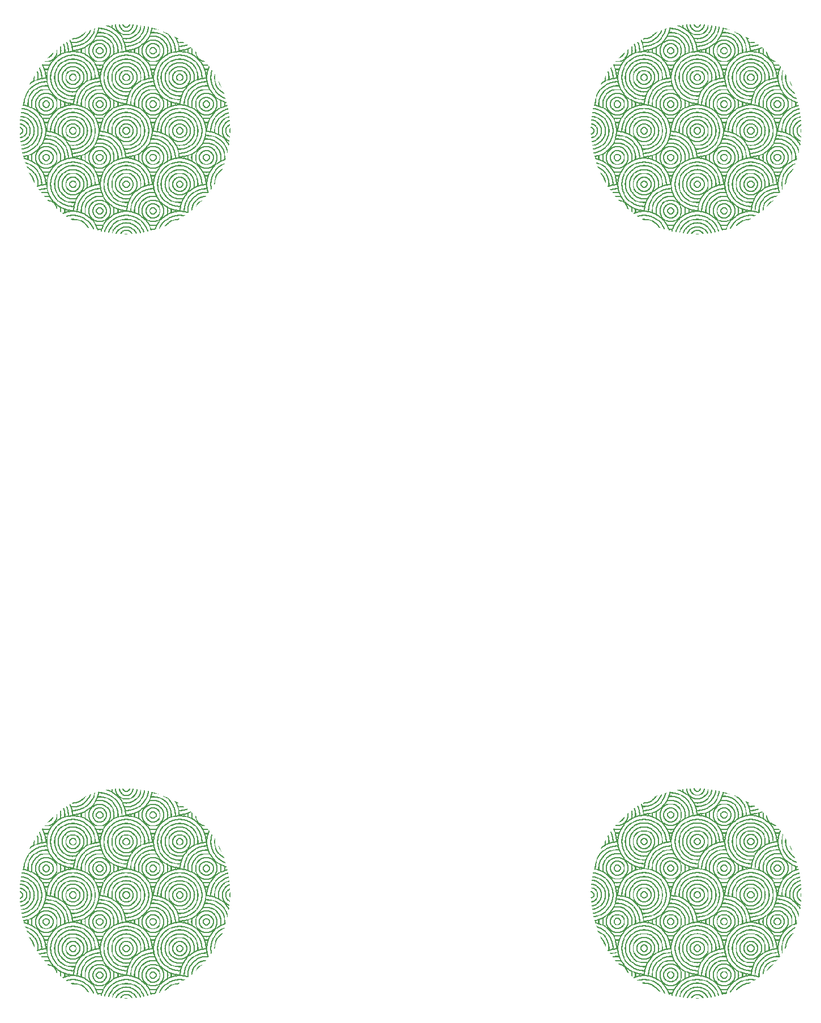
<source format=gto>
G04*
G04 #@! TF.GenerationSoftware,Altium Limited,Altium Designer,21.0.8 (223)*
G04*
G04 Layer_Color=65535*
%FSLAX25Y25*%
%MOIN*%
G70*
G04*
G04 #@! TF.SameCoordinates,BE5F0130-CAB9-40B4-B503-F0A0EBAF52F2*
G04*
G04*
G04 #@! TF.FilePolarity,Positive*
G04*
G01*
G75*
G36*
X1629Y62659D02*
X1943D01*
Y62345D01*
Y62030D01*
X1629D01*
Y61402D01*
X1000D01*
Y61088D01*
X686D01*
Y60773D01*
X-1199D01*
Y61088D01*
X-1514D01*
Y61402D01*
X-2142D01*
Y62030D01*
X-2456D01*
Y62973D01*
X-1828D01*
Y62345D01*
X-1514D01*
Y62030D01*
X-1199D01*
Y61716D01*
X-885D01*
Y61402D01*
X372D01*
Y61716D01*
X686D01*
Y62030D01*
X1000D01*
Y62345D01*
X1314D01*
Y62973D01*
X1629D01*
Y62659D01*
D02*
G37*
G36*
X18597Y59517D02*
X18282D01*
Y59831D01*
X18597D01*
Y59517D01*
D02*
G37*
G36*
X-6227Y61402D02*
X-5913D01*
Y60459D01*
X-5599D01*
Y59831D01*
X-5284D01*
Y59517D01*
X-4970D01*
Y59202D01*
X-4656D01*
Y58574D01*
X-4028D01*
Y58260D01*
X-3713D01*
Y57946D01*
X-3399D01*
Y57631D01*
X-2771D01*
Y57317D01*
X-1828D01*
Y57003D01*
X1314D01*
Y57317D01*
X2257D01*
Y57631D01*
X2885D01*
Y57946D01*
X3200D01*
Y58260D01*
X3514D01*
Y58574D01*
X3828D01*
Y58888D01*
X4142D01*
Y59202D01*
X4456D01*
Y59517D01*
X4771D01*
Y59831D01*
X5085D01*
Y60459D01*
X5399D01*
Y61402D01*
X5713D01*
Y62345D01*
X6342D01*
Y61088D01*
X6028D01*
Y60145D01*
X5713D01*
Y59517D01*
X5399D01*
Y59202D01*
X5085D01*
Y58574D01*
X4771D01*
Y58260D01*
X4456D01*
Y57946D01*
X4142D01*
Y57631D01*
X3514D01*
Y57317D01*
X3200D01*
Y57003D01*
X2571D01*
Y56689D01*
X1629D01*
Y56374D01*
X-2142D01*
Y56689D01*
X-3085D01*
Y57003D01*
X-3713D01*
Y56689D01*
X-3399D01*
Y56374D01*
X-3085D01*
Y56060D01*
X-2771D01*
Y55432D01*
X-2456D01*
Y55117D01*
X-2142D01*
Y54803D01*
X1629D01*
Y55117D01*
X2885D01*
Y55432D01*
X3514D01*
Y55746D01*
X4142D01*
Y56060D01*
X4456D01*
Y56374D01*
X4771D01*
Y56689D01*
X5399D01*
Y57003D01*
X5713D01*
Y57317D01*
X6028D01*
Y57631D01*
X6342D01*
Y58260D01*
X6656D01*
Y58574D01*
X6970D01*
Y59202D01*
X7284D01*
Y59831D01*
X7599D01*
Y61088D01*
X7913D01*
Y62030D01*
X8541D01*
Y60773D01*
X8227D01*
Y59517D01*
X7913D01*
Y58888D01*
X7599D01*
Y58260D01*
X7284D01*
Y57946D01*
X6970D01*
Y57631D01*
X6656D01*
Y57003D01*
X6342D01*
Y56689D01*
X6028D01*
Y56374D01*
X5713D01*
Y56060D01*
X5399D01*
Y55746D01*
X4771D01*
Y55432D01*
X4456D01*
Y55117D01*
X3828D01*
Y54803D01*
X3200D01*
Y54489D01*
X2257D01*
Y54175D01*
X57D01*
Y53861D01*
X-571D01*
Y54175D01*
X-1828D01*
Y53546D01*
X-1514D01*
Y52918D01*
X-1199D01*
Y52604D01*
X2257D01*
Y52918D01*
X3200D01*
Y53232D01*
X4142D01*
Y53546D01*
X4771D01*
Y53861D01*
X5399D01*
Y54175D01*
X5713D01*
Y54489D01*
X6028D01*
Y54803D01*
X6656D01*
Y55117D01*
X6970D01*
Y55432D01*
X7284D01*
Y55746D01*
X7599D01*
Y56060D01*
X7913D01*
Y56689D01*
X8227D01*
Y57003D01*
X8541D01*
Y57631D01*
X8856D01*
Y57946D01*
X9170D01*
Y58574D01*
X9484D01*
Y59517D01*
X9798D01*
Y60459D01*
X10113D01*
Y61716D01*
X10741D01*
Y60145D01*
X10427D01*
Y59202D01*
X10113D01*
Y58260D01*
X9798D01*
Y57631D01*
X9484D01*
Y57003D01*
X9170D01*
Y56689D01*
X8856D01*
Y56374D01*
X8541D01*
Y55746D01*
X8227D01*
Y55432D01*
X7913D01*
Y55117D01*
X7599D01*
Y54803D01*
X7284D01*
Y54489D01*
X6970D01*
Y54175D01*
X6342D01*
Y53861D01*
X6028D01*
Y53546D01*
X5713D01*
Y53232D01*
X5085D01*
Y52918D01*
X4456D01*
Y52604D01*
X3514D01*
Y52289D01*
X2571D01*
Y51975D01*
X686D01*
Y51661D01*
X-885D01*
Y51033D01*
X-571D01*
Y50090D01*
X686D01*
Y50404D01*
X2571D01*
Y50718D01*
X3828D01*
Y51033D01*
X4771D01*
Y51347D01*
X5399D01*
Y51661D01*
X6028D01*
Y51975D01*
X6342D01*
Y52289D01*
X6970D01*
Y52604D01*
X7284D01*
Y52918D01*
X7913D01*
Y53232D01*
X8227D01*
Y53546D01*
X8541D01*
Y53861D01*
X8856D01*
Y54175D01*
X9170D01*
Y54489D01*
X9484D01*
Y54803D01*
X9798D01*
Y55432D01*
X10113D01*
Y55746D01*
X10427D01*
Y56374D01*
X10741D01*
Y56689D01*
X11055D01*
Y57317D01*
X11369D01*
Y57946D01*
X11684D01*
Y58888D01*
X11998D01*
Y60145D01*
X12312D01*
Y61402D01*
X12941D01*
Y59831D01*
X12626D01*
Y58574D01*
X12312D01*
Y57946D01*
X11998D01*
Y57003D01*
X11684D01*
Y56374D01*
X11369D01*
Y56060D01*
X11055D01*
Y55432D01*
X10741D01*
Y55117D01*
X10427D01*
Y54489D01*
X10113D01*
Y54175D01*
X9798D01*
Y53861D01*
X9484D01*
Y53546D01*
X9170D01*
Y53232D01*
X8856D01*
Y52918D01*
X8541D01*
Y52604D01*
X8227D01*
Y52289D01*
X7599D01*
Y51975D01*
X7284D01*
Y51661D01*
X6656D01*
Y51347D01*
X6342D01*
Y51033D01*
X5713D01*
Y50718D01*
X4771D01*
Y50404D01*
X4142D01*
Y50090D01*
X2885D01*
Y49776D01*
X1314D01*
Y49461D01*
X-571D01*
Y49147D01*
X-257D01*
Y47890D01*
X1314D01*
Y48204D01*
X3200D01*
Y48519D01*
X4456D01*
Y48833D01*
X5085D01*
Y49147D01*
X6028D01*
Y49461D01*
X6656D01*
Y49776D01*
X7284D01*
Y50090D01*
X7599D01*
Y50404D01*
X8227D01*
Y50718D01*
X8541D01*
Y51033D01*
X8856D01*
Y51347D01*
X9484D01*
Y51661D01*
X9798D01*
Y51975D01*
X10113D01*
Y52289D01*
X10427D01*
Y52604D01*
X10741D01*
Y52918D01*
X11055D01*
Y53232D01*
X11369D01*
Y53861D01*
X11684D01*
Y54175D01*
X11998D01*
Y54489D01*
X12312D01*
Y55117D01*
X12626D01*
Y55432D01*
X12941D01*
Y56060D01*
X13255D01*
Y56689D01*
X13569D01*
Y57631D01*
X13883D01*
Y58574D01*
X14197D01*
Y59517D01*
X14512D01*
Y60773D01*
X15454D01*
Y60459D01*
X16711D01*
Y60145D01*
X17654D01*
Y59831D01*
X16083D01*
Y60145D01*
X15140D01*
Y59202D01*
X14826D01*
Y58574D01*
X16397D01*
Y58260D01*
X18282D01*
Y57946D01*
X19225D01*
Y57631D01*
X20168D01*
Y57317D01*
X20796D01*
Y57003D01*
X21110D01*
Y56689D01*
X21739D01*
Y56374D01*
X22053D01*
Y56060D01*
X22681D01*
Y55746D01*
X22996D01*
Y55432D01*
X23310D01*
Y55117D01*
X23624D01*
Y54803D01*
X23938D01*
Y54489D01*
X24252D01*
Y53861D01*
X24567D01*
Y53546D01*
X24881D01*
Y52918D01*
X25195D01*
Y52604D01*
X25509D01*
Y51975D01*
X25824D01*
Y51033D01*
X26138D01*
Y50090D01*
X26452D01*
Y48204D01*
X26766D01*
Y46633D01*
X27395D01*
Y46948D01*
X28337D01*
Y48204D01*
X28023D01*
Y50090D01*
X27709D01*
Y51347D01*
X27395D01*
Y51975D01*
X27081D01*
Y52918D01*
X26766D01*
Y53546D01*
X26452D01*
Y53861D01*
X26138D01*
Y54489D01*
X25824D01*
Y54803D01*
X25509D01*
Y55117D01*
X25195D01*
Y55746D01*
X24881D01*
Y56060D01*
X24567D01*
Y56374D01*
X24252D01*
Y56689D01*
X23938D01*
Y57003D01*
X23310D01*
Y57317D01*
X22996D01*
Y57631D01*
X22681D01*
Y57946D01*
X22053D01*
Y58260D01*
X21425D01*
Y58574D01*
X22053D01*
Y58260D01*
X22681D01*
Y57946D01*
X23624D01*
Y57631D01*
X24252D01*
Y57317D01*
X24567D01*
Y57003D01*
X24881D01*
Y56689D01*
X25195D01*
Y56374D01*
X25509D01*
Y56060D01*
X25824D01*
Y55746D01*
X26138D01*
Y55117D01*
X26452D01*
Y54803D01*
X26766D01*
Y54175D01*
X27081D01*
Y53861D01*
X27395D01*
Y53232D01*
X27709D01*
Y52289D01*
X28023D01*
Y51661D01*
X28337D01*
Y50404D01*
X28652D01*
Y48833D01*
X28966D01*
Y46948D01*
X29280D01*
Y47262D01*
X30537D01*
Y48833D01*
X30223D01*
Y50718D01*
X29908D01*
Y51661D01*
X29594D01*
Y52604D01*
X29280D01*
Y53546D01*
X28966D01*
Y54175D01*
X28652D01*
Y54803D01*
X28337D01*
Y55117D01*
X28023D01*
Y55432D01*
X28652D01*
Y55117D01*
X29280D01*
Y54803D01*
X29908D01*
Y54489D01*
X30223D01*
Y54175D01*
X29594D01*
Y53546D01*
X29908D01*
Y52918D01*
X30223D01*
Y52604D01*
X30851D01*
Y52289D01*
X31165D01*
Y52604D01*
X33365D01*
Y52289D01*
X33679D01*
Y51975D01*
X32108D01*
Y51661D01*
X30537D01*
Y51033D01*
X30851D01*
Y50090D01*
X32108D01*
Y50404D01*
X33993D01*
Y50718D01*
X35250D01*
Y51033D01*
X35565D01*
Y50718D01*
X35879D01*
Y50404D01*
X35565D01*
Y50090D01*
X34308D01*
Y49776D01*
X32737D01*
Y49461D01*
X30851D01*
Y49147D01*
X31165D01*
Y47890D01*
X32737D01*
Y48204D01*
X34622D01*
Y48519D01*
X35565D01*
Y48833D01*
X36507D01*
Y49147D01*
X37450D01*
Y49461D01*
X37764D01*
Y49147D01*
X38078D01*
Y48833D01*
X38392D01*
Y48519D01*
X38707D01*
Y45377D01*
X39021D01*
Y45062D01*
X39335D01*
Y44748D01*
X39964D01*
Y44434D01*
X40278D01*
Y44120D01*
X40592D01*
Y43806D01*
X40906D01*
Y44434D01*
X40592D01*
Y45377D01*
X40278D01*
Y46948D01*
X40592D01*
Y46633D01*
X40906D01*
Y45691D01*
X41221D01*
Y44748D01*
X41535D01*
Y44120D01*
X41849D01*
Y43806D01*
X42163D01*
Y43177D01*
X42477D01*
Y42863D01*
X42792D01*
Y42549D01*
X43420D01*
Y42234D01*
X43734D01*
Y41920D01*
X44363D01*
Y41606D01*
X45305D01*
Y41292D01*
X45934D01*
Y40977D01*
X46248D01*
Y40663D01*
X44991D01*
Y40977D01*
X44049D01*
Y41292D01*
X43420D01*
Y40977D01*
X43734D01*
Y40663D01*
X44049D01*
Y40349D01*
X44363D01*
Y39720D01*
X44677D01*
Y39406D01*
X44991D01*
Y39092D01*
X47819D01*
Y38778D01*
X48133D01*
Y38464D01*
X45305D01*
Y37835D01*
X45620D01*
Y37207D01*
X45934D01*
Y36893D01*
X47819D01*
Y37207D01*
X48133D01*
Y38149D01*
X48762D01*
Y36893D01*
X48448D01*
Y35950D01*
X48133D01*
Y35007D01*
X47819D01*
Y33122D01*
X47505D01*
Y29980D01*
X47819D01*
Y28094D01*
X48133D01*
Y27152D01*
X48448D01*
Y26209D01*
X48762D01*
Y25266D01*
X49076D01*
Y24638D01*
X49390D01*
Y24009D01*
X49705D01*
Y23695D01*
X50019D01*
Y23067D01*
X50333D01*
Y22752D01*
X50647D01*
Y22124D01*
X50961D01*
Y21810D01*
X51276D01*
Y21496D01*
X51590D01*
Y21181D01*
X51904D01*
Y20867D01*
X52218D01*
Y20553D01*
X52533D01*
Y20239D01*
X52847D01*
Y19925D01*
X53161D01*
Y19610D01*
X53789D01*
Y19296D01*
X54104D01*
Y18982D01*
X54732D01*
Y18668D01*
X55046D01*
Y18353D01*
X55675D01*
Y18039D01*
X56303D01*
Y17725D01*
X57246D01*
Y17411D01*
X57874D01*
Y17097D01*
X58817D01*
Y16468D01*
X58189D01*
Y15211D01*
X58817D01*
Y15525D01*
X59131D01*
Y15211D01*
X59446D01*
Y14897D01*
X59131D01*
Y14583D01*
X58189D01*
Y14268D01*
X57246D01*
Y13954D01*
X56303D01*
Y13640D01*
X55675D01*
Y13326D01*
X55046D01*
Y13012D01*
X54732D01*
Y12697D01*
X54104D01*
Y12383D01*
X53789D01*
Y12069D01*
X53475D01*
Y11755D01*
X52847D01*
Y11440D01*
X52533D01*
Y11126D01*
X52218D01*
Y10812D01*
X51904D01*
Y10498D01*
X51590D01*
Y10184D01*
X51276D01*
Y9869D01*
X50961D01*
Y9241D01*
X50647D01*
Y8927D01*
X50333D01*
Y8613D01*
X50019D01*
Y7984D01*
X49705D01*
Y7670D01*
X49390D01*
Y7041D01*
X49076D01*
Y6413D01*
X48762D01*
Y5470D01*
X48448D01*
Y4528D01*
X48133D01*
Y3585D01*
X47819D01*
Y1700D01*
X47505D01*
Y129D01*
X48762D01*
Y-186D01*
X49076D01*
Y1700D01*
X49390D01*
Y3271D01*
X49705D01*
Y4528D01*
X50019D01*
Y5156D01*
X50333D01*
Y6099D01*
X50647D01*
Y6727D01*
X50961D01*
Y7041D01*
X51276D01*
Y7670D01*
X51590D01*
Y7984D01*
X51904D01*
Y8613D01*
X52218D01*
Y8927D01*
X52533D01*
Y9241D01*
X52847D01*
Y9555D01*
X53161D01*
Y9869D01*
X53475D01*
Y10184D01*
X53789D01*
Y10498D01*
X54104D01*
Y10812D01*
X54732D01*
Y11126D01*
X55046D01*
Y11440D01*
X55675D01*
Y11755D01*
X55989D01*
Y12069D01*
X56617D01*
Y12383D01*
X57560D01*
Y12697D01*
X58189D01*
Y13012D01*
X59131D01*
Y13326D01*
X59760D01*
Y12383D01*
X58503D01*
Y12069D01*
X57874D01*
Y11755D01*
X56932D01*
Y11440D01*
X56303D01*
Y11126D01*
X55989D01*
Y10812D01*
X55361D01*
Y10498D01*
X55046D01*
Y10184D01*
X54418D01*
Y9869D01*
X54104D01*
Y9555D01*
X53789D01*
Y9241D01*
X53475D01*
Y8927D01*
X53161D01*
Y8613D01*
X52847D01*
Y8298D01*
X52533D01*
Y7670D01*
X52218D01*
Y7356D01*
X51904D01*
Y6727D01*
X51590D01*
Y6413D01*
X51276D01*
Y5785D01*
X50961D01*
Y4842D01*
X50647D01*
Y4213D01*
X50333D01*
Y2957D01*
X50019D01*
Y1071D01*
X49705D01*
Y-186D01*
X50647D01*
Y-500D01*
X51276D01*
Y1071D01*
X51590D01*
Y2957D01*
X51904D01*
Y3899D01*
X52218D01*
Y4842D01*
X52533D01*
Y5470D01*
X52847D01*
Y5785D01*
X53161D01*
Y6413D01*
X53475D01*
Y6727D01*
X53789D01*
Y7356D01*
X54104D01*
Y7670D01*
X54418D01*
Y7984D01*
X54732D01*
Y8298D01*
X55046D01*
Y8613D01*
X55361D01*
Y8927D01*
X55989D01*
Y9241D01*
X56303D01*
Y9555D01*
X56617D01*
Y9869D01*
X57246D01*
Y10184D01*
X57874D01*
Y10498D01*
X58817D01*
Y10812D01*
X59760D01*
Y11126D01*
X60074D01*
Y10184D01*
X59131D01*
Y9869D01*
X58189D01*
Y9555D01*
X57560D01*
Y9241D01*
X57246D01*
Y8927D01*
X56617D01*
Y8613D01*
X56303D01*
Y8298D01*
X55675D01*
Y7984D01*
X55361D01*
Y7670D01*
X55046D01*
Y7356D01*
X54732D01*
Y7041D01*
X54418D01*
Y6413D01*
X54104D01*
Y6099D01*
X53789D01*
Y5470D01*
X53475D01*
Y5156D01*
X53161D01*
Y4528D01*
X52847D01*
Y3585D01*
X52533D01*
Y2642D01*
X52218D01*
Y-814D01*
X52533D01*
Y-1128D01*
X53161D01*
Y-1443D01*
X53789D01*
Y2642D01*
X54104D01*
Y3271D01*
X54418D01*
Y4213D01*
X54732D01*
Y4842D01*
X55046D01*
Y5156D01*
X55361D01*
Y5785D01*
X55675D01*
Y6099D01*
X55989D01*
Y6413D01*
X56303D01*
Y6727D01*
X56617D01*
Y7041D01*
X56932D01*
Y7356D01*
X57560D01*
Y7670D01*
X58189D01*
Y7984D01*
X58503D01*
Y8298D01*
X59446D01*
Y8613D01*
X60074D01*
Y8927D01*
X60388D01*
Y7984D01*
X59446D01*
Y7670D01*
X58817D01*
Y7356D01*
X58189D01*
Y7041D01*
X57874D01*
Y6727D01*
X57560D01*
Y6413D01*
X56932D01*
Y6099D01*
X56617D01*
Y5785D01*
X56303D01*
Y5156D01*
X55989D01*
Y4842D01*
X55675D01*
Y4528D01*
X55361D01*
Y3899D01*
X55046D01*
Y3271D01*
X54732D01*
Y2014D01*
X54418D01*
Y-1757D01*
X54732D01*
Y-2071D01*
X55046D01*
Y-2385D01*
X55675D01*
Y-2699D01*
X55989D01*
Y-3014D01*
X56303D01*
Y-3328D01*
X56617D01*
Y-2699D01*
X56303D01*
Y-1757D01*
X55989D01*
Y2014D01*
X56303D01*
Y2957D01*
X56617D01*
Y3585D01*
X56932D01*
Y3899D01*
X57246D01*
Y4528D01*
X57560D01*
Y4842D01*
X57874D01*
Y5156D01*
X58189D01*
Y5470D01*
X58817D01*
Y5785D01*
X59131D01*
Y6099D01*
X59760D01*
Y6413D01*
X60702D01*
Y5785D01*
X60074D01*
Y5470D01*
X59446D01*
Y5156D01*
X59131D01*
Y4842D01*
X58817D01*
Y4528D01*
X58503D01*
Y4213D01*
X58189D01*
Y3899D01*
X57874D01*
Y3585D01*
X57560D01*
Y3271D01*
X57246D01*
Y2642D01*
X56932D01*
Y1700D01*
X56617D01*
Y-1443D01*
X56932D01*
Y-2385D01*
X57246D01*
Y-3014D01*
X57560D01*
Y-3328D01*
X57874D01*
Y-3642D01*
X58189D01*
Y-4271D01*
X58817D01*
Y-4585D01*
X59131D01*
Y-4899D01*
X59446D01*
Y-5213D01*
X60074D01*
Y-5528D01*
X60388D01*
Y-6156D01*
X59760D01*
Y-5842D01*
X59131D01*
Y-6156D01*
X59446D01*
Y-6470D01*
X59760D01*
Y-6784D01*
X60074D01*
Y-7413D01*
X60388D01*
Y-8041D01*
X60074D01*
Y-8355D01*
X59760D01*
Y-7727D01*
X59446D01*
Y-7099D01*
X59131D01*
Y-6784D01*
X58817D01*
Y-6470D01*
X58503D01*
Y-5842D01*
X58189D01*
Y-5528D01*
X57874D01*
Y-5213D01*
X57560D01*
Y-4899D01*
X57246D01*
Y-4585D01*
X56932D01*
Y-4271D01*
X56617D01*
Y-3956D01*
X55989D01*
Y-3642D01*
X55675D01*
Y-3328D01*
X55361D01*
Y-3014D01*
X54732D01*
Y-2699D01*
X54418D01*
Y-2385D01*
X53789D01*
Y-2071D01*
X53161D01*
Y-1757D01*
X52218D01*
Y-1443D01*
X51590D01*
Y-1128D01*
X50333D01*
Y-814D01*
X48448D01*
Y-500D01*
X46877D01*
Y-1757D01*
X46562D01*
Y-2071D01*
X48448D01*
Y-2385D01*
X50019D01*
Y-2699D01*
X51276D01*
Y-3014D01*
X51904D01*
Y-3328D01*
X52847D01*
Y-3642D01*
X53475D01*
Y-3956D01*
X53789D01*
Y-4271D01*
X54418D01*
Y-4585D01*
X54732D01*
Y-4899D01*
X55361D01*
Y-5213D01*
X55675D01*
Y-5528D01*
X55989D01*
Y-5842D01*
X56303D01*
Y-6156D01*
X56617D01*
Y-6470D01*
X56932D01*
Y-6784D01*
X57246D01*
Y-7099D01*
X57560D01*
Y-7727D01*
X57874D01*
Y-8041D01*
X58189D01*
Y-8670D01*
X58503D01*
Y-9298D01*
X58817D01*
Y-9612D01*
X59131D01*
Y-10555D01*
X59446D01*
Y-12755D01*
X59131D01*
Y-11498D01*
X58817D01*
Y-10869D01*
X58503D01*
Y-10555D01*
Y-10241D01*
Y-9927D01*
X58189D01*
Y-9298D01*
X57874D01*
Y-8984D01*
X57560D01*
Y-8355D01*
X57246D01*
Y-8041D01*
X56932D01*
Y-7413D01*
X56617D01*
Y-7099D01*
X56303D01*
Y-6784D01*
X55989D01*
Y-6470D01*
X55675D01*
Y-6156D01*
X55361D01*
Y-5842D01*
X55046D01*
Y-5528D01*
X54418D01*
Y-5213D01*
X54104D01*
Y-4899D01*
X53475D01*
Y-4585D01*
X53161D01*
Y-4271D01*
X52533D01*
Y-3956D01*
X51904D01*
Y-3642D01*
X50961D01*
Y-3328D01*
X49705D01*
Y-3014D01*
X47505D01*
Y-2699D01*
X46562D01*
Y-3642D01*
X46248D01*
Y-4271D01*
X47819D01*
Y-4585D01*
X49705D01*
Y-4899D01*
X50647D01*
Y-5213D01*
X51590D01*
Y-5528D01*
X52218D01*
Y-5842D01*
X52533D01*
Y-6156D01*
X53161D01*
Y-6470D01*
X53475D01*
Y-6784D01*
X54104D01*
Y-7099D01*
X54418D01*
Y-7413D01*
X54732D01*
Y-7727D01*
X55046D01*
Y-8041D01*
X55361D01*
Y-8355D01*
X55675D01*
Y-8984D01*
X55989D01*
Y-9298D01*
X56303D01*
Y-9927D01*
X56617D01*
Y-10241D01*
X56932D01*
Y-10869D01*
X57246D01*
Y-11812D01*
X57560D01*
Y-12755D01*
X57874D01*
Y-14640D01*
X58189D01*
Y-16211D01*
X58503D01*
Y-16525D01*
X58189D01*
Y-17154D01*
X57246D01*
Y-17468D01*
X56303D01*
Y-17782D01*
X55675D01*
Y-18097D01*
X55046D01*
Y-18411D01*
X54732D01*
Y-18725D01*
X54104D01*
Y-19039D01*
X53789D01*
Y-19353D01*
X53161D01*
Y-19668D01*
X52847D01*
Y-19982D01*
X52533D01*
Y-20296D01*
X52218D01*
Y-20610D01*
X51904D01*
Y-20924D01*
X51590D01*
Y-21239D01*
X51276D01*
Y-21553D01*
X50961D01*
Y-21867D01*
X50647D01*
Y-22496D01*
X50333D01*
Y-22810D01*
X50019D01*
Y-23438D01*
X49705D01*
Y-23752D01*
X49390D01*
Y-24381D01*
X49076D01*
Y-25009D01*
X48762D01*
Y-25952D01*
X48448D01*
Y-26895D01*
X48133D01*
Y-27837D01*
X47819D01*
Y-29723D01*
X47505D01*
Y-32865D01*
X47819D01*
Y-34750D01*
X48133D01*
Y-36007D01*
X48448D01*
Y-36321D01*
X48133D01*
Y-36636D01*
X44363D01*
Y-36950D01*
X43420D01*
Y-37264D01*
X42477D01*
Y-37578D01*
X41849D01*
Y-37892D01*
X41535D01*
Y-38207D01*
X40906D01*
Y-38521D01*
X40592D01*
Y-38835D01*
X39964D01*
Y-39149D01*
X39649D01*
Y-39464D01*
X39335D01*
Y-39778D01*
X39021D01*
Y-40092D01*
X38707D01*
Y-40720D01*
X38392D01*
Y-41035D01*
X38078D01*
Y-41663D01*
X37764D01*
Y-41977D01*
X37450D01*
Y-42606D01*
X37136D01*
Y-43549D01*
X36821D01*
Y-44491D01*
X36507D01*
Y-48262D01*
X35879D01*
Y-48576D01*
X35565D01*
Y-48262D01*
X34622D01*
Y-47948D01*
X32737D01*
Y-47633D01*
X29594D01*
Y-47948D01*
X27709D01*
Y-48262D01*
X26766D01*
Y-48576D01*
X25824D01*
Y-48890D01*
X24881D01*
Y-49204D01*
X24252D01*
Y-49519D01*
X23938D01*
Y-49833D01*
X23310D01*
Y-50147D01*
X22681D01*
Y-50461D01*
X22367D01*
Y-50776D01*
X22053D01*
Y-51090D01*
X21425D01*
Y-51404D01*
X21110D01*
Y-51718D01*
X20796D01*
Y-52033D01*
X20482D01*
Y-52347D01*
X20168D01*
Y-52661D01*
X19853D01*
Y-52975D01*
X19539D01*
Y-53289D01*
X19225D01*
Y-53918D01*
X18911D01*
Y-54232D01*
X18597D01*
Y-54861D01*
X18282D01*
Y-55175D01*
X17968D01*
Y-55803D01*
X17654D01*
Y-56432D01*
X17340D01*
Y-57374D01*
X17025D01*
Y-58003D01*
X16711D01*
Y-58317D01*
X14826D01*
Y-58631D01*
X14197D01*
Y-58317D01*
X13883D01*
Y-57374D01*
X13569D01*
Y-56432D01*
X13255D01*
Y-55803D01*
X12941D01*
Y-55175D01*
X12626D01*
Y-54861D01*
X12312D01*
Y-54232D01*
X11998D01*
Y-53918D01*
X11684D01*
Y-53604D01*
X11369D01*
Y-52975D01*
X11055D01*
Y-52661D01*
X10741D01*
Y-52347D01*
X10427D01*
Y-52033D01*
X10113D01*
Y-51718D01*
X9798D01*
Y-51404D01*
X9484D01*
Y-51090D01*
X8856D01*
Y-50776D01*
X8541D01*
Y-50461D01*
X8227D01*
Y-50147D01*
X7599D01*
Y-49833D01*
X7284D01*
Y-49519D01*
X6656D01*
Y-49204D01*
X6028D01*
Y-48890D01*
X5085D01*
Y-48576D01*
X4142D01*
Y-48262D01*
X3200D01*
Y-47948D01*
X1314D01*
Y-47633D01*
X-1828D01*
Y-47948D01*
X-3713D01*
Y-48262D01*
X-4656D01*
Y-48576D01*
X-5599D01*
Y-48890D01*
X-6541D01*
Y-49204D01*
X-7170D01*
Y-49519D01*
X-7798D01*
Y-49833D01*
X-8112D01*
Y-50147D01*
X-8741D01*
Y-50461D01*
X-9055D01*
Y-50776D01*
X-9369D01*
Y-51090D01*
X-9998D01*
Y-51404D01*
X-10312D01*
Y-51718D01*
X-10626D01*
Y-52033D01*
X-10941D01*
Y-52347D01*
X-11255D01*
Y-52661D01*
X-11569D01*
Y-52975D01*
X-11883D01*
Y-53604D01*
X-12197D01*
Y-53918D01*
X-12512D01*
Y-54232D01*
X-12826D01*
Y-54861D01*
X-13140D01*
Y-55175D01*
X-13454D01*
Y-55803D01*
X-13768D01*
Y-56432D01*
X-14083D01*
Y-57374D01*
X-14397D01*
Y-58003D01*
X-14711D01*
Y-59260D01*
X-15339D01*
Y-58317D01*
X-16596D01*
Y-58631D01*
X-17225D01*
Y-58003D01*
X-17539D01*
Y-57374D01*
X-17853D01*
Y-56432D01*
X-18168D01*
Y-55803D01*
X-18482D01*
Y-55175D01*
X-18796D01*
Y-54861D01*
X-19110D01*
Y-54232D01*
X-19424D01*
Y-53918D01*
X-19739D01*
Y-53289D01*
X-20053D01*
Y-52975D01*
X-20367D01*
Y-52661D01*
X-20681D01*
Y-52347D01*
X-20996D01*
Y-52033D01*
X-21310D01*
Y-51718D01*
X-21624D01*
Y-51404D01*
X-21938D01*
Y-51090D01*
X-22567D01*
Y-50776D01*
X-22881D01*
Y-50461D01*
X-23195D01*
Y-50147D01*
X-23824D01*
Y-49833D01*
X-24452D01*
Y-49519D01*
X-24766D01*
Y-49204D01*
X-25395D01*
Y-48890D01*
X-26337D01*
Y-48576D01*
X-27280D01*
Y-48262D01*
X-28223D01*
Y-47948D01*
X-30108D01*
Y-47633D01*
X-33250D01*
Y-47948D01*
X-35136D01*
Y-48262D01*
X-36078D01*
Y-48576D01*
X-37021D01*
Y-48890D01*
X-37649D01*
Y-48576D01*
X-37964D01*
Y-48262D01*
X-37335D01*
Y-47948D01*
X-37021D01*
Y-46062D01*
X-37335D01*
Y-45748D01*
X-37964D01*
Y-45434D01*
X-38592D01*
Y-47948D01*
X-38906D01*
Y-47633D01*
X-39220D01*
Y-45120D01*
X-39535D01*
Y-44805D01*
X-39849D01*
Y-44491D01*
X-40477D01*
Y-44177D01*
X-40792D01*
Y-43863D01*
X-41106D01*
Y-43549D01*
X-41420D01*
Y-44177D01*
X-41106D01*
Y-45120D01*
X-40792D01*
Y-46062D01*
X-41106D01*
Y-45748D01*
X-41420D01*
Y-45434D01*
X-41734D01*
Y-44491D01*
X-42048D01*
Y-43863D01*
X-42363D01*
Y-43549D01*
X-42677D01*
Y-42920D01*
X-42991D01*
Y-42606D01*
X-43305D01*
Y-42292D01*
X-43934D01*
Y-41977D01*
X-44248D01*
Y-41663D01*
X-44877D01*
Y-41349D01*
X-45819D01*
Y-41035D01*
X-46448D01*
Y-40720D01*
X-46762D01*
Y-40406D01*
X-45505D01*
Y-40720D01*
X-44562D01*
Y-41035D01*
X-44248D01*
Y-40406D01*
X-44562D01*
Y-40092D01*
X-44877D01*
Y-39464D01*
X-45191D01*
Y-39149D01*
X-45505D01*
Y-38835D01*
X-48333D01*
Y-38521D01*
X-48647D01*
Y-38207D01*
X-45819D01*
Y-37578D01*
X-46133D01*
Y-36950D01*
X-46448D01*
Y-36636D01*
X-50218D01*
Y-36007D01*
X-48647D01*
Y-35693D01*
X-46762D01*
Y-35065D01*
X-47076D01*
Y-34122D01*
X-48019D01*
Y-34436D01*
X-50218D01*
Y-34750D01*
X-51475D01*
Y-34436D01*
X-51789D01*
Y-34122D01*
X-50533D01*
Y-33808D01*
X-48961D01*
Y-33493D01*
X-47076D01*
Y-33179D01*
X-47390D01*
Y-31922D01*
X-48961D01*
Y-32236D01*
X-50847D01*
Y-32551D01*
X-51789D01*
Y-32865D01*
X-53046D01*
Y-32236D01*
X-52732D01*
Y-28780D01*
X-53046D01*
Y-27837D01*
X-53360D01*
Y-26895D01*
X-53675D01*
Y-26266D01*
X-53989D01*
Y-25952D01*
X-54303D01*
Y-25324D01*
X-54617D01*
Y-25009D01*
X-54932D01*
Y-24695D01*
X-55246D01*
Y-24067D01*
X-55560D01*
Y-23752D01*
X-55874D01*
Y-23438D01*
X-56188D01*
Y-23124D01*
X-56817D01*
Y-22810D01*
X-57131D01*
Y-22496D01*
X-57760D01*
Y-22181D01*
X-58074D01*
Y-21867D01*
X-58702D01*
Y-21239D01*
X-59017D01*
Y-20924D01*
X-58388D01*
Y-21239D01*
X-57760D01*
Y-21553D01*
X-57445D01*
Y-21867D01*
X-56817D01*
Y-22181D01*
X-56503D01*
Y-22496D01*
X-55874D01*
Y-22810D01*
X-55560D01*
Y-23124D01*
X-55246D01*
Y-23438D01*
X-54932D01*
Y-23752D01*
X-54617D01*
Y-24067D01*
X-54303D01*
Y-24695D01*
X-53989D01*
Y-25009D01*
X-53675D01*
Y-25324D01*
X-53360D01*
Y-25952D01*
X-53046D01*
Y-26581D01*
X-52732D01*
Y-27523D01*
X-52418D01*
Y-28466D01*
X-52104D01*
Y-30351D01*
X-51789D01*
Y-31922D01*
X-51161D01*
Y-31608D01*
X-50533D01*
Y-31294D01*
X-50218D01*
Y-30351D01*
X-50533D01*
Y-28466D01*
X-50847D01*
Y-27209D01*
X-51161D01*
Y-26581D01*
X-51475D01*
Y-25638D01*
X-51789D01*
Y-25009D01*
X-52104D01*
Y-24695D01*
X-52418D01*
Y-24067D01*
X-52732D01*
Y-23752D01*
X-53046D01*
Y-23124D01*
X-53360D01*
Y-22810D01*
X-53675D01*
Y-22496D01*
X-53989D01*
Y-22181D01*
X-54303D01*
Y-21867D01*
X-54617D01*
Y-21553D01*
X-54932D01*
Y-21239D01*
X-55560D01*
Y-20924D01*
X-55874D01*
Y-20610D01*
X-56503D01*
Y-20296D01*
X-56817D01*
Y-19982D01*
X-57445D01*
Y-19668D01*
X-58388D01*
Y-19353D01*
X-59017D01*
Y-19039D01*
X-59645D01*
Y-18411D01*
X-59959D01*
Y-18097D01*
X-59645D01*
Y-18411D01*
X-58702D01*
Y-18725D01*
X-58074D01*
Y-19039D01*
X-57131D01*
Y-19353D01*
X-56503D01*
Y-19668D01*
X-56188D01*
Y-19982D01*
X-55560D01*
Y-20296D01*
X-55246D01*
Y-20610D01*
X-54617D01*
Y-20924D01*
X-54303D01*
Y-21239D01*
X-53989D01*
Y-21553D01*
X-53675D01*
Y-21867D01*
X-53360D01*
Y-22181D01*
X-53046D01*
Y-22496D01*
X-52732D01*
Y-22810D01*
X-52418D01*
Y-23438D01*
X-52104D01*
Y-23752D01*
X-51789D01*
Y-24381D01*
X-51475D01*
Y-24695D01*
X-51161D01*
Y-25324D01*
X-50847D01*
Y-26266D01*
X-50533D01*
Y-26895D01*
X-50218D01*
Y-28152D01*
X-49904D01*
Y-29723D01*
X-49590D01*
Y-31608D01*
X-49276D01*
Y-31294D01*
X-48019D01*
Y-29723D01*
X-48333D01*
Y-27837D01*
X-48647D01*
Y-26895D01*
X-48961D01*
Y-25952D01*
X-49276D01*
Y-25009D01*
X-49590D01*
Y-24381D01*
X-49904D01*
Y-23752D01*
X-50218D01*
Y-23438D01*
X-50533D01*
Y-22810D01*
X-50847D01*
Y-22496D01*
X-51161D01*
Y-22181D01*
X-51475D01*
Y-21553D01*
X-51789D01*
Y-21239D01*
X-52104D01*
Y-20924D01*
X-52418D01*
Y-20610D01*
X-52732D01*
Y-20296D01*
X-53046D01*
Y-19982D01*
X-53360D01*
Y-19668D01*
X-53675D01*
Y-19353D01*
X-54303D01*
Y-19039D01*
X-54617D01*
Y-18725D01*
X-55246D01*
Y-18411D01*
X-55560D01*
Y-18097D01*
X-56188D01*
Y-17782D01*
X-56817D01*
Y-17468D01*
X-57760D01*
Y-17154D01*
X-58702D01*
Y-16839D01*
X-59645D01*
Y-16525D01*
X-60588D01*
Y-15268D01*
X-60902D01*
Y-14640D01*
X-59645D01*
Y-14326D01*
X-58702D01*
Y-14012D01*
X-57760D01*
Y-13697D01*
X-56817D01*
Y-13383D01*
X-56188D01*
Y-13069D01*
X-55560D01*
Y-12755D01*
X-55246D01*
Y-12440D01*
X-54617D01*
Y-12126D01*
X-54303D01*
Y-11812D01*
X-53989D01*
Y-11498D01*
X-53360D01*
Y-11184D01*
X-53046D01*
Y-10869D01*
X-52732D01*
Y-10555D01*
X-52418D01*
Y-10241D01*
X-52104D01*
Y-9927D01*
X-51789D01*
Y-9612D01*
X-51475D01*
Y-8984D01*
X-51161D01*
Y-8670D01*
X-50847D01*
Y-8355D01*
X-50533D01*
Y-7727D01*
X-50218D01*
Y-7413D01*
X-49904D01*
Y-6784D01*
X-49590D01*
Y-6156D01*
X-49276D01*
Y-5213D01*
X-48961D01*
Y-4271D01*
X-48647D01*
Y-3328D01*
X-48333D01*
Y-1443D01*
X-48019D01*
Y1700D01*
X-48333D01*
Y3585D01*
X-48647D01*
Y4528D01*
X-48961D01*
Y5470D01*
X-49276D01*
Y6413D01*
X-49590D01*
Y7041D01*
X-49904D01*
Y7670D01*
X-50218D01*
Y7984D01*
X-50533D01*
Y8613D01*
X-50847D01*
Y8927D01*
X-51161D01*
Y9241D01*
X-51475D01*
Y9869D01*
X-51789D01*
Y10184D01*
X-52104D01*
Y10498D01*
X-52418D01*
Y10812D01*
X-52732D01*
Y11126D01*
X-53046D01*
Y11440D01*
X-53360D01*
Y11755D01*
X-53675D01*
Y12069D01*
X-54303D01*
Y12383D01*
X-54617D01*
Y12697D01*
X-55246D01*
Y13012D01*
X-55560D01*
Y13326D01*
X-56188D01*
Y13640D01*
X-56817D01*
Y13954D01*
X-57760D01*
Y14268D01*
X-58702D01*
Y14583D01*
X-59645D01*
Y14897D01*
X-61216D01*
Y15525D01*
X-60902D01*
Y17097D01*
X-60588D01*
Y18668D01*
X-60273D01*
Y19610D01*
X-59959D01*
Y20553D01*
X-59645D01*
Y21496D01*
X-59331D01*
Y22124D01*
X-59017D01*
Y22752D01*
X-58702D01*
Y23381D01*
X-58388D01*
Y23695D01*
X-58074D01*
Y24324D01*
X-57760D01*
Y24638D01*
X-57445D01*
Y24952D01*
X-57131D01*
Y25266D01*
X-56817D01*
Y25580D01*
X-56503D01*
Y25895D01*
X-56188D01*
Y26209D01*
X-55874D01*
Y26523D01*
X-55246D01*
Y26837D01*
X-54932D01*
Y27152D01*
X-54303D01*
Y27466D01*
X-53989D01*
Y27780D01*
X-53360D01*
Y28094D01*
X-52418D01*
Y28409D01*
X-51789D01*
Y28723D01*
X-50533D01*
Y29037D01*
X-48961D01*
Y29351D01*
X-47076D01*
Y29665D01*
X-47390D01*
Y30922D01*
X-48961D01*
Y30608D01*
X-50847D01*
Y30294D01*
X-51789D01*
Y29980D01*
X-52732D01*
Y29665D01*
X-53675D01*
Y29351D01*
X-54303D01*
Y29037D01*
X-54617D01*
Y28723D01*
X-55246D01*
Y28409D01*
X-55874D01*
Y28094D01*
X-56188D01*
Y27780D01*
X-56503D01*
Y27466D01*
X-57131D01*
Y27780D01*
X-56817D01*
Y28409D01*
X-56503D01*
Y28723D01*
X-56188D01*
Y29037D01*
X-55560D01*
Y29351D01*
X-55246D01*
Y29665D01*
X-54932D01*
Y31551D01*
X-54617D01*
Y32493D01*
X-54303D01*
Y31865D01*
X-53989D01*
Y31551D01*
X-54303D01*
Y29980D01*
X-53675D01*
Y30294D01*
X-53046D01*
Y30608D01*
X-52732D01*
Y34064D01*
X-53046D01*
Y35007D01*
X-52732D01*
Y35321D01*
X-52418D01*
Y34379D01*
X-52104D01*
Y32493D01*
X-51789D01*
Y30922D01*
X-51161D01*
Y31236D01*
X-50218D01*
Y32493D01*
X-50533D01*
Y34379D01*
X-50847D01*
Y35636D01*
X-51161D01*
Y36578D01*
X-51475D01*
Y37207D01*
X-51161D01*
Y37521D01*
X-50847D01*
Y36578D01*
X-50533D01*
Y35950D01*
X-50218D01*
Y34693D01*
X-49904D01*
Y33122D01*
X-49590D01*
Y31236D01*
X-49276D01*
Y31551D01*
X-48019D01*
Y33122D01*
X-48333D01*
Y35007D01*
X-48647D01*
Y35950D01*
X-48961D01*
Y36893D01*
X-49276D01*
Y37835D01*
X-49590D01*
Y38464D01*
X-49904D01*
Y39092D01*
X-49590D01*
Y39406D01*
X-49276D01*
Y39092D01*
X-45505D01*
Y39406D01*
X-45191D01*
Y39720D01*
X-44877D01*
Y40349D01*
X-44562D01*
Y40663D01*
X-44248D01*
Y40977D01*
X-43934D01*
Y41292D01*
X-44562D01*
Y40977D01*
X-45505D01*
Y40663D01*
X-48333D01*
Y41292D01*
X-45819D01*
Y41606D01*
X-44877D01*
Y41920D01*
X-44248D01*
Y42234D01*
X-43934D01*
Y42549D01*
X-43305D01*
Y42863D01*
X-42991D01*
Y43491D01*
X-42677D01*
Y43806D01*
X-42363D01*
Y44120D01*
X-42048D01*
Y44748D01*
X-41734D01*
Y45691D01*
X-41420D01*
Y47890D01*
X-41106D01*
Y48204D01*
X-40792D01*
Y45377D01*
X-41106D01*
Y44434D01*
X-41420D01*
Y43806D01*
X-41106D01*
Y44120D01*
X-40792D01*
Y44434D01*
X-40477D01*
Y44748D01*
X-39849D01*
Y45062D01*
X-39535D01*
Y45377D01*
X-39220D01*
Y49776D01*
X-38592D01*
Y47576D01*
X-38278D01*
Y47262D01*
X-38592D01*
Y45691D01*
X-37964D01*
Y46005D01*
X-37335D01*
Y46319D01*
X-37021D01*
Y49776D01*
X-37335D01*
Y50718D01*
X-37649D01*
Y51033D01*
X-37335D01*
Y51347D01*
X-37021D01*
Y51033D01*
X-36707D01*
Y50090D01*
X-36393D01*
Y48204D01*
X-36078D01*
Y46633D01*
X-35450D01*
Y46948D01*
X-34507D01*
Y48204D01*
X-34821D01*
Y50404D01*
X-35136D01*
Y51347D01*
X-35450D01*
Y51975D01*
X-35764D01*
Y52289D01*
X-35450D01*
Y52604D01*
X-35136D01*
Y52289D01*
X-34821D01*
Y51661D01*
X-34507D01*
Y50404D01*
X-34193D01*
Y48833D01*
X-33879D01*
Y46948D01*
X-33564D01*
Y47262D01*
X-32308D01*
Y48833D01*
X-32622D01*
Y50718D01*
X-32936D01*
Y51661D01*
X-33250D01*
Y52604D01*
X-33564D01*
Y53861D01*
X-33250D01*
Y53546D01*
X-32936D01*
Y52918D01*
X-32622D01*
Y52604D01*
X-29165D01*
Y52918D01*
X-28223D01*
Y53232D01*
X-27280D01*
Y53546D01*
X-26652D01*
Y53861D01*
X-26337D01*
Y54175D01*
X-25709D01*
Y54489D01*
X-25395D01*
Y54803D01*
X-25080D01*
Y55117D01*
X-24452D01*
Y55432D01*
X-24138D01*
Y55746D01*
X-23824D01*
Y56060D01*
X-23509D01*
Y56689D01*
X-23195D01*
Y57003D01*
X-22881D01*
Y57631D01*
X-22567D01*
Y57946D01*
X-22253D01*
Y58574D01*
X-21938D01*
Y59202D01*
X-21624D01*
Y59517D01*
X-20996D01*
Y59202D01*
X-21310D01*
Y58260D01*
X-21624D01*
Y57631D01*
X-21938D01*
Y57317D01*
X-22253D01*
Y56689D01*
X-22567D01*
Y56374D01*
X-22881D01*
Y55746D01*
X-23195D01*
Y55432D01*
X-23509D01*
Y55117D01*
X-23824D01*
Y54803D01*
X-24138D01*
Y54489D01*
X-24452D01*
Y54175D01*
X-25080D01*
Y53861D01*
X-25395D01*
Y53546D01*
X-25709D01*
Y53232D01*
X-26337D01*
Y52918D01*
X-26966D01*
Y52604D01*
X-27908D01*
Y52289D01*
X-28851D01*
Y51975D01*
X-30737D01*
Y51661D01*
X-32308D01*
Y51033D01*
X-31993D01*
Y50090D01*
X-30737D01*
Y50404D01*
X-28851D01*
Y50718D01*
X-27594D01*
Y51033D01*
X-26966D01*
Y51347D01*
X-26023D01*
Y51661D01*
X-25395D01*
Y51975D01*
X-25080D01*
Y52289D01*
X-24452D01*
Y52604D01*
X-24138D01*
Y52918D01*
X-23509D01*
Y53232D01*
X-23195D01*
Y53546D01*
X-22881D01*
Y53861D01*
X-22567D01*
Y54175D01*
X-22253D01*
Y54489D01*
X-21938D01*
Y55117D01*
X-21624D01*
Y55432D01*
X-21310D01*
Y55746D01*
X-20996D01*
Y56374D01*
X-20681D01*
Y56689D01*
X-20367D01*
Y57317D01*
X-20053D01*
Y57946D01*
X-19739D01*
Y58888D01*
X-19424D01*
Y60145D01*
X-18796D01*
Y60459D01*
X-18482D01*
Y59831D01*
X-18796D01*
Y58574D01*
X-19110D01*
Y57631D01*
X-19424D01*
Y57003D01*
X-19739D01*
Y56374D01*
X-20053D01*
Y56060D01*
X-20367D01*
Y55432D01*
X-20681D01*
Y55117D01*
X-20996D01*
Y54489D01*
X-21310D01*
Y54175D01*
X-21624D01*
Y53861D01*
X-21938D01*
Y53546D01*
X-22253D01*
Y53232D01*
X-22567D01*
Y52918D01*
X-22881D01*
Y52604D01*
X-23195D01*
Y52289D01*
X-23824D01*
Y51975D01*
X-24138D01*
Y51661D01*
X-24766D01*
Y51347D01*
X-25080D01*
Y51033D01*
X-25709D01*
Y50718D01*
X-26652D01*
Y50404D01*
X-27280D01*
Y50090D01*
X-28537D01*
Y49776D01*
X-30108D01*
Y49461D01*
X-31679D01*
Y47890D01*
X-30108D01*
Y48204D01*
X-28223D01*
Y48519D01*
X-27280D01*
Y48833D01*
X-26337D01*
Y49147D01*
X-25395D01*
Y49461D01*
X-24766D01*
Y49776D01*
X-24138D01*
Y50090D01*
X-23824D01*
Y50404D01*
X-23195D01*
Y50718D01*
X-22881D01*
Y51033D01*
X-22253D01*
Y51347D01*
X-21938D01*
Y51661D01*
X-21624D01*
Y51975D01*
X-21310D01*
Y52289D01*
X-20996D01*
Y52604D01*
X-20681D01*
Y52918D01*
X-20367D01*
Y53232D01*
X-20053D01*
Y53546D01*
X-19739D01*
Y54175D01*
X-19424D01*
Y54489D01*
X-19110D01*
Y55117D01*
X-18796D01*
Y55432D01*
X-18482D01*
Y56060D01*
X-18168D01*
Y56689D01*
X-17853D01*
Y57631D01*
X-17539D01*
Y58574D01*
X-17225D01*
Y59517D01*
X-16911D01*
Y60773D01*
X-16596D01*
Y61088D01*
X-16282D01*
Y60773D01*
X-14397D01*
Y60459D01*
X-12826D01*
Y60145D01*
X-11569D01*
Y59831D01*
X-10941D01*
Y59517D01*
X-9998D01*
Y59202D01*
X-9684D01*
Y58888D01*
X-9055D01*
Y58574D01*
X-8427D01*
Y58260D01*
X-8112D01*
Y57946D01*
X-7484D01*
Y57631D01*
X-7170D01*
Y57317D01*
X-6855D01*
Y57003D01*
X-6541D01*
Y56689D01*
X-6227D01*
Y56374D01*
X-5913D01*
Y56060D01*
X-5599D01*
Y55746D01*
X-5284D01*
Y55117D01*
X-4970D01*
Y54803D01*
X-4656D01*
Y54175D01*
X-4342D01*
Y53861D01*
X-4028D01*
Y53232D01*
X-3713D01*
Y52289D01*
X-3399D01*
Y51661D01*
X-3085D01*
Y50404D01*
X-2771D01*
Y48833D01*
X-2456D01*
Y46948D01*
X-2142D01*
Y47262D01*
X-885D01*
Y48833D01*
X-1199D01*
Y50718D01*
X-1514D01*
Y51661D01*
X-1828D01*
Y52604D01*
X-2142D01*
Y53546D01*
X-2456D01*
Y54175D01*
X-2771D01*
Y54803D01*
X-3085D01*
Y55117D01*
X-3399D01*
Y55746D01*
X-3713D01*
Y56060D01*
X-4028D01*
Y56374D01*
X-4342D01*
Y57003D01*
X-4656D01*
Y57317D01*
X-4970D01*
Y57631D01*
X-5284D01*
Y57946D01*
X-5599D01*
Y58260D01*
X-5913D01*
Y58574D01*
X-6227D01*
Y58888D01*
X-6855D01*
Y59202D01*
X-7170D01*
Y59517D01*
X-7484D01*
Y59831D01*
X-8112D01*
Y60145D01*
X-8741D01*
Y60459D01*
X-9055D01*
Y60773D01*
X-9684D01*
Y61088D01*
X-10626D01*
Y61402D01*
X-11569D01*
Y61716D01*
X-12197D01*
Y62030D01*
X-10312D01*
Y61716D01*
X-9684D01*
Y61402D01*
X-9055D01*
Y62345D01*
X-8427D01*
Y61088D01*
X-8112D01*
Y60773D01*
X-7798D01*
Y60459D01*
X-7170D01*
Y60145D01*
X-6855D01*
Y59831D01*
X-6541D01*
Y59517D01*
X-6227D01*
Y60145D01*
X-6541D01*
Y61088D01*
X-6855D01*
Y62659D01*
X-6227D01*
Y61402D01*
D02*
G37*
G36*
X4142Y61716D02*
X3828D01*
Y60773D01*
X3514D01*
Y60459D01*
X3200D01*
Y59831D01*
X2885D01*
Y59517D01*
X2257D01*
Y59202D01*
X1943D01*
Y58888D01*
X1314D01*
Y58574D01*
X-1828D01*
Y58888D01*
X-2456D01*
Y59202D01*
X-2771D01*
Y59517D01*
X-3399D01*
Y59831D01*
X-3713D01*
Y60459D01*
X-4028D01*
Y60773D01*
X-4342D01*
Y61402D01*
X-4656D01*
Y62659D01*
X-4028D01*
Y62030D01*
X-3713D01*
Y61088D01*
X-3399D01*
Y60773D01*
X-3085D01*
Y60459D01*
X-2771D01*
Y60145D01*
X-2456D01*
Y59831D01*
X-2142D01*
Y59517D01*
X-1514D01*
Y59202D01*
X1000D01*
Y59517D01*
X1629D01*
Y59831D01*
X1943D01*
Y60145D01*
X2257D01*
Y60459D01*
X2571D01*
Y60773D01*
X2885D01*
Y61088D01*
X3200D01*
Y62030D01*
X3514D01*
Y62659D01*
X4142D01*
Y61716D01*
D02*
G37*
G36*
X-23824Y58260D02*
X-24138D01*
Y58574D01*
X-23824D01*
Y58260D01*
D02*
G37*
G36*
X-24138Y57946D02*
X-24452D01*
Y57317D01*
X-24766D01*
Y57003D01*
X-25080D01*
Y56689D01*
X-25395D01*
Y56374D01*
X-25709D01*
Y56060D01*
X-26023D01*
Y55746D01*
X-26652D01*
Y55432D01*
X-26966D01*
Y55117D01*
X-27594D01*
Y54803D01*
X-28223D01*
Y54489D01*
X-29165D01*
Y54175D01*
X-31365D01*
Y53861D01*
X-31993D01*
Y54175D01*
X-32308D01*
Y54489D01*
X-31679D01*
Y54803D01*
X-29480D01*
Y55117D01*
X-28537D01*
Y55432D01*
X-27908D01*
Y55746D01*
X-27280D01*
Y56060D01*
X-26966D01*
Y56374D01*
X-26652D01*
Y56689D01*
X-26023D01*
Y57003D01*
X-25709D01*
Y57317D01*
X-25395D01*
Y57946D01*
X-24766D01*
Y58260D01*
X-24138D01*
Y57946D01*
D02*
G37*
G36*
X-42991Y46005D02*
X-43305D01*
Y46319D01*
X-42991D01*
Y46005D01*
D02*
G37*
G36*
X-43305Y45062D02*
X-43620D01*
Y44748D01*
X-43934D01*
Y44434D01*
Y44120D01*
X-44248D01*
Y43806D01*
X-44877D01*
Y43491D01*
X-45191D01*
Y43177D01*
X-46133D01*
Y43491D01*
X-45819D01*
Y43806D01*
X-45505D01*
Y44120D01*
X-45191D01*
Y44434D01*
X-44877D01*
Y44748D01*
X-44562D01*
Y45062D01*
X-44248D01*
Y45377D01*
X-43934D01*
Y45691D01*
X-43620D01*
Y46005D01*
X-43305D01*
Y45062D01*
D02*
G37*
G36*
X-46133Y42863D02*
X-46448D01*
Y43177D01*
X-46133D01*
Y42863D01*
D02*
G37*
G36*
X54418Y28723D02*
Y28409D01*
X54732D01*
Y27780D01*
X55046D01*
Y27152D01*
Y26837D01*
X55361D01*
Y26523D01*
X55046D01*
Y26837D01*
X54732D01*
Y27466D01*
X54418D01*
Y28409D01*
X54104D01*
Y29037D01*
X54418D01*
Y28723D01*
D02*
G37*
G36*
X55675Y25895D02*
X55361D01*
Y26209D01*
X55675D01*
Y25895D01*
D02*
G37*
G36*
X51904Y32808D02*
X52218D01*
Y29037D01*
X52533D01*
Y28094D01*
X52847D01*
Y27152D01*
X53161D01*
Y26523D01*
X53475D01*
Y25895D01*
X53789D01*
Y25580D01*
X54104D01*
Y25266D01*
X54418D01*
Y24638D01*
X54732D01*
Y24324D01*
X55046D01*
Y24009D01*
X55361D01*
Y23695D01*
X55675D01*
Y23381D01*
X56303D01*
Y23067D01*
X56617D01*
Y22752D01*
X56932D01*
Y22438D01*
X57246D01*
Y21810D01*
X56932D01*
Y22124D01*
X56303D01*
Y22438D01*
X55989D01*
Y22752D01*
X55361D01*
Y23067D01*
X55046D01*
Y23381D01*
X54732D01*
Y23695D01*
X54418D01*
Y24009D01*
X54104D01*
Y24324D01*
X53789D01*
Y24638D01*
X53475D01*
Y25266D01*
X53161D01*
Y25580D01*
X52847D01*
Y26209D01*
X52533D01*
Y26837D01*
X52218D01*
Y27780D01*
X51904D01*
Y28723D01*
X51590D01*
Y30608D01*
X51276D01*
Y32179D01*
Y32493D01*
X51590D01*
Y33436D01*
X51904D01*
Y32808D01*
D02*
G37*
G36*
X50333Y34693D02*
X50019D01*
Y32179D01*
X49705D01*
Y30922D01*
X50019D01*
Y28723D01*
X50333D01*
Y27466D01*
X50647D01*
Y26837D01*
X50961D01*
Y25895D01*
X51276D01*
Y25266D01*
X51590D01*
Y24952D01*
X51904D01*
Y24324D01*
X52218D01*
Y24009D01*
X52533D01*
Y23695D01*
X52847D01*
Y23067D01*
X53161D01*
Y22752D01*
X53475D01*
Y22438D01*
X53789D01*
Y22124D01*
X54104D01*
Y21810D01*
X54732D01*
Y21496D01*
X55046D01*
Y21181D01*
X55361D01*
Y20867D01*
X55989D01*
Y20553D01*
X56303D01*
Y20239D01*
X56932D01*
Y19925D01*
X57874D01*
Y19610D01*
X58189D01*
Y18982D01*
X57560D01*
Y19296D01*
X56617D01*
Y19610D01*
X55989D01*
Y19925D01*
X55675D01*
Y20239D01*
X55046D01*
Y20553D01*
X54732D01*
Y20867D01*
X54104D01*
Y21181D01*
X53789D01*
Y21496D01*
X53475D01*
Y21810D01*
X53161D01*
Y22124D01*
X52847D01*
Y22438D01*
X52533D01*
Y22752D01*
X52218D01*
Y23067D01*
X51904D01*
Y23695D01*
X51590D01*
Y24009D01*
X51276D01*
Y24638D01*
X50961D01*
Y24952D01*
X50647D01*
Y25580D01*
X50333D01*
Y26523D01*
X50019D01*
Y27152D01*
X49705D01*
Y28409D01*
X49390D01*
Y29980D01*
X49076D01*
Y30608D01*
Y30922D01*
Y32808D01*
X49390D01*
Y34693D01*
X49705D01*
Y35950D01*
X50333D01*
Y34693D01*
D02*
G37*
G36*
X61017Y-1128D02*
X60702D01*
Y-814D01*
X60388D01*
Y1071D01*
X60702D01*
Y1700D01*
X61017D01*
Y-1128D01*
D02*
G37*
G36*
X-62159Y2014D02*
X-61844D01*
Y1700D01*
X-61530D01*
Y1385D01*
X-61216D01*
Y1071D01*
X-60902D01*
Y-814D01*
X-61216D01*
Y-1443D01*
X-61844D01*
Y-1757D01*
X-62159D01*
Y-2071D01*
X-62787D01*
Y-1757D01*
X-63101D01*
Y-1443D01*
X-62473D01*
Y-1128D01*
X-62159D01*
Y-814D01*
X-61844D01*
Y-500D01*
X-61530D01*
Y757D01*
X-61844D01*
Y1071D01*
X-62159D01*
Y1385D01*
X-62473D01*
Y1700D01*
X-63101D01*
Y2014D01*
Y2328D01*
X-62159D01*
Y2014D01*
D02*
G37*
G36*
X60702Y3271D02*
X60388D01*
Y2957D01*
X60074D01*
Y2642D01*
X59760D01*
Y2328D01*
X59446D01*
Y2014D01*
X59131D01*
Y1700D01*
Y1385D01*
X58817D01*
Y-1128D01*
X59131D01*
Y-1757D01*
X59446D01*
Y-2071D01*
X59760D01*
Y-2385D01*
X60074D01*
Y-2699D01*
X60388D01*
Y-3014D01*
X60702D01*
Y-3956D01*
X60388D01*
Y-3642D01*
X60074D01*
Y-3328D01*
X59446D01*
Y-3014D01*
X59131D01*
Y-2385D01*
X58817D01*
Y-2071D01*
X58503D01*
Y-1128D01*
X58189D01*
Y1700D01*
X58503D01*
Y2328D01*
X58817D01*
Y2642D01*
X59131D01*
Y3271D01*
X59446D01*
Y3585D01*
X60074D01*
Y3899D01*
X60388D01*
Y4213D01*
X60702D01*
Y3271D01*
D02*
G37*
G36*
X-61530Y4213D02*
X-60902D01*
Y3899D01*
X-60588D01*
Y3585D01*
X-59959D01*
Y3271D01*
X-59645D01*
Y2642D01*
X-59331D01*
Y2328D01*
X-59017D01*
Y1700D01*
X-58702D01*
Y-1443D01*
X-59017D01*
Y-2071D01*
X-59331D01*
Y-2385D01*
X-59645D01*
Y-3014D01*
X-59959D01*
Y-3328D01*
X-60588D01*
Y-3642D01*
X-60902D01*
Y-3956D01*
X-61530D01*
Y-4271D01*
X-62787D01*
Y-3642D01*
X-62159D01*
Y-3328D01*
X-61216D01*
Y-3014D01*
X-60902D01*
Y-2699D01*
X-60588D01*
Y-2385D01*
X-60273D01*
Y-2071D01*
X-59959D01*
Y-1757D01*
X-59645D01*
Y-1128D01*
X-59331D01*
Y1385D01*
X-59645D01*
Y2014D01*
X-59959D01*
Y2328D01*
X-60273D01*
Y2642D01*
X-60588D01*
Y2957D01*
X-60902D01*
Y3271D01*
X-61216D01*
Y3585D01*
X-62159D01*
Y3899D01*
X-62787D01*
Y4528D01*
X-61530D01*
Y4213D01*
D02*
G37*
G36*
X-61216Y6413D02*
X-60273D01*
Y6099D01*
X-59645D01*
Y5785D01*
X-59331D01*
Y5470D01*
X-58702D01*
Y5156D01*
X-58388D01*
Y4842D01*
X-58074D01*
Y4528D01*
X-57760D01*
Y3899D01*
X-57445D01*
Y3585D01*
X-57131D01*
Y2957D01*
X-56817D01*
Y2014D01*
X-56503D01*
Y-1757D01*
X-56817D01*
Y-2699D01*
X-57131D01*
Y-3328D01*
X-57445D01*
Y-3642D01*
X-57760D01*
Y-4271D01*
X-58074D01*
Y-4585D01*
X-58388D01*
Y-4899D01*
X-58702D01*
Y-5213D01*
X-59331D01*
Y-5528D01*
X-59645D01*
Y-5842D01*
X-60273D01*
Y-6156D01*
X-61216D01*
Y-6470D01*
X-62473D01*
Y-5842D01*
X-61530D01*
Y-5528D01*
X-60588D01*
Y-5213D01*
X-59959D01*
Y-4899D01*
X-59645D01*
Y-4585D01*
X-59331D01*
Y-4271D01*
X-59017D01*
Y-3956D01*
X-58702D01*
Y-3642D01*
X-58388D01*
Y-3328D01*
X-58074D01*
Y-3014D01*
X-57760D01*
Y-2385D01*
X-57445D01*
Y-1443D01*
X-57131D01*
Y1700D01*
X-57445D01*
Y2642D01*
X-57760D01*
Y3271D01*
X-58074D01*
Y3585D01*
X-58388D01*
Y3899D01*
X-58702D01*
Y4213D01*
X-59017D01*
Y4528D01*
X-59331D01*
Y4842D01*
X-59645D01*
Y5156D01*
X-59959D01*
Y5470D01*
X-60588D01*
Y5785D01*
X-61530D01*
Y6099D01*
X-62787D01*
Y6727D01*
X-61216D01*
Y6413D01*
D02*
G37*
G36*
X-60588Y8613D02*
X-59645D01*
Y8298D01*
X-59017D01*
Y7984D01*
X-58388D01*
Y7670D01*
X-58074D01*
Y7356D01*
X-57760D01*
Y7041D01*
X-57131D01*
Y6727D01*
X-56817D01*
Y6413D01*
X-56503D01*
Y6099D01*
X-56188D01*
Y5785D01*
X-55874D01*
Y5156D01*
X-55560D01*
Y4842D01*
X-55246D01*
Y4213D01*
X-54932D01*
Y3271D01*
X-54617D01*
Y2642D01*
X-54303D01*
Y129D01*
X-53989D01*
Y-186D01*
X-54303D01*
Y-2385D01*
X-54617D01*
Y-3014D01*
X-54932D01*
Y-3956D01*
X-55246D01*
Y-4585D01*
X-55560D01*
Y-4899D01*
X-55874D01*
Y-5528D01*
X-56188D01*
Y-5842D01*
X-56503D01*
Y-6156D01*
X-56817D01*
Y-6470D01*
X-57131D01*
Y-6784D01*
X-57760D01*
Y-7099D01*
X-58074D01*
Y-7413D01*
X-58388D01*
Y-7727D01*
X-59017D01*
Y-8041D01*
X-59959D01*
Y-8355D01*
X-60588D01*
Y-8670D01*
X-62159D01*
Y-8041D01*
X-61216D01*
Y-7727D01*
X-59959D01*
Y-7413D01*
X-59331D01*
Y-7099D01*
X-58702D01*
Y-6784D01*
X-58388D01*
Y-6470D01*
X-58074D01*
Y-6156D01*
X-57445D01*
Y-5842D01*
X-57131D01*
Y-5528D01*
X-56817D01*
Y-4899D01*
X-56503D01*
Y-4585D01*
X-56188D01*
Y-4271D01*
X-55874D01*
Y-3642D01*
X-55560D01*
Y-3014D01*
X-55246D01*
Y-1757D01*
X-54932D01*
Y2014D01*
X-55246D01*
Y3271D01*
X-55560D01*
Y3899D01*
X-55874D01*
Y4528D01*
X-56188D01*
Y4842D01*
X-56503D01*
Y5156D01*
X-56817D01*
Y5785D01*
X-57131D01*
Y6099D01*
X-57445D01*
Y6413D01*
X-58074D01*
Y6727D01*
X-58388D01*
Y7041D01*
X-58702D01*
Y7356D01*
X-59331D01*
Y7670D01*
X-59959D01*
Y7984D01*
X-61216D01*
Y8298D01*
X-62473D01*
Y8927D01*
X-60588D01*
Y8613D01*
D02*
G37*
G36*
X-60273Y10812D02*
X-59331D01*
Y10498D01*
X-58388D01*
Y10184D01*
X-57760D01*
Y9869D01*
X-57445D01*
Y9555D01*
X-56817D01*
Y9241D01*
X-56503D01*
Y8927D01*
X-55874D01*
Y8613D01*
X-55560D01*
Y8298D01*
X-55246D01*
Y7984D01*
X-54932D01*
Y7670D01*
X-54617D01*
Y7356D01*
X-54303D01*
Y6727D01*
X-53989D01*
Y6413D01*
X-53675D01*
Y6099D01*
X-53360D01*
Y5785D01*
Y5470D01*
X-53046D01*
Y4842D01*
X-52732D01*
Y3899D01*
X-52418D01*
Y2957D01*
X-52104D01*
Y1071D01*
X-51789D01*
Y-814D01*
X-52104D01*
Y-2699D01*
X-52418D01*
Y-3642D01*
X-52732D01*
Y-4585D01*
X-53046D01*
Y-5213D01*
X-53360D01*
Y-5842D01*
X-53675D01*
Y-6156D01*
X-53989D01*
Y-6470D01*
X-54303D01*
Y-7099D01*
X-54617D01*
Y-7413D01*
X-54932D01*
Y-7727D01*
X-55246D01*
Y-8041D01*
X-55560D01*
Y-8355D01*
X-55874D01*
Y-8670D01*
X-56503D01*
Y-8984D01*
X-56817D01*
Y-9298D01*
X-57131D01*
Y-9612D01*
X-57760D01*
Y-9927D01*
X-58388D01*
Y-10241D01*
X-59331D01*
Y-10555D01*
X-60273D01*
Y-10869D01*
X-61844D01*
Y-10241D01*
X-60588D01*
Y-9927D01*
X-59645D01*
Y-9612D01*
X-58702D01*
Y-9298D01*
X-58074D01*
Y-8984D01*
X-57445D01*
Y-8670D01*
X-57131D01*
Y-8355D01*
X-56817D01*
Y-8041D01*
X-56188D01*
Y-7727D01*
X-55874D01*
Y-7413D01*
X-55560D01*
Y-7099D01*
X-55246D01*
Y-6784D01*
X-54932D01*
Y-6156D01*
X-54617D01*
Y-5842D01*
X-54303D01*
Y-5213D01*
X-53989D01*
Y-4899D01*
X-53675D01*
Y-4271D01*
X-53360D01*
Y-3328D01*
X-53046D01*
Y-2385D01*
X-52732D01*
Y2642D01*
X-53046D01*
Y3585D01*
X-53360D01*
Y4528D01*
X-53675D01*
Y5156D01*
X-53989D01*
Y5470D01*
X-54303D01*
Y6099D01*
X-54617D01*
Y6413D01*
X-54932D01*
Y7041D01*
X-55246D01*
Y7356D01*
X-55560D01*
Y7670D01*
X-55874D01*
Y7984D01*
X-56188D01*
Y8298D01*
X-56817D01*
Y8613D01*
X-57131D01*
Y8927D01*
X-57760D01*
Y9241D01*
X-58074D01*
Y9555D01*
X-58702D01*
Y9869D01*
X-59645D01*
Y10184D01*
X-60588D01*
Y10498D01*
X-62159D01*
Y11126D01*
X-60273D01*
Y10812D01*
D02*
G37*
G36*
X-59959Y13012D02*
X-58702D01*
Y12697D01*
X-58074D01*
Y12383D01*
X-57131D01*
Y12069D01*
X-56503D01*
Y11755D01*
X-56188D01*
Y11440D01*
X-55560D01*
Y11126D01*
X-55246D01*
Y10812D01*
X-54617D01*
Y10498D01*
X-54303D01*
Y10184D01*
X-53989D01*
Y9869D01*
X-53675D01*
Y9555D01*
X-53360D01*
Y9241D01*
X-53046D01*
Y8927D01*
X-52732D01*
Y8613D01*
X-52418D01*
Y7984D01*
X-52104D01*
Y7670D01*
X-51789D01*
Y7041D01*
X-51475D01*
Y6727D01*
X-51161D01*
Y6099D01*
X-50847D01*
Y5156D01*
X-50533D01*
Y4528D01*
X-50218D01*
Y3271D01*
X-49904D01*
Y1700D01*
X-49590D01*
Y-1443D01*
X-49904D01*
Y-3014D01*
X-50218D01*
Y-4271D01*
X-50533D01*
Y-4899D01*
X-50847D01*
Y-5842D01*
X-51161D01*
Y-6470D01*
X-51475D01*
Y-6784D01*
X-51789D01*
Y-7413D01*
X-52104D01*
Y-7727D01*
X-52418D01*
Y-8355D01*
X-52732D01*
Y-8670D01*
X-53046D01*
Y-8984D01*
X-53360D01*
Y-9298D01*
X-53675D01*
Y-9612D01*
X-53989D01*
Y-9927D01*
X-54303D01*
Y-10241D01*
X-54617D01*
Y-10555D01*
X-55246D01*
Y-10869D01*
X-55560D01*
Y-11184D01*
X-56188D01*
Y-11498D01*
X-56503D01*
Y-11812D01*
X-57131D01*
Y-12126D01*
X-58074D01*
Y-12440D01*
X-58702D01*
Y-12755D01*
X-59959D01*
Y-13069D01*
X-61530D01*
Y-12440D01*
X-60273D01*
Y-12126D01*
X-59017D01*
Y-11812D01*
X-58388D01*
Y-11498D01*
X-57445D01*
Y-11184D01*
X-56817D01*
Y-10869D01*
X-56503D01*
Y-10555D01*
X-55874D01*
Y-10241D01*
X-55560D01*
Y-9927D01*
X-54932D01*
Y-9612D01*
X-54617D01*
Y-9298D01*
X-54303D01*
Y-8984D01*
X-53989D01*
Y-8670D01*
X-53675D01*
Y-8355D01*
X-53360D01*
Y-8041D01*
X-53046D01*
Y-7727D01*
Y-7413D01*
X-52732D01*
Y-7099D01*
X-52418D01*
Y-6470D01*
X-52104D01*
Y-6156D01*
X-51789D01*
Y-5528D01*
X-51475D01*
Y-4585D01*
X-51161D01*
Y-3956D01*
X-50847D01*
Y-2699D01*
X-50533D01*
Y-814D01*
X-50218D01*
Y1071D01*
X-50533D01*
Y2957D01*
X-50847D01*
Y4213D01*
X-51161D01*
Y5156D01*
X-51475D01*
Y5785D01*
X-51789D01*
Y6413D01*
X-52104D01*
Y6727D01*
X-52418D01*
Y7356D01*
X-52732D01*
Y7670D01*
X-53046D01*
Y8298D01*
X-53360D01*
Y8613D01*
X-53675D01*
Y8927D01*
X-53989D01*
Y9241D01*
X-54303D01*
Y9555D01*
X-54617D01*
Y9869D01*
X-54932D01*
Y10184D01*
X-55560D01*
Y10498D01*
X-55874D01*
Y10812D01*
X-56503D01*
Y11126D01*
X-56817D01*
Y11440D01*
X-57445D01*
Y11755D01*
X-58074D01*
Y12069D01*
X-59017D01*
Y12383D01*
X-60273D01*
Y12697D01*
X-61844D01*
Y13326D01*
X-59959D01*
Y13012D01*
D02*
G37*
G36*
X-57131Y-24695D02*
X-56817D01*
Y-25009D01*
X-56503D01*
Y-25324D01*
X-56188D01*
Y-25952D01*
X-55874D01*
Y-26266D01*
X-55560D01*
Y-26581D01*
X-55246D01*
Y-27209D01*
X-54932D01*
Y-27837D01*
X-54617D01*
Y-28780D01*
X-54303D01*
Y-30351D01*
X-54617D01*
Y-29723D01*
X-54932D01*
Y-29094D01*
X-55246D01*
Y-28466D01*
X-55560D01*
Y-27523D01*
X-55874D01*
Y-26895D01*
X-56188D01*
Y-26581D01*
X-56503D01*
Y-25952D01*
X-56817D01*
Y-25638D01*
X-57131D01*
Y-24695D01*
X-57445D01*
Y-24381D01*
X-57131D01*
Y-24695D01*
D02*
G37*
G36*
X56303Y-22810D02*
X55989D01*
Y-23124D01*
X55675D01*
Y-23438D01*
X55361D01*
Y-23752D01*
X55046D01*
Y-24067D01*
X54732D01*
Y-24381D01*
X54418D01*
Y-25009D01*
X54104D01*
Y-25324D01*
X53789D01*
Y-25638D01*
X53475D01*
Y-26266D01*
X53161D01*
Y-26895D01*
X52847D01*
Y-27837D01*
X52533D01*
Y-28780D01*
X52218D01*
Y-30665D01*
X51904D01*
Y-31294D01*
X51590D01*
Y-31608D01*
X51276D01*
Y-30351D01*
X51590D01*
Y-28466D01*
X51904D01*
Y-27523D01*
X52218D01*
Y-26581D01*
X52533D01*
Y-25952D01*
X52847D01*
Y-25324D01*
X53161D01*
Y-25009D01*
X53475D01*
Y-24695D01*
X53789D01*
Y-24067D01*
X54104D01*
Y-23752D01*
X54418D01*
Y-23438D01*
X54732D01*
Y-23124D01*
X55046D01*
Y-22810D01*
X55361D01*
Y-22496D01*
X55989D01*
Y-22181D01*
X56303D01*
Y-22810D01*
D02*
G37*
G36*
X57560Y-19353D02*
X57246D01*
Y-19668D01*
X56932D01*
Y-19982D01*
X56303D01*
Y-20296D01*
X55989D01*
Y-20610D01*
X55361D01*
Y-20924D01*
X55046D01*
Y-21239D01*
X54418D01*
Y-21553D01*
X54104D01*
Y-21867D01*
X53789D01*
Y-22181D01*
X53475D01*
Y-22496D01*
X53161D01*
Y-22810D01*
X52847D01*
Y-23438D01*
X52533D01*
Y-23752D01*
X52218D01*
Y-24067D01*
X51904D01*
Y-24695D01*
X51590D01*
Y-25009D01*
X51276D01*
Y-25638D01*
X50961D01*
Y-26581D01*
X50647D01*
Y-27209D01*
X50333D01*
Y-28466D01*
X50019D01*
Y-30351D01*
X49705D01*
Y-32236D01*
X50019D01*
Y-34122D01*
X49705D01*
Y-34436D01*
X49390D01*
Y-33179D01*
Y-32865D01*
Y-32551D01*
X49076D01*
Y-29723D01*
X49390D01*
Y-28152D01*
X49705D01*
Y-26895D01*
X50019D01*
Y-26266D01*
X50333D01*
Y-25324D01*
X50647D01*
Y-24695D01*
X50961D01*
Y-24381D01*
X51276D01*
Y-23752D01*
X51590D01*
Y-23438D01*
X51904D01*
Y-22810D01*
X52218D01*
Y-22496D01*
X52533D01*
Y-22181D01*
X52847D01*
Y-21867D01*
X53161D01*
Y-21553D01*
X53475D01*
Y-21239D01*
X53789D01*
Y-20924D01*
X54104D01*
Y-20610D01*
X54732D01*
Y-20296D01*
X55046D01*
Y-19982D01*
X55675D01*
Y-19668D01*
X56303D01*
Y-19353D01*
X56617D01*
Y-19039D01*
X57560D01*
Y-19353D01*
D02*
G37*
G36*
X46877Y-38207D02*
X46562D01*
Y-37892D01*
X46877D01*
Y-38207D01*
D02*
G37*
G36*
X44363Y-41035D02*
X44049D01*
Y-40720D01*
X44363D01*
Y-41035D01*
D02*
G37*
G36*
X44049Y-41349D02*
X43734D01*
Y-41663D01*
X43420D01*
Y-41977D01*
X43106D01*
Y-42292D01*
X42792D01*
Y-42606D01*
X42477D01*
Y-42920D01*
X42163D01*
Y-43234D01*
X41849D01*
Y-43549D01*
X41535D01*
Y-43863D01*
X41221D01*
Y-44177D01*
X40906D01*
Y-43549D01*
X41221D01*
Y-43234D01*
X41535D01*
Y-42606D01*
X41849D01*
Y-42292D01*
X42163D01*
Y-41977D01*
X42477D01*
Y-41663D01*
X43106D01*
Y-41349D01*
X43420D01*
Y-41035D01*
X44049D01*
Y-41349D01*
D02*
G37*
G36*
X40906Y-44491D02*
X40592D01*
Y-44177D01*
X40906D01*
Y-44491D01*
D02*
G37*
G36*
X46562Y-38521D02*
X46248D01*
Y-38835D01*
X44991D01*
Y-39149D01*
X44049D01*
Y-39464D01*
X43106D01*
Y-39778D01*
X42477D01*
Y-40092D01*
X42163D01*
Y-40406D01*
X41849D01*
Y-40720D01*
X41221D01*
Y-41035D01*
X40906D01*
Y-41349D01*
X40592D01*
Y-41977D01*
X40278D01*
Y-42292D01*
X39964D01*
Y-42606D01*
X39649D01*
Y-43234D01*
X39335D01*
Y-44177D01*
X39021D01*
Y-45120D01*
X38707D01*
Y-46376D01*
X38392D01*
Y-46691D01*
X38078D01*
Y-44805D01*
X38392D01*
Y-43549D01*
X38707D01*
Y-42920D01*
X39021D01*
Y-42292D01*
X39335D01*
Y-41977D01*
X39649D01*
Y-41663D01*
X39964D01*
Y-41035D01*
X40278D01*
Y-40720D01*
X40592D01*
Y-40406D01*
X40906D01*
Y-40092D01*
X41535D01*
Y-39778D01*
X41849D01*
Y-39464D01*
X42163D01*
Y-39149D01*
X42792D01*
Y-38835D01*
X43420D01*
Y-38521D01*
X44677D01*
Y-38207D01*
X46562D01*
Y-38521D01*
D02*
G37*
G36*
X32737Y-49519D02*
X34308D01*
Y-49833D01*
X33679D01*
Y-50147D01*
X32108D01*
Y-49833D01*
X30223D01*
Y-50147D01*
X28337D01*
Y-50461D01*
X27081D01*
Y-50776D01*
X26452D01*
Y-51090D01*
X25509D01*
Y-51404D01*
X24881D01*
Y-51718D01*
X24567D01*
Y-52033D01*
X23938D01*
Y-52347D01*
X23624D01*
Y-52661D01*
X23310D01*
Y-52975D01*
X22681D01*
Y-53289D01*
X22367D01*
Y-53604D01*
X22053D01*
Y-53918D01*
X21739D01*
Y-54232D01*
X21425D01*
Y-54546D01*
X21110D01*
Y-55175D01*
X20796D01*
Y-55489D01*
X20482D01*
Y-56117D01*
X20168D01*
Y-56432D01*
X19853D01*
Y-57060D01*
X19539D01*
Y-57374D01*
X18911D01*
Y-56746D01*
X19225D01*
Y-56117D01*
X19539D01*
Y-55803D01*
X19853D01*
Y-55175D01*
X20168D01*
Y-54861D01*
X20482D01*
Y-54232D01*
X20796D01*
Y-53918D01*
X21110D01*
Y-53604D01*
X21425D01*
Y-53289D01*
X21739D01*
Y-52975D01*
X22053D01*
Y-52661D01*
X22367D01*
Y-52347D01*
X22681D01*
Y-52033D01*
X23310D01*
Y-51718D01*
X23624D01*
Y-51404D01*
X24252D01*
Y-51090D01*
X24567D01*
Y-50776D01*
X25195D01*
Y-50461D01*
X26138D01*
Y-50147D01*
X26766D01*
Y-49833D01*
X28023D01*
Y-49519D01*
X29594D01*
Y-49204D01*
X32737D01*
Y-49519D01*
D02*
G37*
G36*
X31165Y-51718D02*
X30851D01*
Y-52033D01*
X30223D01*
Y-52347D01*
X28652D01*
Y-52661D01*
X27709D01*
Y-52975D01*
X26766D01*
Y-53289D01*
X26138D01*
Y-53604D01*
X25824D01*
Y-53918D01*
X25195D01*
Y-54232D01*
X24881D01*
Y-54546D01*
X24567D01*
Y-54861D01*
X23938D01*
Y-55175D01*
X23624D01*
Y-55489D01*
X23310D01*
Y-55803D01*
X22681D01*
Y-56117D01*
X22367D01*
Y-55489D01*
X22681D01*
Y-55175D01*
X22996D01*
Y-54861D01*
X23310D01*
Y-54546D01*
X23624D01*
Y-54232D01*
X23938D01*
Y-53918D01*
X24567D01*
Y-53604D01*
X24881D01*
Y-53289D01*
X25509D01*
Y-52975D01*
X25824D01*
Y-52661D01*
X26452D01*
Y-52347D01*
X27395D01*
Y-52033D01*
X28337D01*
Y-51718D01*
X29908D01*
Y-51404D01*
X30223D01*
Y-51718D01*
X30537D01*
Y-51404D01*
X31165D01*
Y-51718D01*
D02*
G37*
G36*
X-31051D02*
X-28851D01*
Y-52033D01*
X-27908D01*
Y-52347D01*
X-26966D01*
Y-52661D01*
X-26337D01*
Y-52975D01*
X-25709D01*
Y-53289D01*
X-25395D01*
Y-53604D01*
X-25080D01*
Y-53918D01*
X-24452D01*
Y-54232D01*
X-24138D01*
Y-54546D01*
X-23824D01*
Y-54861D01*
X-23509D01*
Y-55175D01*
X-23195D01*
Y-55489D01*
X-22881D01*
Y-56117D01*
X-22567D01*
Y-56432D01*
X-22253D01*
Y-57060D01*
X-22567D01*
Y-56746D01*
X-23195D01*
Y-56432D01*
X-23509D01*
Y-55803D01*
X-23824D01*
Y-55489D01*
X-24138D01*
Y-55175D01*
X-24452D01*
Y-54861D01*
X-24766D01*
Y-54546D01*
X-25395D01*
Y-54232D01*
X-25709D01*
Y-53918D01*
X-26337D01*
Y-53604D01*
X-26652D01*
Y-53289D01*
X-27280D01*
Y-52975D01*
X-28223D01*
Y-52661D01*
X-29165D01*
Y-52347D01*
X-32308D01*
Y-52033D01*
X-32936D01*
Y-51718D01*
X-32622D01*
Y-51404D01*
X-31051D01*
Y-51718D01*
D02*
G37*
G36*
X-30108Y-49519D02*
X-28537D01*
Y-49833D01*
X-27280D01*
Y-50147D01*
X-26652D01*
Y-50461D01*
X-25709D01*
Y-50776D01*
X-25080D01*
Y-51090D01*
X-24766D01*
Y-51404D01*
X-24138D01*
Y-51718D01*
X-23824D01*
Y-52033D01*
X-23195D01*
Y-52347D01*
X-22881D01*
Y-52661D01*
X-22567D01*
Y-52975D01*
X-22253D01*
Y-53289D01*
X-21938D01*
Y-53604D01*
X-21624D01*
Y-53918D01*
X-21310D01*
Y-54232D01*
X-20996D01*
Y-54861D01*
X-20681D01*
Y-55175D01*
X-20367D01*
Y-55803D01*
X-20053D01*
Y-56117D01*
X-19739D01*
Y-56746D01*
X-19424D01*
Y-57688D01*
X-19110D01*
Y-58003D01*
X-19739D01*
Y-57688D01*
X-20053D01*
Y-57060D01*
X-20367D01*
Y-56432D01*
X-20681D01*
Y-56117D01*
X-20996D01*
Y-55489D01*
X-21310D01*
Y-55175D01*
X-21624D01*
Y-54861D01*
X-21938D01*
Y-54232D01*
X-22253D01*
Y-53918D01*
X-22567D01*
Y-53604D01*
X-22881D01*
Y-53289D01*
X-23195D01*
Y-52975D01*
X-23824D01*
Y-52661D01*
X-24138D01*
Y-52347D01*
X-24452D01*
Y-52033D01*
X-25080D01*
Y-51718D01*
X-25395D01*
Y-51404D01*
X-26023D01*
Y-51090D01*
X-26652D01*
Y-50776D01*
X-27594D01*
Y-50461D01*
X-28851D01*
Y-50147D01*
X-30737D01*
Y-49833D01*
X-32622D01*
Y-50147D01*
X-34507D01*
Y-50461D01*
X-35450D01*
Y-50147D01*
X-35764D01*
Y-49833D01*
X-34821D01*
Y-49519D01*
X-33250D01*
Y-49204D01*
X-30108D01*
Y-49519D01*
D02*
G37*
G36*
X1314D02*
X2885D01*
Y-49833D01*
X4142D01*
Y-50147D01*
X4771D01*
Y-50461D01*
X5713D01*
Y-50776D01*
X6342D01*
Y-51090D01*
X6656D01*
Y-51404D01*
X7284D01*
Y-51718D01*
X7599D01*
Y-52033D01*
X8227D01*
Y-52347D01*
X8541D01*
Y-52661D01*
X8856D01*
Y-52975D01*
X9170D01*
Y-53289D01*
X9484D01*
Y-53604D01*
X9798D01*
Y-53918D01*
X10113D01*
Y-54232D01*
X10427D01*
Y-54861D01*
X10741D01*
Y-55175D01*
X11055D01*
Y-55803D01*
X11369D01*
Y-56117D01*
X11684D01*
Y-56746D01*
X11998D01*
Y-57688D01*
X12312D01*
Y-58317D01*
X12626D01*
Y-59260D01*
X11998D01*
Y-58631D01*
X11684D01*
Y-57688D01*
X11369D01*
Y-57060D01*
X11055D01*
Y-56432D01*
X10741D01*
Y-56117D01*
X10427D01*
Y-55489D01*
X10113D01*
Y-55175D01*
X9798D01*
Y-54546D01*
X9484D01*
Y-54232D01*
X9170D01*
Y-53918D01*
X8856D01*
Y-53604D01*
X8541D01*
Y-53289D01*
X8227D01*
Y-52975D01*
X7913D01*
Y-52661D01*
X7284D01*
Y-52347D01*
X6970D01*
Y-52033D01*
X6342D01*
Y-51718D01*
X6028D01*
Y-51404D01*
X5399D01*
Y-51090D01*
X4771D01*
Y-50776D01*
X3828D01*
Y-50461D01*
X2571D01*
Y-50147D01*
X686D01*
Y-49833D01*
X-1199D01*
Y-50147D01*
X-3085D01*
Y-50461D01*
X-4342D01*
Y-50776D01*
X-5284D01*
Y-51090D01*
X-5913D01*
Y-51404D01*
X-6541D01*
Y-51718D01*
X-6855D01*
Y-52033D01*
X-7484D01*
Y-52347D01*
X-7798D01*
Y-52661D01*
X-8427D01*
Y-52975D01*
X-8741D01*
Y-53289D01*
X-9055D01*
Y-53604D01*
X-9369D01*
Y-53918D01*
X-9684D01*
Y-54232D01*
X-9998D01*
Y-54546D01*
X-10312D01*
Y-55175D01*
X-10626D01*
Y-55489D01*
X-10941D01*
Y-56117D01*
X-11255D01*
Y-56432D01*
X-11569D01*
Y-57060D01*
X-11883D01*
Y-58003D01*
X-12197D01*
Y-58631D01*
X-12512D01*
Y-59574D01*
X-13140D01*
Y-58317D01*
X-12826D01*
Y-57688D01*
X-12512D01*
Y-56746D01*
X-12197D01*
Y-56117D01*
X-11883D01*
Y-55803D01*
X-11569D01*
Y-55175D01*
X-11255D01*
Y-54861D01*
X-10941D01*
Y-54232D01*
X-10626D01*
Y-53918D01*
X-10312D01*
Y-53604D01*
X-9998D01*
Y-53289D01*
X-9684D01*
Y-52975D01*
X-9369D01*
Y-52661D01*
X-9055D01*
Y-52347D01*
X-8741D01*
Y-52033D01*
X-8112D01*
Y-51718D01*
X-7798D01*
Y-51404D01*
X-7170D01*
Y-51090D01*
X-6855D01*
Y-50776D01*
X-6227D01*
Y-50461D01*
X-5284D01*
Y-50147D01*
X-4656D01*
Y-49833D01*
X-3399D01*
Y-49519D01*
X-1828D01*
Y-49204D01*
X1314D01*
Y-49519D01*
D02*
G37*
G36*
X686Y-51718D02*
X2571D01*
Y-52033D01*
X3514D01*
Y-52347D01*
X4456D01*
Y-52661D01*
X5085D01*
Y-52975D01*
X5713D01*
Y-53289D01*
X6028D01*
Y-53604D01*
X6342D01*
Y-53918D01*
X6970D01*
Y-54232D01*
X7284D01*
Y-54546D01*
X7599D01*
Y-54861D01*
X7913D01*
Y-55175D01*
X8227D01*
Y-55489D01*
X8541D01*
Y-56117D01*
X8856D01*
Y-56432D01*
X9170D01*
Y-57060D01*
X9484D01*
Y-57374D01*
X9798D01*
Y-58003D01*
X10113D01*
Y-58945D01*
X10427D01*
Y-59574D01*
X10113D01*
Y-59888D01*
X9798D01*
Y-59260D01*
X9484D01*
Y-58317D01*
X9170D01*
Y-57688D01*
X8856D01*
Y-57374D01*
X8541D01*
Y-56746D01*
X8227D01*
Y-56432D01*
X7913D01*
Y-55803D01*
X7599D01*
Y-55489D01*
X7284D01*
Y-55175D01*
X6970D01*
Y-54861D01*
X6656D01*
Y-54546D01*
X6028D01*
Y-54232D01*
X5713D01*
Y-53918D01*
X5085D01*
Y-53604D01*
X4771D01*
Y-53289D01*
X4142D01*
Y-52975D01*
X3200D01*
Y-52661D01*
X2257D01*
Y-52347D01*
X-2771D01*
Y-52661D01*
X-3713D01*
Y-52975D01*
X-4656D01*
Y-53289D01*
X-5284D01*
Y-53604D01*
X-5599D01*
Y-53918D01*
X-6227D01*
Y-54232D01*
X-6541D01*
Y-54546D01*
X-7170D01*
Y-54861D01*
X-7484D01*
Y-55175D01*
X-7798D01*
Y-55489D01*
X-8112D01*
Y-55803D01*
X-8427D01*
Y-56432D01*
X-8741D01*
Y-56746D01*
X-9055D01*
Y-57374D01*
X-9369D01*
Y-57688D01*
X-9684D01*
Y-58317D01*
X-9998D01*
Y-59260D01*
X-10312D01*
Y-59888D01*
X-10941D01*
Y-58945D01*
X-10626D01*
Y-58003D01*
X-10312D01*
Y-57374D01*
X-9998D01*
Y-56746D01*
X-9684D01*
Y-56432D01*
X-9369D01*
Y-56117D01*
X-9055D01*
Y-55489D01*
X-8741D01*
Y-55175D01*
X-8427D01*
Y-54861D01*
X-8112D01*
Y-54546D01*
X-7798D01*
Y-54232D01*
X-7484D01*
Y-53918D01*
X-6855D01*
Y-53604D01*
X-6541D01*
Y-53289D01*
X-6227D01*
Y-52975D01*
X-5599D01*
Y-52661D01*
X-4970D01*
Y-52347D01*
X-4028D01*
Y-52033D01*
X-3085D01*
Y-51718D01*
X-1199D01*
Y-51404D01*
X686D01*
Y-51718D01*
D02*
G37*
G36*
X-257Y-53918D02*
X2257D01*
Y-54232D01*
X2885D01*
Y-54546D01*
X3828D01*
Y-54861D01*
X4456D01*
Y-55175D01*
X4771D01*
Y-55489D01*
X5399D01*
Y-55803D01*
X5713D01*
Y-56117D01*
X6028D01*
Y-56432D01*
X6342D01*
Y-56746D01*
X6656D01*
Y-57060D01*
X6970D01*
Y-57688D01*
X7284D01*
Y-58003D01*
X7599D01*
Y-58631D01*
X7913D01*
Y-59260D01*
X8227D01*
Y-60202D01*
X7599D01*
Y-59574D01*
X7284D01*
Y-58945D01*
X6970D01*
Y-58317D01*
X6656D01*
Y-58003D01*
X6342D01*
Y-57688D01*
X6028D01*
Y-57060D01*
X5713D01*
Y-56746D01*
X5399D01*
Y-56432D01*
X4771D01*
Y-56117D01*
X4456D01*
Y-55803D01*
X4142D01*
Y-55489D01*
X3514D01*
Y-55175D01*
X2885D01*
Y-54861D01*
X1629D01*
Y-54546D01*
X-2142D01*
Y-54861D01*
X-3399D01*
Y-55175D01*
X-4028D01*
Y-55489D01*
X-4656D01*
Y-55803D01*
X-4970D01*
Y-56117D01*
X-5284D01*
Y-56432D01*
X-5913D01*
Y-56746D01*
X-6227D01*
Y-57060D01*
X-6541D01*
Y-57688D01*
X-6855D01*
Y-58003D01*
X-7170D01*
Y-58317D01*
X-7484D01*
Y-58945D01*
X-7798D01*
Y-59574D01*
X-8112D01*
Y-60202D01*
X-8741D01*
Y-59574D01*
X-8427D01*
Y-58631D01*
X-8112D01*
Y-58003D01*
X-7798D01*
Y-57688D01*
X-7484D01*
Y-57060D01*
X-7170D01*
Y-56746D01*
X-6855D01*
Y-56432D01*
X-6541D01*
Y-56117D01*
X-6227D01*
Y-55803D01*
X-5913D01*
Y-55489D01*
X-5284D01*
Y-55175D01*
X-4970D01*
Y-54861D01*
X-4342D01*
Y-54546D01*
X-3399D01*
Y-54232D01*
X-2771D01*
Y-53918D01*
X-571D01*
Y-53604D01*
X-257D01*
Y-53918D01*
D02*
G37*
G36*
X1629Y-56432D02*
X2571D01*
Y-56746D01*
X3200D01*
Y-57060D01*
X3514D01*
Y-57374D01*
X4142D01*
Y-57688D01*
X4456D01*
Y-58003D01*
X4771D01*
Y-58317D01*
X5085D01*
Y-58945D01*
X5399D01*
Y-59260D01*
X5713D01*
Y-59888D01*
X6028D01*
Y-60202D01*
X5713D01*
Y-60517D01*
X5399D01*
Y-60202D01*
X5085D01*
Y-59574D01*
X4771D01*
Y-59260D01*
X4456D01*
Y-58945D01*
X4142D01*
Y-58317D01*
X3514D01*
Y-58003D01*
X3200D01*
Y-57688D01*
X2885D01*
Y-57374D01*
X2257D01*
Y-57060D01*
X1314D01*
Y-56746D01*
X-1828D01*
Y-57060D01*
X-2771D01*
Y-57374D01*
X-3399D01*
Y-57688D01*
X-3713D01*
Y-58003D01*
X-4028D01*
Y-58317D01*
X-4342D01*
Y-58631D01*
X-4656D01*
Y-58945D01*
X-4970D01*
Y-59260D01*
X-5284D01*
Y-59574D01*
X-5599D01*
Y-60202D01*
X-5913D01*
Y-60517D01*
X-6541D01*
Y-59888D01*
X-6227D01*
Y-59260D01*
X-5913D01*
Y-58945D01*
X-5599D01*
Y-58317D01*
X-5284D01*
Y-58003D01*
X-4970D01*
Y-57688D01*
X-4656D01*
Y-57374D01*
X-4028D01*
Y-57060D01*
X-3713D01*
Y-56746D01*
X-3085D01*
Y-56432D01*
X-2142D01*
Y-56117D01*
X1629D01*
Y-56432D01*
D02*
G37*
G36*
X1314Y-58631D02*
X1943D01*
Y-58945D01*
X2257D01*
Y-59260D01*
X2885D01*
Y-59574D01*
X3200D01*
Y-60202D01*
X3514D01*
Y-60517D01*
X2571D01*
Y-60202D01*
X2257D01*
Y-59888D01*
X1943D01*
Y-59574D01*
X1629D01*
Y-59260D01*
X1000D01*
Y-58945D01*
X-1514D01*
Y-59260D01*
X-2142D01*
Y-59574D01*
X-2456D01*
Y-59888D01*
X-2771D01*
Y-60202D01*
X-3085D01*
Y-60517D01*
X-4028D01*
Y-60202D01*
X-3713D01*
Y-59574D01*
X-3399D01*
Y-59260D01*
X-2771D01*
Y-58945D01*
X-2456D01*
Y-58631D01*
X-1514D01*
Y-58317D01*
X1314D01*
Y-58631D01*
D02*
G37*
G36*
X372Y-60831D02*
X-1199D01*
Y-60517D01*
X372D01*
Y-60831D01*
D02*
G37*
G36*
X337830Y62778D02*
X338144D01*
Y62463D01*
Y62149D01*
X337830D01*
Y61521D01*
X337201D01*
Y61207D01*
X336887D01*
Y60892D01*
X335002D01*
Y61207D01*
X334688D01*
Y61521D01*
X334059D01*
Y62149D01*
X333745D01*
Y63092D01*
X334373D01*
Y62463D01*
X334688D01*
Y62149D01*
X335002D01*
Y61835D01*
X335316D01*
Y61521D01*
X336573D01*
Y61835D01*
X336887D01*
Y62149D01*
X337201D01*
Y62463D01*
X337516D01*
Y63092D01*
X337830D01*
Y62778D01*
D02*
G37*
G36*
X354798Y59635D02*
X354484D01*
Y59950D01*
X354798D01*
Y59635D01*
D02*
G37*
G36*
X329974Y61521D02*
X330289D01*
Y60578D01*
X330603D01*
Y59950D01*
X330917D01*
Y59635D01*
X331231D01*
Y59321D01*
X331545D01*
Y58693D01*
X332174D01*
Y58378D01*
X332488D01*
Y58064D01*
X332802D01*
Y57750D01*
X333431D01*
Y57436D01*
X334373D01*
Y57122D01*
X337516D01*
Y57436D01*
X338458D01*
Y57750D01*
X339087D01*
Y58064D01*
X339401D01*
Y58378D01*
X339715D01*
Y58693D01*
X340029D01*
Y59007D01*
X340344D01*
Y59321D01*
X340658D01*
Y59635D01*
X340972D01*
Y59950D01*
X341286D01*
Y60578D01*
X341601D01*
Y61521D01*
X341915D01*
Y62463D01*
X342543D01*
Y61207D01*
X342229D01*
Y60264D01*
X341915D01*
Y59635D01*
X341601D01*
Y59321D01*
X341286D01*
Y58693D01*
X340972D01*
Y58378D01*
X340658D01*
Y58064D01*
X340344D01*
Y57750D01*
X339715D01*
Y57436D01*
X339401D01*
Y57122D01*
X338773D01*
Y56807D01*
X337830D01*
Y56493D01*
X334059D01*
Y56807D01*
X333117D01*
Y57122D01*
X332488D01*
Y56807D01*
X332802D01*
Y56493D01*
X333117D01*
Y56179D01*
X333431D01*
Y55550D01*
X333745D01*
Y55236D01*
X334059D01*
Y54922D01*
X337830D01*
Y55236D01*
X339087D01*
Y55550D01*
X339715D01*
Y55865D01*
X340344D01*
Y56179D01*
X340658D01*
Y56493D01*
X340972D01*
Y56807D01*
X341601D01*
Y57122D01*
X341915D01*
Y57436D01*
X342229D01*
Y57750D01*
X342543D01*
Y58378D01*
X342857D01*
Y58693D01*
X343172D01*
Y59321D01*
X343486D01*
Y59950D01*
X343800D01*
Y61207D01*
X344114D01*
Y62149D01*
X344743D01*
Y60892D01*
X344428D01*
Y59635D01*
X344114D01*
Y59007D01*
X343800D01*
Y58378D01*
X343486D01*
Y58064D01*
X343172D01*
Y57750D01*
X342857D01*
Y57122D01*
X342543D01*
Y56807D01*
X342229D01*
Y56493D01*
X341915D01*
Y56179D01*
X341601D01*
Y55865D01*
X340972D01*
Y55550D01*
X340658D01*
Y55236D01*
X340029D01*
Y54922D01*
X339401D01*
Y54608D01*
X338458D01*
Y54294D01*
X336259D01*
Y53979D01*
X335630D01*
Y54294D01*
X334373D01*
Y53665D01*
X334688D01*
Y53037D01*
X335002D01*
Y52722D01*
X338458D01*
Y53037D01*
X339401D01*
Y53351D01*
X340344D01*
Y53665D01*
X340972D01*
Y53979D01*
X341601D01*
Y54294D01*
X341915D01*
Y54608D01*
X342229D01*
Y54922D01*
X342857D01*
Y55236D01*
X343172D01*
Y55550D01*
X343486D01*
Y55865D01*
X343800D01*
Y56179D01*
X344114D01*
Y56807D01*
X344428D01*
Y57122D01*
X344743D01*
Y57750D01*
X345057D01*
Y58064D01*
X345371D01*
Y58693D01*
X345685D01*
Y59635D01*
X346000D01*
Y60578D01*
X346314D01*
Y61835D01*
X346942D01*
Y60264D01*
X346628D01*
Y59321D01*
X346314D01*
Y58378D01*
X346000D01*
Y57750D01*
X345685D01*
Y57122D01*
X345371D01*
Y56807D01*
X345057D01*
Y56493D01*
X344743D01*
Y55865D01*
X344428D01*
Y55550D01*
X344114D01*
Y55236D01*
X343800D01*
Y54922D01*
X343486D01*
Y54608D01*
X343172D01*
Y54294D01*
X342543D01*
Y53979D01*
X342229D01*
Y53665D01*
X341915D01*
Y53351D01*
X341286D01*
Y53037D01*
X340658D01*
Y52722D01*
X339715D01*
Y52408D01*
X338773D01*
Y52094D01*
X336887D01*
Y51780D01*
X335316D01*
Y51151D01*
X335630D01*
Y50209D01*
X336887D01*
Y50523D01*
X338773D01*
Y50837D01*
X340029D01*
Y51151D01*
X340972D01*
Y51465D01*
X341601D01*
Y51780D01*
X342229D01*
Y52094D01*
X342543D01*
Y52408D01*
X343172D01*
Y52722D01*
X343486D01*
Y53037D01*
X344114D01*
Y53351D01*
X344428D01*
Y53665D01*
X344743D01*
Y53979D01*
X345057D01*
Y54294D01*
X345371D01*
Y54608D01*
X345685D01*
Y54922D01*
X346000D01*
Y55550D01*
X346314D01*
Y55865D01*
X346628D01*
Y56493D01*
X346942D01*
Y56807D01*
X347257D01*
Y57436D01*
X347571D01*
Y58064D01*
X347885D01*
Y59007D01*
X348199D01*
Y60264D01*
X348513D01*
Y61521D01*
X349142D01*
Y59950D01*
X348828D01*
Y58693D01*
X348513D01*
Y58064D01*
X348199D01*
Y57122D01*
X347885D01*
Y56493D01*
X347571D01*
Y56179D01*
X347257D01*
Y55550D01*
X346942D01*
Y55236D01*
X346628D01*
Y54608D01*
X346314D01*
Y54294D01*
X346000D01*
Y53979D01*
X345685D01*
Y53665D01*
X345371D01*
Y53351D01*
X345057D01*
Y53037D01*
X344743D01*
Y52722D01*
X344428D01*
Y52408D01*
X343800D01*
Y52094D01*
X343486D01*
Y51780D01*
X342857D01*
Y51465D01*
X342543D01*
Y51151D01*
X341915D01*
Y50837D01*
X340972D01*
Y50523D01*
X340344D01*
Y50209D01*
X339087D01*
Y49894D01*
X337516D01*
Y49580D01*
X335630D01*
Y49266D01*
X335945D01*
Y48009D01*
X337516D01*
Y48323D01*
X339401D01*
Y48638D01*
X340658D01*
Y48952D01*
X341286D01*
Y49266D01*
X342229D01*
Y49580D01*
X342857D01*
Y49894D01*
X343486D01*
Y50209D01*
X343800D01*
Y50523D01*
X344428D01*
Y50837D01*
X344743D01*
Y51151D01*
X345057D01*
Y51465D01*
X345685D01*
Y51780D01*
X346000D01*
Y52094D01*
X346314D01*
Y52408D01*
X346628D01*
Y52722D01*
X346942D01*
Y53037D01*
X347257D01*
Y53351D01*
X347571D01*
Y53979D01*
X347885D01*
Y54294D01*
X348199D01*
Y54608D01*
X348513D01*
Y55236D01*
X348828D01*
Y55550D01*
X349142D01*
Y56179D01*
X349456D01*
Y56807D01*
X349770D01*
Y57750D01*
X350084D01*
Y58693D01*
X350399D01*
Y59635D01*
X350713D01*
Y60892D01*
X351656D01*
Y60578D01*
X352913D01*
Y60264D01*
X353855D01*
Y59950D01*
X352284D01*
Y60264D01*
X351341D01*
Y59321D01*
X351027D01*
Y58693D01*
X352598D01*
Y58378D01*
X354484D01*
Y58064D01*
X355426D01*
Y57750D01*
X356369D01*
Y57436D01*
X356997D01*
Y57122D01*
X357312D01*
Y56807D01*
X357940D01*
Y56493D01*
X358254D01*
Y56179D01*
X358883D01*
Y55865D01*
X359197D01*
Y55550D01*
X359511D01*
Y55236D01*
X359825D01*
Y54922D01*
X360140D01*
Y54608D01*
X360454D01*
Y53979D01*
X360768D01*
Y53665D01*
X361082D01*
Y53037D01*
X361397D01*
Y52722D01*
X361711D01*
Y52094D01*
X362025D01*
Y51151D01*
X362339D01*
Y50209D01*
X362653D01*
Y48323D01*
X362968D01*
Y46752D01*
X363596D01*
Y47066D01*
X364539D01*
Y48323D01*
X364225D01*
Y50209D01*
X363910D01*
Y51465D01*
X363596D01*
Y52094D01*
X363282D01*
Y53037D01*
X362968D01*
Y53665D01*
X362653D01*
Y53979D01*
X362339D01*
Y54608D01*
X362025D01*
Y54922D01*
X361711D01*
Y55236D01*
X361397D01*
Y55865D01*
X361082D01*
Y56179D01*
X360768D01*
Y56493D01*
X360454D01*
Y56807D01*
X360140D01*
Y57122D01*
X359511D01*
Y57436D01*
X359197D01*
Y57750D01*
X358883D01*
Y58064D01*
X358254D01*
Y58378D01*
X357626D01*
Y58693D01*
X358254D01*
Y58378D01*
X358883D01*
Y58064D01*
X359825D01*
Y57750D01*
X360454D01*
Y57436D01*
X360768D01*
Y57122D01*
X361082D01*
Y56807D01*
X361397D01*
Y56493D01*
X361711D01*
Y56179D01*
X362025D01*
Y55865D01*
X362339D01*
Y55236D01*
X362653D01*
Y54922D01*
X362968D01*
Y54294D01*
X363282D01*
Y53979D01*
X363596D01*
Y53351D01*
X363910D01*
Y52408D01*
X364225D01*
Y51780D01*
X364539D01*
Y50523D01*
X364853D01*
Y48952D01*
X365167D01*
Y47066D01*
X365481D01*
Y47381D01*
X366738D01*
Y48952D01*
X366424D01*
Y50837D01*
X366110D01*
Y51780D01*
X365796D01*
Y52722D01*
X365481D01*
Y53665D01*
X365167D01*
Y54294D01*
X364853D01*
Y54922D01*
X364539D01*
Y55236D01*
X364225D01*
Y55550D01*
X364853D01*
Y55236D01*
X365481D01*
Y54922D01*
X366110D01*
Y54608D01*
X366424D01*
Y54294D01*
X365796D01*
Y53665D01*
X366110D01*
Y53037D01*
X366424D01*
Y52722D01*
X367053D01*
Y52408D01*
X367367D01*
Y52722D01*
X369566D01*
Y52408D01*
X369881D01*
Y52094D01*
X368309D01*
Y51780D01*
X366738D01*
Y51151D01*
X367053D01*
Y50209D01*
X368309D01*
Y50523D01*
X370195D01*
Y50837D01*
X371452D01*
Y51151D01*
X371766D01*
Y50837D01*
X372080D01*
Y50523D01*
X371766D01*
Y50209D01*
X370509D01*
Y49894D01*
X368938D01*
Y49580D01*
X367053D01*
Y49266D01*
X367367D01*
Y48009D01*
X368938D01*
Y48323D01*
X370823D01*
Y48638D01*
X371766D01*
Y48952D01*
X372709D01*
Y49266D01*
X373651D01*
Y49580D01*
X373966D01*
Y49266D01*
X374280D01*
Y48952D01*
X374594D01*
Y48638D01*
X374908D01*
Y45495D01*
X375222D01*
Y45181D01*
X375537D01*
Y44867D01*
X376165D01*
Y44553D01*
X376479D01*
Y44238D01*
X376794D01*
Y43924D01*
X377108D01*
Y44553D01*
X376794D01*
Y45495D01*
X376479D01*
Y47066D01*
X376794D01*
Y46752D01*
X377108D01*
Y45810D01*
X377422D01*
Y44867D01*
X377736D01*
Y44238D01*
X378050D01*
Y43924D01*
X378365D01*
Y43296D01*
X378679D01*
Y42981D01*
X378993D01*
Y42667D01*
X379622D01*
Y42353D01*
X379936D01*
Y42039D01*
X380564D01*
Y41725D01*
X381507D01*
Y41410D01*
X382135D01*
Y41096D01*
X382450D01*
Y40782D01*
X381193D01*
Y41096D01*
X380250D01*
Y41410D01*
X379622D01*
Y41096D01*
X379936D01*
Y40782D01*
X380250D01*
Y40468D01*
X380564D01*
Y39839D01*
X380878D01*
Y39525D01*
X381193D01*
Y39211D01*
X384021D01*
Y38897D01*
X384335D01*
Y38582D01*
X381507D01*
Y37954D01*
X381821D01*
Y37326D01*
X382135D01*
Y37011D01*
X384021D01*
Y37326D01*
X384335D01*
Y38268D01*
X384963D01*
Y37011D01*
X384649D01*
Y36069D01*
X384335D01*
Y35126D01*
X384021D01*
Y33241D01*
X383706D01*
Y30098D01*
X384021D01*
Y28213D01*
X384335D01*
Y27270D01*
X384649D01*
Y26328D01*
X384963D01*
Y25385D01*
X385278D01*
Y24757D01*
X385592D01*
Y24128D01*
X385906D01*
Y23814D01*
X386220D01*
Y23186D01*
X386534D01*
Y22871D01*
X386849D01*
Y22243D01*
X387163D01*
Y21929D01*
X387477D01*
Y21614D01*
X387791D01*
Y21300D01*
X388106D01*
Y20986D01*
X388420D01*
Y20672D01*
X388734D01*
Y20358D01*
X389048D01*
Y20043D01*
X389362D01*
Y19729D01*
X389991D01*
Y19415D01*
X390305D01*
Y19101D01*
X390933D01*
Y18786D01*
X391248D01*
Y18472D01*
X391876D01*
Y18158D01*
X392505D01*
Y17844D01*
X393447D01*
Y17529D01*
X394076D01*
Y17215D01*
X395018D01*
Y16587D01*
X394390D01*
Y15330D01*
X395018D01*
Y15644D01*
X395333D01*
Y15330D01*
X395647D01*
Y15016D01*
X395333D01*
Y14702D01*
X394390D01*
Y14387D01*
X393447D01*
Y14073D01*
X392505D01*
Y13759D01*
X391876D01*
Y13445D01*
X391248D01*
Y13130D01*
X390933D01*
Y12816D01*
X390305D01*
Y12502D01*
X389991D01*
Y12188D01*
X389677D01*
Y11873D01*
X389048D01*
Y11559D01*
X388734D01*
Y11245D01*
X388420D01*
Y10931D01*
X388106D01*
Y10617D01*
X387791D01*
Y10302D01*
X387477D01*
Y9988D01*
X387163D01*
Y9360D01*
X386849D01*
Y9045D01*
X386534D01*
Y8731D01*
X386220D01*
Y8103D01*
X385906D01*
Y7789D01*
X385592D01*
Y7160D01*
X385278D01*
Y6532D01*
X384963D01*
Y5589D01*
X384649D01*
Y4646D01*
X384335D01*
Y3704D01*
X384021D01*
Y1818D01*
X383706D01*
Y247D01*
X384963D01*
Y-67D01*
X385278D01*
Y1818D01*
X385592D01*
Y3390D01*
X385906D01*
Y4646D01*
X386220D01*
Y5275D01*
X386534D01*
Y6217D01*
X386849D01*
Y6846D01*
X387163D01*
Y7160D01*
X387477D01*
Y7789D01*
X387791D01*
Y8103D01*
X388106D01*
Y8731D01*
X388420D01*
Y9045D01*
X388734D01*
Y9360D01*
X389048D01*
Y9674D01*
X389362D01*
Y9988D01*
X389677D01*
Y10302D01*
X389991D01*
Y10617D01*
X390305D01*
Y10931D01*
X390933D01*
Y11245D01*
X391248D01*
Y11559D01*
X391876D01*
Y11873D01*
X392190D01*
Y12188D01*
X392819D01*
Y12502D01*
X393761D01*
Y12816D01*
X394390D01*
Y13130D01*
X395333D01*
Y13445D01*
X395961D01*
Y12502D01*
X394704D01*
Y12188D01*
X394076D01*
Y11873D01*
X393133D01*
Y11559D01*
X392505D01*
Y11245D01*
X392190D01*
Y10931D01*
X391562D01*
Y10617D01*
X391248D01*
Y10302D01*
X390619D01*
Y9988D01*
X390305D01*
Y9674D01*
X389991D01*
Y9360D01*
X389677D01*
Y9045D01*
X389362D01*
Y8731D01*
X389048D01*
Y8417D01*
X388734D01*
Y7789D01*
X388420D01*
Y7474D01*
X388106D01*
Y6846D01*
X387791D01*
Y6532D01*
X387477D01*
Y5903D01*
X387163D01*
Y4961D01*
X386849D01*
Y4332D01*
X386534D01*
Y3075D01*
X386220D01*
Y1190D01*
X385906D01*
Y-67D01*
X386849D01*
Y-381D01*
X387477D01*
Y1190D01*
X387791D01*
Y3075D01*
X388106D01*
Y4018D01*
X388420D01*
Y4961D01*
X388734D01*
Y5589D01*
X389048D01*
Y5903D01*
X389362D01*
Y6532D01*
X389677D01*
Y6846D01*
X389991D01*
Y7474D01*
X390305D01*
Y7789D01*
X390619D01*
Y8103D01*
X390933D01*
Y8417D01*
X391248D01*
Y8731D01*
X391562D01*
Y9045D01*
X392190D01*
Y9360D01*
X392505D01*
Y9674D01*
X392819D01*
Y9988D01*
X393447D01*
Y10302D01*
X394076D01*
Y10617D01*
X395018D01*
Y10931D01*
X395961D01*
Y11245D01*
X396275D01*
Y10302D01*
X395333D01*
Y9988D01*
X394390D01*
Y9674D01*
X393761D01*
Y9360D01*
X393447D01*
Y9045D01*
X392819D01*
Y8731D01*
X392505D01*
Y8417D01*
X391876D01*
Y8103D01*
X391562D01*
Y7789D01*
X391248D01*
Y7474D01*
X390933D01*
Y7160D01*
X390619D01*
Y6532D01*
X390305D01*
Y6217D01*
X389991D01*
Y5589D01*
X389677D01*
Y5275D01*
X389362D01*
Y4646D01*
X389048D01*
Y3704D01*
X388734D01*
Y2761D01*
X388420D01*
Y-696D01*
X388734D01*
Y-1010D01*
X389362D01*
Y-1324D01*
X389991D01*
Y2761D01*
X390305D01*
Y3390D01*
X390619D01*
Y4332D01*
X390933D01*
Y4961D01*
X391248D01*
Y5275D01*
X391562D01*
Y5903D01*
X391876D01*
Y6217D01*
X392190D01*
Y6532D01*
X392505D01*
Y6846D01*
X392819D01*
Y7160D01*
X393133D01*
Y7474D01*
X393761D01*
Y7789D01*
X394390D01*
Y8103D01*
X394704D01*
Y8417D01*
X395647D01*
Y8731D01*
X396275D01*
Y9045D01*
X396589D01*
Y8103D01*
X395647D01*
Y7789D01*
X395018D01*
Y7474D01*
X394390D01*
Y7160D01*
X394076D01*
Y6846D01*
X393761D01*
Y6532D01*
X393133D01*
Y6217D01*
X392819D01*
Y5903D01*
X392505D01*
Y5275D01*
X392190D01*
Y4961D01*
X391876D01*
Y4646D01*
X391562D01*
Y4018D01*
X391248D01*
Y3390D01*
X390933D01*
Y2133D01*
X390619D01*
Y-1638D01*
X390933D01*
Y-1952D01*
X391248D01*
Y-2267D01*
X391876D01*
Y-2581D01*
X392190D01*
Y-2895D01*
X392505D01*
Y-3209D01*
X392819D01*
Y-2581D01*
X392505D01*
Y-1638D01*
X392190D01*
Y2133D01*
X392505D01*
Y3075D01*
X392819D01*
Y3704D01*
X393133D01*
Y4018D01*
X393447D01*
Y4646D01*
X393761D01*
Y4961D01*
X394076D01*
Y5275D01*
X394390D01*
Y5589D01*
X395018D01*
Y5903D01*
X395333D01*
Y6217D01*
X395961D01*
Y6532D01*
X396904D01*
Y5903D01*
X396275D01*
Y5589D01*
X395647D01*
Y5275D01*
X395333D01*
Y4961D01*
X395018D01*
Y4646D01*
X394704D01*
Y4332D01*
X394390D01*
Y4018D01*
X394076D01*
Y3704D01*
X393761D01*
Y3390D01*
X393447D01*
Y2761D01*
X393133D01*
Y1818D01*
X392819D01*
Y-1324D01*
X393133D01*
Y-2267D01*
X393447D01*
Y-2895D01*
X393761D01*
Y-3209D01*
X394076D01*
Y-3523D01*
X394390D01*
Y-4152D01*
X395018D01*
Y-4466D01*
X395333D01*
Y-4780D01*
X395647D01*
Y-5095D01*
X396275D01*
Y-5409D01*
X396589D01*
Y-6037D01*
X395961D01*
Y-5723D01*
X395333D01*
Y-6037D01*
X395647D01*
Y-6352D01*
X395961D01*
Y-6666D01*
X396275D01*
Y-7294D01*
X396589D01*
Y-7923D01*
X396275D01*
Y-8237D01*
X395961D01*
Y-7608D01*
X395647D01*
Y-6980D01*
X395333D01*
Y-6666D01*
X395018D01*
Y-6352D01*
X394704D01*
Y-5723D01*
X394390D01*
Y-5409D01*
X394076D01*
Y-5095D01*
X393761D01*
Y-4780D01*
X393447D01*
Y-4466D01*
X393133D01*
Y-4152D01*
X392819D01*
Y-3838D01*
X392190D01*
Y-3523D01*
X391876D01*
Y-3209D01*
X391562D01*
Y-2895D01*
X390933D01*
Y-2581D01*
X390619D01*
Y-2267D01*
X389991D01*
Y-1952D01*
X389362D01*
Y-1638D01*
X388420D01*
Y-1324D01*
X387791D01*
Y-1010D01*
X386534D01*
Y-696D01*
X384649D01*
Y-381D01*
X383078D01*
Y-1638D01*
X382764D01*
Y-1952D01*
X384649D01*
Y-2267D01*
X386220D01*
Y-2581D01*
X387477D01*
Y-2895D01*
X388106D01*
Y-3209D01*
X389048D01*
Y-3523D01*
X389677D01*
Y-3838D01*
X389991D01*
Y-4152D01*
X390619D01*
Y-4466D01*
X390933D01*
Y-4780D01*
X391562D01*
Y-5095D01*
X391876D01*
Y-5409D01*
X392190D01*
Y-5723D01*
X392505D01*
Y-6037D01*
X392819D01*
Y-6352D01*
X393133D01*
Y-6666D01*
X393447D01*
Y-6980D01*
X393761D01*
Y-7608D01*
X394076D01*
Y-7923D01*
X394390D01*
Y-8551D01*
X394704D01*
Y-9179D01*
X395018D01*
Y-9494D01*
X395333D01*
Y-10436D01*
X395647D01*
Y-12636D01*
X395333D01*
Y-11379D01*
X395018D01*
Y-10751D01*
X394704D01*
Y-10436D01*
Y-10122D01*
Y-9808D01*
X394390D01*
Y-9179D01*
X394076D01*
Y-8865D01*
X393761D01*
Y-8237D01*
X393447D01*
Y-7923D01*
X393133D01*
Y-7294D01*
X392819D01*
Y-6980D01*
X392505D01*
Y-6666D01*
X392190D01*
Y-6352D01*
X391876D01*
Y-6037D01*
X391562D01*
Y-5723D01*
X391248D01*
Y-5409D01*
X390619D01*
Y-5095D01*
X390305D01*
Y-4780D01*
X389677D01*
Y-4466D01*
X389362D01*
Y-4152D01*
X388734D01*
Y-3838D01*
X388106D01*
Y-3523D01*
X387163D01*
Y-3209D01*
X385906D01*
Y-2895D01*
X383706D01*
Y-2581D01*
X382764D01*
Y-3523D01*
X382450D01*
Y-4152D01*
X384021D01*
Y-4466D01*
X385906D01*
Y-4780D01*
X386849D01*
Y-5095D01*
X387791D01*
Y-5409D01*
X388420D01*
Y-5723D01*
X388734D01*
Y-6037D01*
X389362D01*
Y-6352D01*
X389677D01*
Y-6666D01*
X390305D01*
Y-6980D01*
X390619D01*
Y-7294D01*
X390933D01*
Y-7608D01*
X391248D01*
Y-7923D01*
X391562D01*
Y-8237D01*
X391876D01*
Y-8865D01*
X392190D01*
Y-9179D01*
X392505D01*
Y-9808D01*
X392819D01*
Y-10122D01*
X393133D01*
Y-10751D01*
X393447D01*
Y-11693D01*
X393761D01*
Y-12636D01*
X394076D01*
Y-14521D01*
X394390D01*
Y-16092D01*
X394704D01*
Y-16407D01*
X394390D01*
Y-17035D01*
X393447D01*
Y-17349D01*
X392505D01*
Y-17663D01*
X391876D01*
Y-17978D01*
X391248D01*
Y-18292D01*
X390933D01*
Y-18606D01*
X390305D01*
Y-18920D01*
X389991D01*
Y-19235D01*
X389362D01*
Y-19549D01*
X389048D01*
Y-19863D01*
X388734D01*
Y-20177D01*
X388420D01*
Y-20492D01*
X388106D01*
Y-20806D01*
X387791D01*
Y-21120D01*
X387477D01*
Y-21434D01*
X387163D01*
Y-21748D01*
X386849D01*
Y-22377D01*
X386534D01*
Y-22691D01*
X386220D01*
Y-23320D01*
X385906D01*
Y-23634D01*
X385592D01*
Y-24262D01*
X385278D01*
Y-24891D01*
X384963D01*
Y-25833D01*
X384649D01*
Y-26776D01*
X384335D01*
Y-27719D01*
X384021D01*
Y-29604D01*
X383706D01*
Y-32746D01*
X384021D01*
Y-34631D01*
X384335D01*
Y-35888D01*
X384649D01*
Y-36203D01*
X384335D01*
Y-36517D01*
X380564D01*
Y-36831D01*
X379622D01*
Y-37145D01*
X378679D01*
Y-37459D01*
X378050D01*
Y-37774D01*
X377736D01*
Y-38088D01*
X377108D01*
Y-38402D01*
X376794D01*
Y-38716D01*
X376165D01*
Y-39031D01*
X375851D01*
Y-39345D01*
X375537D01*
Y-39659D01*
X375222D01*
Y-39973D01*
X374908D01*
Y-40602D01*
X374594D01*
Y-40916D01*
X374280D01*
Y-41544D01*
X373966D01*
Y-41859D01*
X373651D01*
Y-42487D01*
X373337D01*
Y-43430D01*
X373023D01*
Y-44372D01*
X372709D01*
Y-48143D01*
X372080D01*
Y-48457D01*
X371766D01*
Y-48143D01*
X370823D01*
Y-47829D01*
X368938D01*
Y-47515D01*
X365796D01*
Y-47829D01*
X363910D01*
Y-48143D01*
X362968D01*
Y-48457D01*
X362025D01*
Y-48772D01*
X361082D01*
Y-49086D01*
X360454D01*
Y-49400D01*
X360140D01*
Y-49714D01*
X359511D01*
Y-50028D01*
X358883D01*
Y-50343D01*
X358569D01*
Y-50657D01*
X358254D01*
Y-50971D01*
X357626D01*
Y-51285D01*
X357312D01*
Y-51600D01*
X356997D01*
Y-51914D01*
X356683D01*
Y-52228D01*
X356369D01*
Y-52542D01*
X356055D01*
Y-52856D01*
X355741D01*
Y-53171D01*
X355426D01*
Y-53799D01*
X355112D01*
Y-54113D01*
X354798D01*
Y-54742D01*
X354484D01*
Y-55056D01*
X354170D01*
Y-55685D01*
X353855D01*
Y-56313D01*
X353541D01*
Y-57256D01*
X353227D01*
Y-57884D01*
X352913D01*
Y-58198D01*
X351027D01*
Y-58513D01*
X350399D01*
Y-58198D01*
X350084D01*
Y-57256D01*
X349770D01*
Y-56313D01*
X349456D01*
Y-55685D01*
X349142D01*
Y-55056D01*
X348828D01*
Y-54742D01*
X348513D01*
Y-54113D01*
X348199D01*
Y-53799D01*
X347885D01*
Y-53485D01*
X347571D01*
Y-52856D01*
X347257D01*
Y-52542D01*
X346942D01*
Y-52228D01*
X346628D01*
Y-51914D01*
X346314D01*
Y-51600D01*
X346000D01*
Y-51285D01*
X345685D01*
Y-50971D01*
X345057D01*
Y-50657D01*
X344743D01*
Y-50343D01*
X344428D01*
Y-50028D01*
X343800D01*
Y-49714D01*
X343486D01*
Y-49400D01*
X342857D01*
Y-49086D01*
X342229D01*
Y-48772D01*
X341286D01*
Y-48457D01*
X340344D01*
Y-48143D01*
X339401D01*
Y-47829D01*
X337516D01*
Y-47515D01*
X334373D01*
Y-47829D01*
X332488D01*
Y-48143D01*
X331545D01*
Y-48457D01*
X330603D01*
Y-48772D01*
X329660D01*
Y-49086D01*
X329032D01*
Y-49400D01*
X328403D01*
Y-49714D01*
X328089D01*
Y-50028D01*
X327461D01*
Y-50343D01*
X327146D01*
Y-50657D01*
X326832D01*
Y-50971D01*
X326204D01*
Y-51285D01*
X325889D01*
Y-51600D01*
X325575D01*
Y-51914D01*
X325261D01*
Y-52228D01*
X324947D01*
Y-52542D01*
X324633D01*
Y-52856D01*
X324318D01*
Y-53485D01*
X324004D01*
Y-53799D01*
X323690D01*
Y-54113D01*
X323376D01*
Y-54742D01*
X323061D01*
Y-55056D01*
X322747D01*
Y-55685D01*
X322433D01*
Y-56313D01*
X322119D01*
Y-57256D01*
X321804D01*
Y-57884D01*
X321490D01*
Y-59141D01*
X320862D01*
Y-58198D01*
X319605D01*
Y-58513D01*
X318976D01*
Y-57884D01*
X318662D01*
Y-57256D01*
X318348D01*
Y-56313D01*
X318034D01*
Y-55685D01*
X317720D01*
Y-55056D01*
X317405D01*
Y-54742D01*
X317091D01*
Y-54113D01*
X316777D01*
Y-53799D01*
X316463D01*
Y-53171D01*
X316148D01*
Y-52856D01*
X315834D01*
Y-52542D01*
X315520D01*
Y-52228D01*
X315206D01*
Y-51914D01*
X314892D01*
Y-51600D01*
X314577D01*
Y-51285D01*
X314263D01*
Y-50971D01*
X313635D01*
Y-50657D01*
X313320D01*
Y-50343D01*
X313006D01*
Y-50028D01*
X312378D01*
Y-49714D01*
X311749D01*
Y-49400D01*
X311435D01*
Y-49086D01*
X310807D01*
Y-48772D01*
X309864D01*
Y-48457D01*
X308921D01*
Y-48143D01*
X307979D01*
Y-47829D01*
X306093D01*
Y-47515D01*
X302951D01*
Y-47829D01*
X301066D01*
Y-48143D01*
X300123D01*
Y-48457D01*
X299181D01*
Y-48772D01*
X298552D01*
Y-48457D01*
X298238D01*
Y-48143D01*
X298866D01*
Y-47829D01*
X299181D01*
Y-45943D01*
X298866D01*
Y-45629D01*
X298238D01*
Y-45315D01*
X297609D01*
Y-47829D01*
X297295D01*
Y-47515D01*
X296981D01*
Y-45001D01*
X296667D01*
Y-44687D01*
X296353D01*
Y-44372D01*
X295724D01*
Y-44058D01*
X295410D01*
Y-43744D01*
X295096D01*
Y-43430D01*
X294781D01*
Y-44058D01*
X295096D01*
Y-45001D01*
X295410D01*
Y-45943D01*
X295096D01*
Y-45629D01*
X294781D01*
Y-45315D01*
X294467D01*
Y-44372D01*
X294153D01*
Y-43744D01*
X293839D01*
Y-43430D01*
X293524D01*
Y-42801D01*
X293210D01*
Y-42487D01*
X292896D01*
Y-42173D01*
X292267D01*
Y-41859D01*
X291953D01*
Y-41544D01*
X291325D01*
Y-41230D01*
X290382D01*
Y-40916D01*
X289754D01*
Y-40602D01*
X289440D01*
Y-40288D01*
X290696D01*
Y-40602D01*
X291639D01*
Y-40916D01*
X291953D01*
Y-40288D01*
X291639D01*
Y-39973D01*
X291325D01*
Y-39345D01*
X291011D01*
Y-39031D01*
X290696D01*
Y-38716D01*
X287868D01*
Y-38402D01*
X287554D01*
Y-38088D01*
X290382D01*
Y-37459D01*
X290068D01*
Y-36831D01*
X289754D01*
Y-36517D01*
X285983D01*
Y-35888D01*
X287554D01*
Y-35574D01*
X289440D01*
Y-34946D01*
X289125D01*
Y-34003D01*
X288183D01*
Y-34317D01*
X285983D01*
Y-34631D01*
X284726D01*
Y-34317D01*
X284412D01*
Y-34003D01*
X285669D01*
Y-33689D01*
X287240D01*
Y-33375D01*
X289125D01*
Y-33060D01*
X288811D01*
Y-31804D01*
X287240D01*
Y-32118D01*
X285355D01*
Y-32432D01*
X284412D01*
Y-32746D01*
X283155D01*
Y-32118D01*
X283469D01*
Y-28661D01*
X283155D01*
Y-27719D01*
X282841D01*
Y-26776D01*
X282527D01*
Y-26147D01*
X282212D01*
Y-25833D01*
X281898D01*
Y-25205D01*
X281584D01*
Y-24891D01*
X281270D01*
Y-24576D01*
X280956D01*
Y-23948D01*
X280641D01*
Y-23634D01*
X280327D01*
Y-23320D01*
X280013D01*
Y-23005D01*
X279384D01*
Y-22691D01*
X279070D01*
Y-22377D01*
X278442D01*
Y-22063D01*
X278128D01*
Y-21748D01*
X277499D01*
Y-21120D01*
X277185D01*
Y-20806D01*
X277813D01*
Y-21120D01*
X278442D01*
Y-21434D01*
X278756D01*
Y-21748D01*
X279384D01*
Y-22063D01*
X279699D01*
Y-22377D01*
X280327D01*
Y-22691D01*
X280641D01*
Y-23005D01*
X280956D01*
Y-23320D01*
X281270D01*
Y-23634D01*
X281584D01*
Y-23948D01*
X281898D01*
Y-24576D01*
X282212D01*
Y-24891D01*
X282527D01*
Y-25205D01*
X282841D01*
Y-25833D01*
X283155D01*
Y-26462D01*
X283469D01*
Y-27404D01*
X283784D01*
Y-28347D01*
X284098D01*
Y-30232D01*
X284412D01*
Y-31804D01*
X285040D01*
Y-31489D01*
X285669D01*
Y-31175D01*
X285983D01*
Y-30232D01*
X285669D01*
Y-28347D01*
X285355D01*
Y-27090D01*
X285040D01*
Y-26462D01*
X284726D01*
Y-25519D01*
X284412D01*
Y-24891D01*
X284098D01*
Y-24576D01*
X283784D01*
Y-23948D01*
X283469D01*
Y-23634D01*
X283155D01*
Y-23005D01*
X282841D01*
Y-22691D01*
X282527D01*
Y-22377D01*
X282212D01*
Y-22063D01*
X281898D01*
Y-21748D01*
X281584D01*
Y-21434D01*
X281270D01*
Y-21120D01*
X280641D01*
Y-20806D01*
X280327D01*
Y-20492D01*
X279699D01*
Y-20177D01*
X279384D01*
Y-19863D01*
X278756D01*
Y-19549D01*
X277813D01*
Y-19235D01*
X277185D01*
Y-18920D01*
X276556D01*
Y-18292D01*
X276242D01*
Y-17978D01*
X276556D01*
Y-18292D01*
X277499D01*
Y-18606D01*
X278128D01*
Y-18920D01*
X279070D01*
Y-19235D01*
X279699D01*
Y-19549D01*
X280013D01*
Y-19863D01*
X280641D01*
Y-20177D01*
X280956D01*
Y-20492D01*
X281584D01*
Y-20806D01*
X281898D01*
Y-21120D01*
X282212D01*
Y-21434D01*
X282527D01*
Y-21748D01*
X282841D01*
Y-22063D01*
X283155D01*
Y-22377D01*
X283469D01*
Y-22691D01*
X283784D01*
Y-23320D01*
X284098D01*
Y-23634D01*
X284412D01*
Y-24262D01*
X284726D01*
Y-24576D01*
X285040D01*
Y-25205D01*
X285355D01*
Y-26147D01*
X285669D01*
Y-26776D01*
X285983D01*
Y-28033D01*
X286297D01*
Y-29604D01*
X286612D01*
Y-31489D01*
X286926D01*
Y-31175D01*
X288183D01*
Y-29604D01*
X287868D01*
Y-27719D01*
X287554D01*
Y-26776D01*
X287240D01*
Y-25833D01*
X286926D01*
Y-24891D01*
X286612D01*
Y-24262D01*
X286297D01*
Y-23634D01*
X285983D01*
Y-23320D01*
X285669D01*
Y-22691D01*
X285355D01*
Y-22377D01*
X285040D01*
Y-22063D01*
X284726D01*
Y-21434D01*
X284412D01*
Y-21120D01*
X284098D01*
Y-20806D01*
X283784D01*
Y-20492D01*
X283469D01*
Y-20177D01*
X283155D01*
Y-19863D01*
X282841D01*
Y-19549D01*
X282527D01*
Y-19235D01*
X281898D01*
Y-18920D01*
X281584D01*
Y-18606D01*
X280956D01*
Y-18292D01*
X280641D01*
Y-17978D01*
X280013D01*
Y-17663D01*
X279384D01*
Y-17349D01*
X278442D01*
Y-17035D01*
X277499D01*
Y-16721D01*
X276556D01*
Y-16407D01*
X275614D01*
Y-15150D01*
X275300D01*
Y-14521D01*
X276556D01*
Y-14207D01*
X277499D01*
Y-13893D01*
X278442D01*
Y-13579D01*
X279384D01*
Y-13264D01*
X280013D01*
Y-12950D01*
X280641D01*
Y-12636D01*
X280956D01*
Y-12322D01*
X281584D01*
Y-12008D01*
X281898D01*
Y-11693D01*
X282212D01*
Y-11379D01*
X282841D01*
Y-11065D01*
X283155D01*
Y-10751D01*
X283469D01*
Y-10436D01*
X283784D01*
Y-10122D01*
X284098D01*
Y-9808D01*
X284412D01*
Y-9494D01*
X284726D01*
Y-8865D01*
X285040D01*
Y-8551D01*
X285355D01*
Y-8237D01*
X285669D01*
Y-7608D01*
X285983D01*
Y-7294D01*
X286297D01*
Y-6666D01*
X286612D01*
Y-6037D01*
X286926D01*
Y-5095D01*
X287240D01*
Y-4152D01*
X287554D01*
Y-3209D01*
X287868D01*
Y-1324D01*
X288183D01*
Y1818D01*
X287868D01*
Y3704D01*
X287554D01*
Y4646D01*
X287240D01*
Y5589D01*
X286926D01*
Y6532D01*
X286612D01*
Y7160D01*
X286297D01*
Y7789D01*
X285983D01*
Y8103D01*
X285669D01*
Y8731D01*
X285355D01*
Y9045D01*
X285040D01*
Y9360D01*
X284726D01*
Y9988D01*
X284412D01*
Y10302D01*
X284098D01*
Y10617D01*
X283784D01*
Y10931D01*
X283469D01*
Y11245D01*
X283155D01*
Y11559D01*
X282841D01*
Y11873D01*
X282527D01*
Y12188D01*
X281898D01*
Y12502D01*
X281584D01*
Y12816D01*
X280956D01*
Y13130D01*
X280641D01*
Y13445D01*
X280013D01*
Y13759D01*
X279384D01*
Y14073D01*
X278442D01*
Y14387D01*
X277499D01*
Y14702D01*
X276556D01*
Y15016D01*
X274985D01*
Y15644D01*
X275300D01*
Y17215D01*
X275614D01*
Y18786D01*
X275928D01*
Y19729D01*
X276242D01*
Y20672D01*
X276556D01*
Y21614D01*
X276871D01*
Y22243D01*
X277185D01*
Y22871D01*
X277499D01*
Y23500D01*
X277813D01*
Y23814D01*
X278128D01*
Y24442D01*
X278442D01*
Y24757D01*
X278756D01*
Y25071D01*
X279070D01*
Y25385D01*
X279384D01*
Y25699D01*
X279699D01*
Y26013D01*
X280013D01*
Y26328D01*
X280327D01*
Y26642D01*
X280956D01*
Y26956D01*
X281270D01*
Y27270D01*
X281898D01*
Y27585D01*
X282212D01*
Y27899D01*
X282841D01*
Y28213D01*
X283784D01*
Y28527D01*
X284412D01*
Y28842D01*
X285669D01*
Y29156D01*
X287240D01*
Y29470D01*
X289125D01*
Y29784D01*
X288811D01*
Y31041D01*
X287240D01*
Y30727D01*
X285355D01*
Y30413D01*
X284412D01*
Y30098D01*
X283469D01*
Y29784D01*
X282527D01*
Y29470D01*
X281898D01*
Y29156D01*
X281584D01*
Y28842D01*
X280956D01*
Y28527D01*
X280327D01*
Y28213D01*
X280013D01*
Y27899D01*
X279699D01*
Y27585D01*
X279070D01*
Y27899D01*
X279384D01*
Y28527D01*
X279699D01*
Y28842D01*
X280013D01*
Y29156D01*
X280641D01*
Y29470D01*
X280956D01*
Y29784D01*
X281270D01*
Y31670D01*
X281584D01*
Y32612D01*
X281898D01*
Y31984D01*
X282212D01*
Y31670D01*
X281898D01*
Y30098D01*
X282527D01*
Y30413D01*
X283155D01*
Y30727D01*
X283469D01*
Y34183D01*
X283155D01*
Y35126D01*
X283469D01*
Y35440D01*
X283784D01*
Y34497D01*
X284098D01*
Y32612D01*
X284412D01*
Y31041D01*
X285040D01*
Y31355D01*
X285983D01*
Y32612D01*
X285669D01*
Y34497D01*
X285355D01*
Y35754D01*
X285040D01*
Y36697D01*
X284726D01*
Y37326D01*
X285040D01*
Y37640D01*
X285355D01*
Y36697D01*
X285669D01*
Y36069D01*
X285983D01*
Y34812D01*
X286297D01*
Y33241D01*
X286612D01*
Y31355D01*
X286926D01*
Y31670D01*
X288183D01*
Y33241D01*
X287868D01*
Y35126D01*
X287554D01*
Y36069D01*
X287240D01*
Y37011D01*
X286926D01*
Y37954D01*
X286612D01*
Y38582D01*
X286297D01*
Y39211D01*
X286612D01*
Y39525D01*
X286926D01*
Y39211D01*
X290696D01*
Y39525D01*
X291011D01*
Y39839D01*
X291325D01*
Y40468D01*
X291639D01*
Y40782D01*
X291953D01*
Y41096D01*
X292267D01*
Y41410D01*
X291639D01*
Y41096D01*
X290696D01*
Y40782D01*
X287868D01*
Y41410D01*
X290382D01*
Y41725D01*
X291325D01*
Y42039D01*
X291953D01*
Y42353D01*
X292267D01*
Y42667D01*
X292896D01*
Y42981D01*
X293210D01*
Y43610D01*
X293524D01*
Y43924D01*
X293839D01*
Y44238D01*
X294153D01*
Y44867D01*
X294467D01*
Y45810D01*
X294781D01*
Y48009D01*
X295096D01*
Y48323D01*
X295410D01*
Y45495D01*
X295096D01*
Y44553D01*
X294781D01*
Y43924D01*
X295096D01*
Y44238D01*
X295410D01*
Y44553D01*
X295724D01*
Y44867D01*
X296353D01*
Y45181D01*
X296667D01*
Y45495D01*
X296981D01*
Y49894D01*
X297609D01*
Y47695D01*
X297923D01*
Y47381D01*
X297609D01*
Y45810D01*
X298238D01*
Y46124D01*
X298866D01*
Y46438D01*
X299181D01*
Y49894D01*
X298866D01*
Y50837D01*
X298552D01*
Y51151D01*
X298866D01*
Y51465D01*
X299181D01*
Y51151D01*
X299495D01*
Y50209D01*
X299809D01*
Y48323D01*
X300123D01*
Y46752D01*
X300752D01*
Y47066D01*
X301694D01*
Y48323D01*
X301380D01*
Y50523D01*
X301066D01*
Y51465D01*
X300752D01*
Y52094D01*
X300437D01*
Y52408D01*
X300752D01*
Y52722D01*
X301066D01*
Y52408D01*
X301380D01*
Y51780D01*
X301694D01*
Y50523D01*
X302009D01*
Y48952D01*
X302323D01*
Y47066D01*
X302637D01*
Y47381D01*
X303894D01*
Y48952D01*
X303580D01*
Y50837D01*
X303265D01*
Y51780D01*
X302951D01*
Y52722D01*
X302637D01*
Y53979D01*
X302951D01*
Y53665D01*
X303265D01*
Y53037D01*
X303580D01*
Y52722D01*
X307036D01*
Y53037D01*
X307979D01*
Y53351D01*
X308921D01*
Y53665D01*
X309550D01*
Y53979D01*
X309864D01*
Y54294D01*
X310492D01*
Y54608D01*
X310807D01*
Y54922D01*
X311121D01*
Y55236D01*
X311749D01*
Y55550D01*
X312064D01*
Y55865D01*
X312378D01*
Y56179D01*
X312692D01*
Y56807D01*
X313006D01*
Y57122D01*
X313320D01*
Y57750D01*
X313635D01*
Y58064D01*
X313949D01*
Y58693D01*
X314263D01*
Y59321D01*
X314577D01*
Y59635D01*
X315206D01*
Y59321D01*
X314892D01*
Y58378D01*
X314577D01*
Y57750D01*
X314263D01*
Y57436D01*
X313949D01*
Y56807D01*
X313635D01*
Y56493D01*
X313320D01*
Y55865D01*
X313006D01*
Y55550D01*
X312692D01*
Y55236D01*
X312378D01*
Y54922D01*
X312064D01*
Y54608D01*
X311749D01*
Y54294D01*
X311121D01*
Y53979D01*
X310807D01*
Y53665D01*
X310492D01*
Y53351D01*
X309864D01*
Y53037D01*
X309236D01*
Y52722D01*
X308293D01*
Y52408D01*
X307350D01*
Y52094D01*
X305465D01*
Y51780D01*
X303894D01*
Y51151D01*
X304208D01*
Y50209D01*
X305465D01*
Y50523D01*
X307350D01*
Y50837D01*
X308607D01*
Y51151D01*
X309236D01*
Y51465D01*
X310178D01*
Y51780D01*
X310807D01*
Y52094D01*
X311121D01*
Y52408D01*
X311749D01*
Y52722D01*
X312064D01*
Y53037D01*
X312692D01*
Y53351D01*
X313006D01*
Y53665D01*
X313320D01*
Y53979D01*
X313635D01*
Y54294D01*
X313949D01*
Y54608D01*
X314263D01*
Y55236D01*
X314577D01*
Y55550D01*
X314892D01*
Y55865D01*
X315206D01*
Y56493D01*
X315520D01*
Y56807D01*
X315834D01*
Y57436D01*
X316148D01*
Y58064D01*
X316463D01*
Y59007D01*
X316777D01*
Y60264D01*
X317405D01*
Y60578D01*
X317720D01*
Y59950D01*
X317405D01*
Y58693D01*
X317091D01*
Y57750D01*
X316777D01*
Y57122D01*
X316463D01*
Y56493D01*
X316148D01*
Y56179D01*
X315834D01*
Y55550D01*
X315520D01*
Y55236D01*
X315206D01*
Y54608D01*
X314892D01*
Y54294D01*
X314577D01*
Y53979D01*
X314263D01*
Y53665D01*
X313949D01*
Y53351D01*
X313635D01*
Y53037D01*
X313320D01*
Y52722D01*
X313006D01*
Y52408D01*
X312378D01*
Y52094D01*
X312064D01*
Y51780D01*
X311435D01*
Y51465D01*
X311121D01*
Y51151D01*
X310492D01*
Y50837D01*
X309550D01*
Y50523D01*
X308921D01*
Y50209D01*
X307664D01*
Y49894D01*
X306093D01*
Y49580D01*
X304522D01*
Y48009D01*
X306093D01*
Y48323D01*
X307979D01*
Y48638D01*
X308921D01*
Y48952D01*
X309864D01*
Y49266D01*
X310807D01*
Y49580D01*
X311435D01*
Y49894D01*
X312064D01*
Y50209D01*
X312378D01*
Y50523D01*
X313006D01*
Y50837D01*
X313320D01*
Y51151D01*
X313949D01*
Y51465D01*
X314263D01*
Y51780D01*
X314577D01*
Y52094D01*
X314892D01*
Y52408D01*
X315206D01*
Y52722D01*
X315520D01*
Y53037D01*
X315834D01*
Y53351D01*
X316148D01*
Y53665D01*
X316463D01*
Y54294D01*
X316777D01*
Y54608D01*
X317091D01*
Y55236D01*
X317405D01*
Y55550D01*
X317720D01*
Y56179D01*
X318034D01*
Y56807D01*
X318348D01*
Y57750D01*
X318662D01*
Y58693D01*
X318976D01*
Y59635D01*
X319291D01*
Y60892D01*
X319605D01*
Y61207D01*
X319919D01*
Y60892D01*
X321804D01*
Y60578D01*
X323376D01*
Y60264D01*
X324633D01*
Y59950D01*
X325261D01*
Y59635D01*
X326204D01*
Y59321D01*
X326518D01*
Y59007D01*
X327146D01*
Y58693D01*
X327775D01*
Y58378D01*
X328089D01*
Y58064D01*
X328717D01*
Y57750D01*
X329032D01*
Y57436D01*
X329346D01*
Y57122D01*
X329660D01*
Y56807D01*
X329974D01*
Y56493D01*
X330289D01*
Y56179D01*
X330603D01*
Y55865D01*
X330917D01*
Y55236D01*
X331231D01*
Y54922D01*
X331545D01*
Y54294D01*
X331860D01*
Y53979D01*
X332174D01*
Y53351D01*
X332488D01*
Y52408D01*
X332802D01*
Y51780D01*
X333117D01*
Y50523D01*
X333431D01*
Y48952D01*
X333745D01*
Y47066D01*
X334059D01*
Y47381D01*
X335316D01*
Y48952D01*
X335002D01*
Y50837D01*
X334688D01*
Y51780D01*
X334373D01*
Y52722D01*
X334059D01*
Y53665D01*
X333745D01*
Y54294D01*
X333431D01*
Y54922D01*
X333117D01*
Y55236D01*
X332802D01*
Y55865D01*
X332488D01*
Y56179D01*
X332174D01*
Y56493D01*
X331860D01*
Y57122D01*
X331545D01*
Y57436D01*
X331231D01*
Y57750D01*
X330917D01*
Y58064D01*
X330603D01*
Y58378D01*
X330289D01*
Y58693D01*
X329974D01*
Y59007D01*
X329346D01*
Y59321D01*
X329032D01*
Y59635D01*
X328717D01*
Y59950D01*
X328089D01*
Y60264D01*
X327461D01*
Y60578D01*
X327146D01*
Y60892D01*
X326518D01*
Y61207D01*
X325575D01*
Y61521D01*
X324633D01*
Y61835D01*
X324004D01*
Y62149D01*
X325889D01*
Y61835D01*
X326518D01*
Y61521D01*
X327146D01*
Y62463D01*
X327775D01*
Y61207D01*
X328089D01*
Y60892D01*
X328403D01*
Y60578D01*
X329032D01*
Y60264D01*
X329346D01*
Y59950D01*
X329660D01*
Y59635D01*
X329974D01*
Y60264D01*
X329660D01*
Y61207D01*
X329346D01*
Y62778D01*
X329974D01*
Y61521D01*
D02*
G37*
G36*
X340344Y61835D02*
X340029D01*
Y60892D01*
X339715D01*
Y60578D01*
X339401D01*
Y59950D01*
X339087D01*
Y59635D01*
X338458D01*
Y59321D01*
X338144D01*
Y59007D01*
X337516D01*
Y58693D01*
X334373D01*
Y59007D01*
X333745D01*
Y59321D01*
X333431D01*
Y59635D01*
X332802D01*
Y59950D01*
X332488D01*
Y60578D01*
X332174D01*
Y60892D01*
X331860D01*
Y61521D01*
X331545D01*
Y62778D01*
X332174D01*
Y62149D01*
X332488D01*
Y61207D01*
X332802D01*
Y60892D01*
X333117D01*
Y60578D01*
X333431D01*
Y60264D01*
X333745D01*
Y59950D01*
X334059D01*
Y59635D01*
X334688D01*
Y59321D01*
X337201D01*
Y59635D01*
X337830D01*
Y59950D01*
X338144D01*
Y60264D01*
X338458D01*
Y60578D01*
X338773D01*
Y60892D01*
X339087D01*
Y61207D01*
X339401D01*
Y62149D01*
X339715D01*
Y62778D01*
X340344D01*
Y61835D01*
D02*
G37*
G36*
X312378Y58378D02*
X312064D01*
Y58693D01*
X312378D01*
Y58378D01*
D02*
G37*
G36*
X312064Y58064D02*
X311749D01*
Y57436D01*
X311435D01*
Y57122D01*
X311121D01*
Y56807D01*
X310807D01*
Y56493D01*
X310492D01*
Y56179D01*
X310178D01*
Y55865D01*
X309550D01*
Y55550D01*
X309236D01*
Y55236D01*
X308607D01*
Y54922D01*
X307979D01*
Y54608D01*
X307036D01*
Y54294D01*
X304837D01*
Y53979D01*
X304208D01*
Y54294D01*
X303894D01*
Y54608D01*
X304522D01*
Y54922D01*
X306722D01*
Y55236D01*
X307664D01*
Y55550D01*
X308293D01*
Y55865D01*
X308921D01*
Y56179D01*
X309236D01*
Y56493D01*
X309550D01*
Y56807D01*
X310178D01*
Y57122D01*
X310492D01*
Y57436D01*
X310807D01*
Y58064D01*
X311435D01*
Y58378D01*
X312064D01*
Y58064D01*
D02*
G37*
G36*
X293210Y46124D02*
X292896D01*
Y46438D01*
X293210D01*
Y46124D01*
D02*
G37*
G36*
X292896Y45181D02*
X292582D01*
Y44867D01*
X292267D01*
Y44553D01*
Y44238D01*
X291953D01*
Y43924D01*
X291325D01*
Y43610D01*
X291011D01*
Y43296D01*
X290068D01*
Y43610D01*
X290382D01*
Y43924D01*
X290696D01*
Y44238D01*
X291011D01*
Y44553D01*
X291325D01*
Y44867D01*
X291639D01*
Y45181D01*
X291953D01*
Y45495D01*
X292267D01*
Y45810D01*
X292582D01*
Y46124D01*
X292896D01*
Y45181D01*
D02*
G37*
G36*
X290068Y42981D02*
X289754D01*
Y43296D01*
X290068D01*
Y42981D01*
D02*
G37*
G36*
X390619Y28842D02*
Y28527D01*
X390933D01*
Y27899D01*
X391248D01*
Y27270D01*
Y26956D01*
X391562D01*
Y26642D01*
X391248D01*
Y26956D01*
X390933D01*
Y27585D01*
X390619D01*
Y28527D01*
X390305D01*
Y29156D01*
X390619D01*
Y28842D01*
D02*
G37*
G36*
X391876Y26013D02*
X391562D01*
Y26328D01*
X391876D01*
Y26013D01*
D02*
G37*
G36*
X388106Y32926D02*
X388420D01*
Y29156D01*
X388734D01*
Y28213D01*
X389048D01*
Y27270D01*
X389362D01*
Y26642D01*
X389677D01*
Y26013D01*
X389991D01*
Y25699D01*
X390305D01*
Y25385D01*
X390619D01*
Y24757D01*
X390933D01*
Y24442D01*
X391248D01*
Y24128D01*
X391562D01*
Y23814D01*
X391876D01*
Y23500D01*
X392505D01*
Y23186D01*
X392819D01*
Y22871D01*
X393133D01*
Y22557D01*
X393447D01*
Y21929D01*
X393133D01*
Y22243D01*
X392505D01*
Y22557D01*
X392190D01*
Y22871D01*
X391562D01*
Y23186D01*
X391248D01*
Y23500D01*
X390933D01*
Y23814D01*
X390619D01*
Y24128D01*
X390305D01*
Y24442D01*
X389991D01*
Y24757D01*
X389677D01*
Y25385D01*
X389362D01*
Y25699D01*
X389048D01*
Y26328D01*
X388734D01*
Y26956D01*
X388420D01*
Y27899D01*
X388106D01*
Y28842D01*
X387791D01*
Y30727D01*
X387477D01*
Y32298D01*
Y32612D01*
X387791D01*
Y33555D01*
X388106D01*
Y32926D01*
D02*
G37*
G36*
X386534Y34812D02*
X386220D01*
Y32298D01*
X385906D01*
Y31041D01*
X386220D01*
Y28842D01*
X386534D01*
Y27585D01*
X386849D01*
Y26956D01*
X387163D01*
Y26013D01*
X387477D01*
Y25385D01*
X387791D01*
Y25071D01*
X388106D01*
Y24442D01*
X388420D01*
Y24128D01*
X388734D01*
Y23814D01*
X389048D01*
Y23186D01*
X389362D01*
Y22871D01*
X389677D01*
Y22557D01*
X389991D01*
Y22243D01*
X390305D01*
Y21929D01*
X390933D01*
Y21614D01*
X391248D01*
Y21300D01*
X391562D01*
Y20986D01*
X392190D01*
Y20672D01*
X392505D01*
Y20358D01*
X393133D01*
Y20043D01*
X394076D01*
Y19729D01*
X394390D01*
Y19101D01*
X393761D01*
Y19415D01*
X392819D01*
Y19729D01*
X392190D01*
Y20043D01*
X391876D01*
Y20358D01*
X391248D01*
Y20672D01*
X390933D01*
Y20986D01*
X390305D01*
Y21300D01*
X389991D01*
Y21614D01*
X389677D01*
Y21929D01*
X389362D01*
Y22243D01*
X389048D01*
Y22557D01*
X388734D01*
Y22871D01*
X388420D01*
Y23186D01*
X388106D01*
Y23814D01*
X387791D01*
Y24128D01*
X387477D01*
Y24757D01*
X387163D01*
Y25071D01*
X386849D01*
Y25699D01*
X386534D01*
Y26642D01*
X386220D01*
Y27270D01*
X385906D01*
Y28527D01*
X385592D01*
Y30098D01*
X385278D01*
Y30727D01*
Y31041D01*
Y32926D01*
X385592D01*
Y34812D01*
X385906D01*
Y36069D01*
X386534D01*
Y34812D01*
D02*
G37*
G36*
X397218Y-1010D02*
X396904D01*
Y-696D01*
X396589D01*
Y1190D01*
X396904D01*
Y1818D01*
X397218D01*
Y-1010D01*
D02*
G37*
G36*
X274043Y2133D02*
X274357D01*
Y1818D01*
X274671D01*
Y1504D01*
X274985D01*
Y1190D01*
X275300D01*
Y-696D01*
X274985D01*
Y-1324D01*
X274357D01*
Y-1638D01*
X274043D01*
Y-1952D01*
X273414D01*
Y-1638D01*
X273100D01*
Y-1324D01*
X273728D01*
Y-1010D01*
X274043D01*
Y-696D01*
X274357D01*
Y-381D01*
X274671D01*
Y876D01*
X274357D01*
Y1190D01*
X274043D01*
Y1504D01*
X273728D01*
Y1818D01*
X273100D01*
Y2133D01*
Y2447D01*
X274043D01*
Y2133D01*
D02*
G37*
G36*
X396904Y3390D02*
X396589D01*
Y3075D01*
X396275D01*
Y2761D01*
X395961D01*
Y2447D01*
X395647D01*
Y2133D01*
X395333D01*
Y1818D01*
Y1504D01*
X395018D01*
Y-1010D01*
X395333D01*
Y-1638D01*
X395647D01*
Y-1952D01*
X395961D01*
Y-2267D01*
X396275D01*
Y-2581D01*
X396589D01*
Y-2895D01*
X396904D01*
Y-3838D01*
X396589D01*
Y-3523D01*
X396275D01*
Y-3209D01*
X395647D01*
Y-2895D01*
X395333D01*
Y-2267D01*
X395018D01*
Y-1952D01*
X394704D01*
Y-1010D01*
X394390D01*
Y1818D01*
X394704D01*
Y2447D01*
X395018D01*
Y2761D01*
X395333D01*
Y3390D01*
X395647D01*
Y3704D01*
X396275D01*
Y4018D01*
X396589D01*
Y4332D01*
X396904D01*
Y3390D01*
D02*
G37*
G36*
X274671Y4332D02*
X275300D01*
Y4018D01*
X275614D01*
Y3704D01*
X276242D01*
Y3390D01*
X276556D01*
Y2761D01*
X276871D01*
Y2447D01*
X277185D01*
Y1818D01*
X277499D01*
Y-1324D01*
X277185D01*
Y-1952D01*
X276871D01*
Y-2267D01*
X276556D01*
Y-2895D01*
X276242D01*
Y-3209D01*
X275614D01*
Y-3523D01*
X275300D01*
Y-3838D01*
X274671D01*
Y-4152D01*
X273414D01*
Y-3523D01*
X274043D01*
Y-3209D01*
X274985D01*
Y-2895D01*
X275300D01*
Y-2581D01*
X275614D01*
Y-2267D01*
X275928D01*
Y-1952D01*
X276242D01*
Y-1638D01*
X276556D01*
Y-1010D01*
X276871D01*
Y1504D01*
X276556D01*
Y2133D01*
X276242D01*
Y2447D01*
X275928D01*
Y2761D01*
X275614D01*
Y3075D01*
X275300D01*
Y3390D01*
X274985D01*
Y3704D01*
X274043D01*
Y4018D01*
X273414D01*
Y4646D01*
X274671D01*
Y4332D01*
D02*
G37*
G36*
X274985Y6532D02*
X275928D01*
Y6217D01*
X276556D01*
Y5903D01*
X276871D01*
Y5589D01*
X277499D01*
Y5275D01*
X277813D01*
Y4961D01*
X278128D01*
Y4646D01*
X278442D01*
Y4018D01*
X278756D01*
Y3704D01*
X279070D01*
Y3075D01*
X279384D01*
Y2133D01*
X279699D01*
Y-1638D01*
X279384D01*
Y-2581D01*
X279070D01*
Y-3209D01*
X278756D01*
Y-3523D01*
X278442D01*
Y-4152D01*
X278128D01*
Y-4466D01*
X277813D01*
Y-4780D01*
X277499D01*
Y-5095D01*
X276871D01*
Y-5409D01*
X276556D01*
Y-5723D01*
X275928D01*
Y-6037D01*
X274985D01*
Y-6352D01*
X273728D01*
Y-5723D01*
X274671D01*
Y-5409D01*
X275614D01*
Y-5095D01*
X276242D01*
Y-4780D01*
X276556D01*
Y-4466D01*
X276871D01*
Y-4152D01*
X277185D01*
Y-3838D01*
X277499D01*
Y-3523D01*
X277813D01*
Y-3209D01*
X278128D01*
Y-2895D01*
X278442D01*
Y-2267D01*
X278756D01*
Y-1324D01*
X279070D01*
Y1818D01*
X278756D01*
Y2761D01*
X278442D01*
Y3390D01*
X278128D01*
Y3704D01*
X277813D01*
Y4018D01*
X277499D01*
Y4332D01*
X277185D01*
Y4646D01*
X276871D01*
Y4961D01*
X276556D01*
Y5275D01*
X276242D01*
Y5589D01*
X275614D01*
Y5903D01*
X274671D01*
Y6217D01*
X273414D01*
Y6846D01*
X274985D01*
Y6532D01*
D02*
G37*
G36*
X275614Y8731D02*
X276556D01*
Y8417D01*
X277185D01*
Y8103D01*
X277813D01*
Y7789D01*
X278128D01*
Y7474D01*
X278442D01*
Y7160D01*
X279070D01*
Y6846D01*
X279384D01*
Y6532D01*
X279699D01*
Y6217D01*
X280013D01*
Y5903D01*
X280327D01*
Y5275D01*
X280641D01*
Y4961D01*
X280956D01*
Y4332D01*
X281270D01*
Y3390D01*
X281584D01*
Y2761D01*
X281898D01*
Y247D01*
X282212D01*
Y-67D01*
X281898D01*
Y-2267D01*
X281584D01*
Y-2895D01*
X281270D01*
Y-3838D01*
X280956D01*
Y-4466D01*
X280641D01*
Y-4780D01*
X280327D01*
Y-5409D01*
X280013D01*
Y-5723D01*
X279699D01*
Y-6037D01*
X279384D01*
Y-6352D01*
X279070D01*
Y-6666D01*
X278442D01*
Y-6980D01*
X278128D01*
Y-7294D01*
X277813D01*
Y-7608D01*
X277185D01*
Y-7923D01*
X276242D01*
Y-8237D01*
X275614D01*
Y-8551D01*
X274043D01*
Y-7923D01*
X274985D01*
Y-7608D01*
X276242D01*
Y-7294D01*
X276871D01*
Y-6980D01*
X277499D01*
Y-6666D01*
X277813D01*
Y-6352D01*
X278128D01*
Y-6037D01*
X278756D01*
Y-5723D01*
X279070D01*
Y-5409D01*
X279384D01*
Y-4780D01*
X279699D01*
Y-4466D01*
X280013D01*
Y-4152D01*
X280327D01*
Y-3523D01*
X280641D01*
Y-2895D01*
X280956D01*
Y-1638D01*
X281270D01*
Y2133D01*
X280956D01*
Y3390D01*
X280641D01*
Y4018D01*
X280327D01*
Y4646D01*
X280013D01*
Y4961D01*
X279699D01*
Y5275D01*
X279384D01*
Y5903D01*
X279070D01*
Y6217D01*
X278756D01*
Y6532D01*
X278128D01*
Y6846D01*
X277813D01*
Y7160D01*
X277499D01*
Y7474D01*
X276871D01*
Y7789D01*
X276242D01*
Y8103D01*
X274985D01*
Y8417D01*
X273728D01*
Y9045D01*
X275614D01*
Y8731D01*
D02*
G37*
G36*
X275928Y10931D02*
X276871D01*
Y10617D01*
X277813D01*
Y10302D01*
X278442D01*
Y9988D01*
X278756D01*
Y9674D01*
X279384D01*
Y9360D01*
X279699D01*
Y9045D01*
X280327D01*
Y8731D01*
X280641D01*
Y8417D01*
X280956D01*
Y8103D01*
X281270D01*
Y7789D01*
X281584D01*
Y7474D01*
X281898D01*
Y6846D01*
X282212D01*
Y6532D01*
X282527D01*
Y6217D01*
X282841D01*
Y5903D01*
Y5589D01*
X283155D01*
Y4961D01*
X283469D01*
Y4018D01*
X283784D01*
Y3075D01*
X284098D01*
Y1190D01*
X284412D01*
Y-696D01*
X284098D01*
Y-2581D01*
X283784D01*
Y-3523D01*
X283469D01*
Y-4466D01*
X283155D01*
Y-5095D01*
X282841D01*
Y-5723D01*
X282527D01*
Y-6037D01*
X282212D01*
Y-6352D01*
X281898D01*
Y-6980D01*
X281584D01*
Y-7294D01*
X281270D01*
Y-7608D01*
X280956D01*
Y-7923D01*
X280641D01*
Y-8237D01*
X280327D01*
Y-8551D01*
X279699D01*
Y-8865D01*
X279384D01*
Y-9179D01*
X279070D01*
Y-9494D01*
X278442D01*
Y-9808D01*
X277813D01*
Y-10122D01*
X276871D01*
Y-10436D01*
X275928D01*
Y-10751D01*
X274357D01*
Y-10122D01*
X275614D01*
Y-9808D01*
X276556D01*
Y-9494D01*
X277499D01*
Y-9179D01*
X278128D01*
Y-8865D01*
X278756D01*
Y-8551D01*
X279070D01*
Y-8237D01*
X279384D01*
Y-7923D01*
X280013D01*
Y-7608D01*
X280327D01*
Y-7294D01*
X280641D01*
Y-6980D01*
X280956D01*
Y-6666D01*
X281270D01*
Y-6037D01*
X281584D01*
Y-5723D01*
X281898D01*
Y-5095D01*
X282212D01*
Y-4780D01*
X282527D01*
Y-4152D01*
X282841D01*
Y-3209D01*
X283155D01*
Y-2267D01*
X283469D01*
Y2761D01*
X283155D01*
Y3704D01*
X282841D01*
Y4646D01*
X282527D01*
Y5275D01*
X282212D01*
Y5589D01*
X281898D01*
Y6217D01*
X281584D01*
Y6532D01*
X281270D01*
Y7160D01*
X280956D01*
Y7474D01*
X280641D01*
Y7789D01*
X280327D01*
Y8103D01*
X280013D01*
Y8417D01*
X279384D01*
Y8731D01*
X279070D01*
Y9045D01*
X278442D01*
Y9360D01*
X278128D01*
Y9674D01*
X277499D01*
Y9988D01*
X276556D01*
Y10302D01*
X275614D01*
Y10617D01*
X274043D01*
Y11245D01*
X275928D01*
Y10931D01*
D02*
G37*
G36*
X276242Y13130D02*
X277499D01*
Y12816D01*
X278128D01*
Y12502D01*
X279070D01*
Y12188D01*
X279699D01*
Y11873D01*
X280013D01*
Y11559D01*
X280641D01*
Y11245D01*
X280956D01*
Y10931D01*
X281584D01*
Y10617D01*
X281898D01*
Y10302D01*
X282212D01*
Y9988D01*
X282527D01*
Y9674D01*
X282841D01*
Y9360D01*
X283155D01*
Y9045D01*
X283469D01*
Y8731D01*
X283784D01*
Y8103D01*
X284098D01*
Y7789D01*
X284412D01*
Y7160D01*
X284726D01*
Y6846D01*
X285040D01*
Y6217D01*
X285355D01*
Y5275D01*
X285669D01*
Y4646D01*
X285983D01*
Y3390D01*
X286297D01*
Y1818D01*
X286612D01*
Y-1324D01*
X286297D01*
Y-2895D01*
X285983D01*
Y-4152D01*
X285669D01*
Y-4780D01*
X285355D01*
Y-5723D01*
X285040D01*
Y-6352D01*
X284726D01*
Y-6666D01*
X284412D01*
Y-7294D01*
X284098D01*
Y-7608D01*
X283784D01*
Y-8237D01*
X283469D01*
Y-8551D01*
X283155D01*
Y-8865D01*
X282841D01*
Y-9179D01*
X282527D01*
Y-9494D01*
X282212D01*
Y-9808D01*
X281898D01*
Y-10122D01*
X281584D01*
Y-10436D01*
X280956D01*
Y-10751D01*
X280641D01*
Y-11065D01*
X280013D01*
Y-11379D01*
X279699D01*
Y-11693D01*
X279070D01*
Y-12008D01*
X278128D01*
Y-12322D01*
X277499D01*
Y-12636D01*
X276242D01*
Y-12950D01*
X274671D01*
Y-12322D01*
X275928D01*
Y-12008D01*
X277185D01*
Y-11693D01*
X277813D01*
Y-11379D01*
X278756D01*
Y-11065D01*
X279384D01*
Y-10751D01*
X279699D01*
Y-10436D01*
X280327D01*
Y-10122D01*
X280641D01*
Y-9808D01*
X281270D01*
Y-9494D01*
X281584D01*
Y-9179D01*
X281898D01*
Y-8865D01*
X282212D01*
Y-8551D01*
X282527D01*
Y-8237D01*
X282841D01*
Y-7923D01*
X283155D01*
Y-7608D01*
Y-7294D01*
X283469D01*
Y-6980D01*
X283784D01*
Y-6352D01*
X284098D01*
Y-6037D01*
X284412D01*
Y-5409D01*
X284726D01*
Y-4466D01*
X285040D01*
Y-3838D01*
X285355D01*
Y-2581D01*
X285669D01*
Y-696D01*
X285983D01*
Y1190D01*
X285669D01*
Y3075D01*
X285355D01*
Y4332D01*
X285040D01*
Y5275D01*
X284726D01*
Y5903D01*
X284412D01*
Y6532D01*
X284098D01*
Y6846D01*
X283784D01*
Y7474D01*
X283469D01*
Y7789D01*
X283155D01*
Y8417D01*
X282841D01*
Y8731D01*
X282527D01*
Y9045D01*
X282212D01*
Y9360D01*
X281898D01*
Y9674D01*
X281584D01*
Y9988D01*
X281270D01*
Y10302D01*
X280641D01*
Y10617D01*
X280327D01*
Y10931D01*
X279699D01*
Y11245D01*
X279384D01*
Y11559D01*
X278756D01*
Y11873D01*
X278128D01*
Y12188D01*
X277185D01*
Y12502D01*
X275928D01*
Y12816D01*
X274357D01*
Y13445D01*
X276242D01*
Y13130D01*
D02*
G37*
G36*
X279070Y-24576D02*
X279384D01*
Y-24891D01*
X279699D01*
Y-25205D01*
X280013D01*
Y-25833D01*
X280327D01*
Y-26147D01*
X280641D01*
Y-26462D01*
X280956D01*
Y-27090D01*
X281270D01*
Y-27719D01*
X281584D01*
Y-28661D01*
X281898D01*
Y-30232D01*
X281584D01*
Y-29604D01*
X281270D01*
Y-28975D01*
X280956D01*
Y-28347D01*
X280641D01*
Y-27404D01*
X280327D01*
Y-26776D01*
X280013D01*
Y-26462D01*
X279699D01*
Y-25833D01*
X279384D01*
Y-25519D01*
X279070D01*
Y-24576D01*
X278756D01*
Y-24262D01*
X279070D01*
Y-24576D01*
D02*
G37*
G36*
X392505Y-22691D02*
X392190D01*
Y-23005D01*
X391876D01*
Y-23320D01*
X391562D01*
Y-23634D01*
X391248D01*
Y-23948D01*
X390933D01*
Y-24262D01*
X390619D01*
Y-24891D01*
X390305D01*
Y-25205D01*
X389991D01*
Y-25519D01*
X389677D01*
Y-26147D01*
X389362D01*
Y-26776D01*
X389048D01*
Y-27719D01*
X388734D01*
Y-28661D01*
X388420D01*
Y-30547D01*
X388106D01*
Y-31175D01*
X387791D01*
Y-31489D01*
X387477D01*
Y-30232D01*
X387791D01*
Y-28347D01*
X388106D01*
Y-27404D01*
X388420D01*
Y-26462D01*
X388734D01*
Y-25833D01*
X389048D01*
Y-25205D01*
X389362D01*
Y-24891D01*
X389677D01*
Y-24576D01*
X389991D01*
Y-23948D01*
X390305D01*
Y-23634D01*
X390619D01*
Y-23320D01*
X390933D01*
Y-23005D01*
X391248D01*
Y-22691D01*
X391562D01*
Y-22377D01*
X392190D01*
Y-22063D01*
X392505D01*
Y-22691D01*
D02*
G37*
G36*
X393761Y-19235D02*
X393447D01*
Y-19549D01*
X393133D01*
Y-19863D01*
X392505D01*
Y-20177D01*
X392190D01*
Y-20492D01*
X391562D01*
Y-20806D01*
X391248D01*
Y-21120D01*
X390619D01*
Y-21434D01*
X390305D01*
Y-21748D01*
X389991D01*
Y-22063D01*
X389677D01*
Y-22377D01*
X389362D01*
Y-22691D01*
X389048D01*
Y-23320D01*
X388734D01*
Y-23634D01*
X388420D01*
Y-23948D01*
X388106D01*
Y-24576D01*
X387791D01*
Y-24891D01*
X387477D01*
Y-25519D01*
X387163D01*
Y-26462D01*
X386849D01*
Y-27090D01*
X386534D01*
Y-28347D01*
X386220D01*
Y-30232D01*
X385906D01*
Y-32118D01*
X386220D01*
Y-34003D01*
X385906D01*
Y-34317D01*
X385592D01*
Y-33060D01*
Y-32746D01*
Y-32432D01*
X385278D01*
Y-29604D01*
X385592D01*
Y-28033D01*
X385906D01*
Y-26776D01*
X386220D01*
Y-26147D01*
X386534D01*
Y-25205D01*
X386849D01*
Y-24576D01*
X387163D01*
Y-24262D01*
X387477D01*
Y-23634D01*
X387791D01*
Y-23320D01*
X388106D01*
Y-22691D01*
X388420D01*
Y-22377D01*
X388734D01*
Y-22063D01*
X389048D01*
Y-21748D01*
X389362D01*
Y-21434D01*
X389677D01*
Y-21120D01*
X389991D01*
Y-20806D01*
X390305D01*
Y-20492D01*
X390933D01*
Y-20177D01*
X391248D01*
Y-19863D01*
X391876D01*
Y-19549D01*
X392505D01*
Y-19235D01*
X392819D01*
Y-18920D01*
X393761D01*
Y-19235D01*
D02*
G37*
G36*
X383078Y-38088D02*
X382764D01*
Y-37774D01*
X383078D01*
Y-38088D01*
D02*
G37*
G36*
X380564Y-40916D02*
X380250D01*
Y-40602D01*
X380564D01*
Y-40916D01*
D02*
G37*
G36*
X380250Y-41230D02*
X379936D01*
Y-41544D01*
X379622D01*
Y-41859D01*
X379307D01*
Y-42173D01*
X378993D01*
Y-42487D01*
X378679D01*
Y-42801D01*
X378365D01*
Y-43115D01*
X378050D01*
Y-43430D01*
X377736D01*
Y-43744D01*
X377422D01*
Y-44058D01*
X377108D01*
Y-43430D01*
X377422D01*
Y-43115D01*
X377736D01*
Y-42487D01*
X378050D01*
Y-42173D01*
X378365D01*
Y-41859D01*
X378679D01*
Y-41544D01*
X379307D01*
Y-41230D01*
X379622D01*
Y-40916D01*
X380250D01*
Y-41230D01*
D02*
G37*
G36*
X377108Y-44372D02*
X376794D01*
Y-44058D01*
X377108D01*
Y-44372D01*
D02*
G37*
G36*
X382764Y-38402D02*
X382450D01*
Y-38716D01*
X381193D01*
Y-39031D01*
X380250D01*
Y-39345D01*
X379307D01*
Y-39659D01*
X378679D01*
Y-39973D01*
X378365D01*
Y-40288D01*
X378050D01*
Y-40602D01*
X377422D01*
Y-40916D01*
X377108D01*
Y-41230D01*
X376794D01*
Y-41859D01*
X376479D01*
Y-42173D01*
X376165D01*
Y-42487D01*
X375851D01*
Y-43115D01*
X375537D01*
Y-44058D01*
X375222D01*
Y-45001D01*
X374908D01*
Y-46258D01*
X374594D01*
Y-46572D01*
X374280D01*
Y-44687D01*
X374594D01*
Y-43430D01*
X374908D01*
Y-42801D01*
X375222D01*
Y-42173D01*
X375537D01*
Y-41859D01*
X375851D01*
Y-41544D01*
X376165D01*
Y-40916D01*
X376479D01*
Y-40602D01*
X376794D01*
Y-40288D01*
X377108D01*
Y-39973D01*
X377736D01*
Y-39659D01*
X378050D01*
Y-39345D01*
X378365D01*
Y-39031D01*
X378993D01*
Y-38716D01*
X379622D01*
Y-38402D01*
X380878D01*
Y-38088D01*
X382764D01*
Y-38402D01*
D02*
G37*
G36*
X368938Y-49400D02*
X370509D01*
Y-49714D01*
X369881D01*
Y-50028D01*
X368309D01*
Y-49714D01*
X366424D01*
Y-50028D01*
X364539D01*
Y-50343D01*
X363282D01*
Y-50657D01*
X362653D01*
Y-50971D01*
X361711D01*
Y-51285D01*
X361082D01*
Y-51600D01*
X360768D01*
Y-51914D01*
X360140D01*
Y-52228D01*
X359825D01*
Y-52542D01*
X359511D01*
Y-52856D01*
X358883D01*
Y-53171D01*
X358569D01*
Y-53485D01*
X358254D01*
Y-53799D01*
X357940D01*
Y-54113D01*
X357626D01*
Y-54427D01*
X357312D01*
Y-55056D01*
X356997D01*
Y-55370D01*
X356683D01*
Y-55999D01*
X356369D01*
Y-56313D01*
X356055D01*
Y-56941D01*
X355741D01*
Y-57256D01*
X355112D01*
Y-56627D01*
X355426D01*
Y-55999D01*
X355741D01*
Y-55685D01*
X356055D01*
Y-55056D01*
X356369D01*
Y-54742D01*
X356683D01*
Y-54113D01*
X356997D01*
Y-53799D01*
X357312D01*
Y-53485D01*
X357626D01*
Y-53171D01*
X357940D01*
Y-52856D01*
X358254D01*
Y-52542D01*
X358569D01*
Y-52228D01*
X358883D01*
Y-51914D01*
X359511D01*
Y-51600D01*
X359825D01*
Y-51285D01*
X360454D01*
Y-50971D01*
X360768D01*
Y-50657D01*
X361397D01*
Y-50343D01*
X362339D01*
Y-50028D01*
X362968D01*
Y-49714D01*
X364225D01*
Y-49400D01*
X365796D01*
Y-49086D01*
X368938D01*
Y-49400D01*
D02*
G37*
G36*
X367367Y-51600D02*
X367053D01*
Y-51914D01*
X366424D01*
Y-52228D01*
X364853D01*
Y-52542D01*
X363910D01*
Y-52856D01*
X362968D01*
Y-53171D01*
X362339D01*
Y-53485D01*
X362025D01*
Y-53799D01*
X361397D01*
Y-54113D01*
X361082D01*
Y-54427D01*
X360768D01*
Y-54742D01*
X360140D01*
Y-55056D01*
X359825D01*
Y-55370D01*
X359511D01*
Y-55685D01*
X358883D01*
Y-55999D01*
X358569D01*
Y-55370D01*
X358883D01*
Y-55056D01*
X359197D01*
Y-54742D01*
X359511D01*
Y-54427D01*
X359825D01*
Y-54113D01*
X360140D01*
Y-53799D01*
X360768D01*
Y-53485D01*
X361082D01*
Y-53171D01*
X361711D01*
Y-52856D01*
X362025D01*
Y-52542D01*
X362653D01*
Y-52228D01*
X363596D01*
Y-51914D01*
X364539D01*
Y-51600D01*
X366110D01*
Y-51285D01*
X366424D01*
Y-51600D01*
X366738D01*
Y-51285D01*
X367367D01*
Y-51600D01*
D02*
G37*
G36*
X305151D02*
X307350D01*
Y-51914D01*
X308293D01*
Y-52228D01*
X309236D01*
Y-52542D01*
X309864D01*
Y-52856D01*
X310492D01*
Y-53171D01*
X310807D01*
Y-53485D01*
X311121D01*
Y-53799D01*
X311749D01*
Y-54113D01*
X312064D01*
Y-54427D01*
X312378D01*
Y-54742D01*
X312692D01*
Y-55056D01*
X313006D01*
Y-55370D01*
X313320D01*
Y-55999D01*
X313635D01*
Y-56313D01*
X313949D01*
Y-56941D01*
X313635D01*
Y-56627D01*
X313006D01*
Y-56313D01*
X312692D01*
Y-55685D01*
X312378D01*
Y-55370D01*
X312064D01*
Y-55056D01*
X311749D01*
Y-54742D01*
X311435D01*
Y-54427D01*
X310807D01*
Y-54113D01*
X310492D01*
Y-53799D01*
X309864D01*
Y-53485D01*
X309550D01*
Y-53171D01*
X308921D01*
Y-52856D01*
X307979D01*
Y-52542D01*
X307036D01*
Y-52228D01*
X303894D01*
Y-51914D01*
X303265D01*
Y-51600D01*
X303580D01*
Y-51285D01*
X305151D01*
Y-51600D01*
D02*
G37*
G36*
X306093Y-49400D02*
X307664D01*
Y-49714D01*
X308921D01*
Y-50028D01*
X309550D01*
Y-50343D01*
X310492D01*
Y-50657D01*
X311121D01*
Y-50971D01*
X311435D01*
Y-51285D01*
X312064D01*
Y-51600D01*
X312378D01*
Y-51914D01*
X313006D01*
Y-52228D01*
X313320D01*
Y-52542D01*
X313635D01*
Y-52856D01*
X313949D01*
Y-53171D01*
X314263D01*
Y-53485D01*
X314577D01*
Y-53799D01*
X314892D01*
Y-54113D01*
X315206D01*
Y-54742D01*
X315520D01*
Y-55056D01*
X315834D01*
Y-55685D01*
X316148D01*
Y-55999D01*
X316463D01*
Y-56627D01*
X316777D01*
Y-57570D01*
X317091D01*
Y-57884D01*
X316463D01*
Y-57570D01*
X316148D01*
Y-56941D01*
X315834D01*
Y-56313D01*
X315520D01*
Y-55999D01*
X315206D01*
Y-55370D01*
X314892D01*
Y-55056D01*
X314577D01*
Y-54742D01*
X314263D01*
Y-54113D01*
X313949D01*
Y-53799D01*
X313635D01*
Y-53485D01*
X313320D01*
Y-53171D01*
X313006D01*
Y-52856D01*
X312378D01*
Y-52542D01*
X312064D01*
Y-52228D01*
X311749D01*
Y-51914D01*
X311121D01*
Y-51600D01*
X310807D01*
Y-51285D01*
X310178D01*
Y-50971D01*
X309550D01*
Y-50657D01*
X308607D01*
Y-50343D01*
X307350D01*
Y-50028D01*
X305465D01*
Y-49714D01*
X303580D01*
Y-50028D01*
X301694D01*
Y-50343D01*
X300752D01*
Y-50028D01*
X300437D01*
Y-49714D01*
X301380D01*
Y-49400D01*
X302951D01*
Y-49086D01*
X306093D01*
Y-49400D01*
D02*
G37*
G36*
X337516D02*
X339087D01*
Y-49714D01*
X340344D01*
Y-50028D01*
X340972D01*
Y-50343D01*
X341915D01*
Y-50657D01*
X342543D01*
Y-50971D01*
X342857D01*
Y-51285D01*
X343486D01*
Y-51600D01*
X343800D01*
Y-51914D01*
X344428D01*
Y-52228D01*
X344743D01*
Y-52542D01*
X345057D01*
Y-52856D01*
X345371D01*
Y-53171D01*
X345685D01*
Y-53485D01*
X346000D01*
Y-53799D01*
X346314D01*
Y-54113D01*
X346628D01*
Y-54742D01*
X346942D01*
Y-55056D01*
X347257D01*
Y-55685D01*
X347571D01*
Y-55999D01*
X347885D01*
Y-56627D01*
X348199D01*
Y-57570D01*
X348513D01*
Y-58198D01*
X348828D01*
Y-59141D01*
X348199D01*
Y-58513D01*
X347885D01*
Y-57570D01*
X347571D01*
Y-56941D01*
X347257D01*
Y-56313D01*
X346942D01*
Y-55999D01*
X346628D01*
Y-55370D01*
X346314D01*
Y-55056D01*
X346000D01*
Y-54427D01*
X345685D01*
Y-54113D01*
X345371D01*
Y-53799D01*
X345057D01*
Y-53485D01*
X344743D01*
Y-53171D01*
X344428D01*
Y-52856D01*
X344114D01*
Y-52542D01*
X343486D01*
Y-52228D01*
X343172D01*
Y-51914D01*
X342543D01*
Y-51600D01*
X342229D01*
Y-51285D01*
X341601D01*
Y-50971D01*
X340972D01*
Y-50657D01*
X340029D01*
Y-50343D01*
X338773D01*
Y-50028D01*
X336887D01*
Y-49714D01*
X335002D01*
Y-50028D01*
X333117D01*
Y-50343D01*
X331860D01*
Y-50657D01*
X330917D01*
Y-50971D01*
X330289D01*
Y-51285D01*
X329660D01*
Y-51600D01*
X329346D01*
Y-51914D01*
X328717D01*
Y-52228D01*
X328403D01*
Y-52542D01*
X327775D01*
Y-52856D01*
X327461D01*
Y-53171D01*
X327146D01*
Y-53485D01*
X326832D01*
Y-53799D01*
X326518D01*
Y-54113D01*
X326204D01*
Y-54427D01*
X325889D01*
Y-55056D01*
X325575D01*
Y-55370D01*
X325261D01*
Y-55999D01*
X324947D01*
Y-56313D01*
X324633D01*
Y-56941D01*
X324318D01*
Y-57884D01*
X324004D01*
Y-58513D01*
X323690D01*
Y-59455D01*
X323061D01*
Y-58198D01*
X323376D01*
Y-57570D01*
X323690D01*
Y-56627D01*
X324004D01*
Y-55999D01*
X324318D01*
Y-55685D01*
X324633D01*
Y-55056D01*
X324947D01*
Y-54742D01*
X325261D01*
Y-54113D01*
X325575D01*
Y-53799D01*
X325889D01*
Y-53485D01*
X326204D01*
Y-53171D01*
X326518D01*
Y-52856D01*
X326832D01*
Y-52542D01*
X327146D01*
Y-52228D01*
X327461D01*
Y-51914D01*
X328089D01*
Y-51600D01*
X328403D01*
Y-51285D01*
X329032D01*
Y-50971D01*
X329346D01*
Y-50657D01*
X329974D01*
Y-50343D01*
X330917D01*
Y-50028D01*
X331545D01*
Y-49714D01*
X332802D01*
Y-49400D01*
X334373D01*
Y-49086D01*
X337516D01*
Y-49400D01*
D02*
G37*
G36*
X336887Y-51600D02*
X338773D01*
Y-51914D01*
X339715D01*
Y-52228D01*
X340658D01*
Y-52542D01*
X341286D01*
Y-52856D01*
X341915D01*
Y-53171D01*
X342229D01*
Y-53485D01*
X342543D01*
Y-53799D01*
X343172D01*
Y-54113D01*
X343486D01*
Y-54427D01*
X343800D01*
Y-54742D01*
X344114D01*
Y-55056D01*
X344428D01*
Y-55370D01*
X344743D01*
Y-55999D01*
X345057D01*
Y-56313D01*
X345371D01*
Y-56941D01*
X345685D01*
Y-57256D01*
X346000D01*
Y-57884D01*
X346314D01*
Y-58827D01*
X346628D01*
Y-59455D01*
X346314D01*
Y-59769D01*
X346000D01*
Y-59141D01*
X345685D01*
Y-58198D01*
X345371D01*
Y-57570D01*
X345057D01*
Y-57256D01*
X344743D01*
Y-56627D01*
X344428D01*
Y-56313D01*
X344114D01*
Y-55685D01*
X343800D01*
Y-55370D01*
X343486D01*
Y-55056D01*
X343172D01*
Y-54742D01*
X342857D01*
Y-54427D01*
X342229D01*
Y-54113D01*
X341915D01*
Y-53799D01*
X341286D01*
Y-53485D01*
X340972D01*
Y-53171D01*
X340344D01*
Y-52856D01*
X339401D01*
Y-52542D01*
X338458D01*
Y-52228D01*
X333431D01*
Y-52542D01*
X332488D01*
Y-52856D01*
X331545D01*
Y-53171D01*
X330917D01*
Y-53485D01*
X330603D01*
Y-53799D01*
X329974D01*
Y-54113D01*
X329660D01*
Y-54427D01*
X329032D01*
Y-54742D01*
X328717D01*
Y-55056D01*
X328403D01*
Y-55370D01*
X328089D01*
Y-55685D01*
X327775D01*
Y-56313D01*
X327461D01*
Y-56627D01*
X327146D01*
Y-57256D01*
X326832D01*
Y-57570D01*
X326518D01*
Y-58198D01*
X326204D01*
Y-59141D01*
X325889D01*
Y-59769D01*
X325261D01*
Y-58827D01*
X325575D01*
Y-57884D01*
X325889D01*
Y-57256D01*
X326204D01*
Y-56627D01*
X326518D01*
Y-56313D01*
X326832D01*
Y-55999D01*
X327146D01*
Y-55370D01*
X327461D01*
Y-55056D01*
X327775D01*
Y-54742D01*
X328089D01*
Y-54427D01*
X328403D01*
Y-54113D01*
X328717D01*
Y-53799D01*
X329346D01*
Y-53485D01*
X329660D01*
Y-53171D01*
X329974D01*
Y-52856D01*
X330603D01*
Y-52542D01*
X331231D01*
Y-52228D01*
X332174D01*
Y-51914D01*
X333117D01*
Y-51600D01*
X335002D01*
Y-51285D01*
X336887D01*
Y-51600D01*
D02*
G37*
G36*
X335945Y-53799D02*
X338458D01*
Y-54113D01*
X339087D01*
Y-54427D01*
X340029D01*
Y-54742D01*
X340658D01*
Y-55056D01*
X340972D01*
Y-55370D01*
X341601D01*
Y-55685D01*
X341915D01*
Y-55999D01*
X342229D01*
Y-56313D01*
X342543D01*
Y-56627D01*
X342857D01*
Y-56941D01*
X343172D01*
Y-57570D01*
X343486D01*
Y-57884D01*
X343800D01*
Y-58513D01*
X344114D01*
Y-59141D01*
X344428D01*
Y-60084D01*
X343800D01*
Y-59455D01*
X343486D01*
Y-58827D01*
X343172D01*
Y-58198D01*
X342857D01*
Y-57884D01*
X342543D01*
Y-57570D01*
X342229D01*
Y-56941D01*
X341915D01*
Y-56627D01*
X341601D01*
Y-56313D01*
X340972D01*
Y-55999D01*
X340658D01*
Y-55685D01*
X340344D01*
Y-55370D01*
X339715D01*
Y-55056D01*
X339087D01*
Y-54742D01*
X337830D01*
Y-54427D01*
X334059D01*
Y-54742D01*
X332802D01*
Y-55056D01*
X332174D01*
Y-55370D01*
X331545D01*
Y-55685D01*
X331231D01*
Y-55999D01*
X330917D01*
Y-56313D01*
X330289D01*
Y-56627D01*
X329974D01*
Y-56941D01*
X329660D01*
Y-57570D01*
X329346D01*
Y-57884D01*
X329032D01*
Y-58198D01*
X328717D01*
Y-58827D01*
X328403D01*
Y-59455D01*
X328089D01*
Y-60084D01*
X327461D01*
Y-59455D01*
X327775D01*
Y-58513D01*
X328089D01*
Y-57884D01*
X328403D01*
Y-57570D01*
X328717D01*
Y-56941D01*
X329032D01*
Y-56627D01*
X329346D01*
Y-56313D01*
X329660D01*
Y-55999D01*
X329974D01*
Y-55685D01*
X330289D01*
Y-55370D01*
X330917D01*
Y-55056D01*
X331231D01*
Y-54742D01*
X331860D01*
Y-54427D01*
X332802D01*
Y-54113D01*
X333431D01*
Y-53799D01*
X335630D01*
Y-53485D01*
X335945D01*
Y-53799D01*
D02*
G37*
G36*
X337830Y-56313D02*
X338773D01*
Y-56627D01*
X339401D01*
Y-56941D01*
X339715D01*
Y-57256D01*
X340344D01*
Y-57570D01*
X340658D01*
Y-57884D01*
X340972D01*
Y-58198D01*
X341286D01*
Y-58827D01*
X341601D01*
Y-59141D01*
X341915D01*
Y-59769D01*
X342229D01*
Y-60084D01*
X341915D01*
Y-60398D01*
X341601D01*
Y-60084D01*
X341286D01*
Y-59455D01*
X340972D01*
Y-59141D01*
X340658D01*
Y-58827D01*
X340344D01*
Y-58198D01*
X339715D01*
Y-57884D01*
X339401D01*
Y-57570D01*
X339087D01*
Y-57256D01*
X338458D01*
Y-56941D01*
X337516D01*
Y-56627D01*
X334373D01*
Y-56941D01*
X333431D01*
Y-57256D01*
X332802D01*
Y-57570D01*
X332488D01*
Y-57884D01*
X332174D01*
Y-58198D01*
X331860D01*
Y-58513D01*
X331545D01*
Y-58827D01*
X331231D01*
Y-59141D01*
X330917D01*
Y-59455D01*
X330603D01*
Y-60084D01*
X330289D01*
Y-60398D01*
X329660D01*
Y-59769D01*
X329974D01*
Y-59141D01*
X330289D01*
Y-58827D01*
X330603D01*
Y-58198D01*
X330917D01*
Y-57884D01*
X331231D01*
Y-57570D01*
X331545D01*
Y-57256D01*
X332174D01*
Y-56941D01*
X332488D01*
Y-56627D01*
X333117D01*
Y-56313D01*
X334059D01*
Y-55999D01*
X337830D01*
Y-56313D01*
D02*
G37*
G36*
X337516Y-58513D02*
X338144D01*
Y-58827D01*
X338458D01*
Y-59141D01*
X339087D01*
Y-59455D01*
X339401D01*
Y-60084D01*
X339715D01*
Y-60398D01*
X338773D01*
Y-60084D01*
X338458D01*
Y-59769D01*
X338144D01*
Y-59455D01*
X337830D01*
Y-59141D01*
X337201D01*
Y-58827D01*
X334688D01*
Y-59141D01*
X334059D01*
Y-59455D01*
X333745D01*
Y-59769D01*
X333431D01*
Y-60084D01*
X333117D01*
Y-60398D01*
X332174D01*
Y-60084D01*
X332488D01*
Y-59455D01*
X332802D01*
Y-59141D01*
X333431D01*
Y-58827D01*
X333745D01*
Y-58513D01*
X334688D01*
Y-58198D01*
X337516D01*
Y-58513D01*
D02*
G37*
G36*
X336573Y-60712D02*
X335002D01*
Y-60398D01*
X336573D01*
Y-60712D01*
D02*
G37*
G36*
X1629Y512659D02*
X1943D01*
Y512345D01*
Y512030D01*
X1629D01*
Y511402D01*
X1000D01*
Y511088D01*
X686D01*
Y510774D01*
X-1199D01*
Y511088D01*
X-1514D01*
Y511402D01*
X-2142D01*
Y512030D01*
X-2456D01*
Y512973D01*
X-1828D01*
Y512345D01*
X-1514D01*
Y512030D01*
X-1199D01*
Y511716D01*
X-885D01*
Y511402D01*
X372D01*
Y511716D01*
X686D01*
Y512030D01*
X1000D01*
Y512345D01*
X1314D01*
Y512973D01*
X1629D01*
Y512659D01*
D02*
G37*
G36*
X18597Y509517D02*
X18282D01*
Y509831D01*
X18597D01*
Y509517D01*
D02*
G37*
G36*
X-6227Y511402D02*
X-5913D01*
Y510459D01*
X-5599D01*
Y509831D01*
X-5284D01*
Y509517D01*
X-4970D01*
Y509202D01*
X-4656D01*
Y508574D01*
X-4028D01*
Y508260D01*
X-3713D01*
Y507945D01*
X-3399D01*
Y507631D01*
X-2771D01*
Y507317D01*
X-1828D01*
Y507003D01*
X1314D01*
Y507317D01*
X2257D01*
Y507631D01*
X2885D01*
Y507945D01*
X3200D01*
Y508260D01*
X3514D01*
Y508574D01*
X3828D01*
Y508888D01*
X4142D01*
Y509202D01*
X4456D01*
Y509517D01*
X4771D01*
Y509831D01*
X5085D01*
Y510459D01*
X5399D01*
Y511402D01*
X5713D01*
Y512345D01*
X6342D01*
Y511088D01*
X6028D01*
Y510145D01*
X5713D01*
Y509517D01*
X5399D01*
Y509202D01*
X5085D01*
Y508574D01*
X4771D01*
Y508260D01*
X4456D01*
Y507945D01*
X4142D01*
Y507631D01*
X3514D01*
Y507317D01*
X3200D01*
Y507003D01*
X2571D01*
Y506689D01*
X1629D01*
Y506374D01*
X-2142D01*
Y506689D01*
X-3085D01*
Y507003D01*
X-3713D01*
Y506689D01*
X-3399D01*
Y506374D01*
X-3085D01*
Y506060D01*
X-2771D01*
Y505432D01*
X-2456D01*
Y505118D01*
X-2142D01*
Y504803D01*
X1629D01*
Y505118D01*
X2885D01*
Y505432D01*
X3514D01*
Y505746D01*
X4142D01*
Y506060D01*
X4456D01*
Y506374D01*
X4771D01*
Y506689D01*
X5399D01*
Y507003D01*
X5713D01*
Y507317D01*
X6028D01*
Y507631D01*
X6342D01*
Y508260D01*
X6656D01*
Y508574D01*
X6970D01*
Y509202D01*
X7284D01*
Y509831D01*
X7599D01*
Y511088D01*
X7913D01*
Y512030D01*
X8541D01*
Y510774D01*
X8227D01*
Y509517D01*
X7913D01*
Y508888D01*
X7599D01*
Y508260D01*
X7284D01*
Y507945D01*
X6970D01*
Y507631D01*
X6656D01*
Y507003D01*
X6342D01*
Y506689D01*
X6028D01*
Y506374D01*
X5713D01*
Y506060D01*
X5399D01*
Y505746D01*
X4771D01*
Y505432D01*
X4456D01*
Y505118D01*
X3828D01*
Y504803D01*
X3200D01*
Y504489D01*
X2257D01*
Y504175D01*
X57D01*
Y503861D01*
X-571D01*
Y504175D01*
X-1828D01*
Y503546D01*
X-1514D01*
Y502918D01*
X-1199D01*
Y502604D01*
X2257D01*
Y502918D01*
X3200D01*
Y503232D01*
X4142D01*
Y503546D01*
X4771D01*
Y503861D01*
X5399D01*
Y504175D01*
X5713D01*
Y504489D01*
X6028D01*
Y504803D01*
X6656D01*
Y505118D01*
X6970D01*
Y505432D01*
X7284D01*
Y505746D01*
X7599D01*
Y506060D01*
X7913D01*
Y506689D01*
X8227D01*
Y507003D01*
X8541D01*
Y507631D01*
X8856D01*
Y507945D01*
X9170D01*
Y508574D01*
X9484D01*
Y509517D01*
X9798D01*
Y510459D01*
X10113D01*
Y511716D01*
X10741D01*
Y510145D01*
X10427D01*
Y509202D01*
X10113D01*
Y508260D01*
X9798D01*
Y507631D01*
X9484D01*
Y507003D01*
X9170D01*
Y506689D01*
X8856D01*
Y506374D01*
X8541D01*
Y505746D01*
X8227D01*
Y505432D01*
X7913D01*
Y505118D01*
X7599D01*
Y504803D01*
X7284D01*
Y504489D01*
X6970D01*
Y504175D01*
X6342D01*
Y503861D01*
X6028D01*
Y503546D01*
X5713D01*
Y503232D01*
X5085D01*
Y502918D01*
X4456D01*
Y502604D01*
X3514D01*
Y502289D01*
X2571D01*
Y501975D01*
X686D01*
Y501661D01*
X-885D01*
Y501033D01*
X-571D01*
Y500090D01*
X686D01*
Y500404D01*
X2571D01*
Y500718D01*
X3828D01*
Y501033D01*
X4771D01*
Y501347D01*
X5399D01*
Y501661D01*
X6028D01*
Y501975D01*
X6342D01*
Y502289D01*
X6970D01*
Y502604D01*
X7284D01*
Y502918D01*
X7913D01*
Y503232D01*
X8227D01*
Y503546D01*
X8541D01*
Y503861D01*
X8856D01*
Y504175D01*
X9170D01*
Y504489D01*
X9484D01*
Y504803D01*
X9798D01*
Y505432D01*
X10113D01*
Y505746D01*
X10427D01*
Y506374D01*
X10741D01*
Y506689D01*
X11055D01*
Y507317D01*
X11369D01*
Y507945D01*
X11684D01*
Y508888D01*
X11998D01*
Y510145D01*
X12312D01*
Y511402D01*
X12941D01*
Y509831D01*
X12626D01*
Y508574D01*
X12312D01*
Y507945D01*
X11998D01*
Y507003D01*
X11684D01*
Y506374D01*
X11369D01*
Y506060D01*
X11055D01*
Y505432D01*
X10741D01*
Y505118D01*
X10427D01*
Y504489D01*
X10113D01*
Y504175D01*
X9798D01*
Y503861D01*
X9484D01*
Y503546D01*
X9170D01*
Y503232D01*
X8856D01*
Y502918D01*
X8541D01*
Y502604D01*
X8227D01*
Y502289D01*
X7599D01*
Y501975D01*
X7284D01*
Y501661D01*
X6656D01*
Y501347D01*
X6342D01*
Y501033D01*
X5713D01*
Y500718D01*
X4771D01*
Y500404D01*
X4142D01*
Y500090D01*
X2885D01*
Y499776D01*
X1314D01*
Y499461D01*
X-571D01*
Y499147D01*
X-257D01*
Y497890D01*
X1314D01*
Y498205D01*
X3200D01*
Y498519D01*
X4456D01*
Y498833D01*
X5085D01*
Y499147D01*
X6028D01*
Y499461D01*
X6656D01*
Y499776D01*
X7284D01*
Y500090D01*
X7599D01*
Y500404D01*
X8227D01*
Y500718D01*
X8541D01*
Y501033D01*
X8856D01*
Y501347D01*
X9484D01*
Y501661D01*
X9798D01*
Y501975D01*
X10113D01*
Y502289D01*
X10427D01*
Y502604D01*
X10741D01*
Y502918D01*
X11055D01*
Y503232D01*
X11369D01*
Y503861D01*
X11684D01*
Y504175D01*
X11998D01*
Y504489D01*
X12312D01*
Y505118D01*
X12626D01*
Y505432D01*
X12941D01*
Y506060D01*
X13255D01*
Y506689D01*
X13569D01*
Y507631D01*
X13883D01*
Y508574D01*
X14197D01*
Y509517D01*
X14512D01*
Y510774D01*
X15454D01*
Y510459D01*
X16711D01*
Y510145D01*
X17654D01*
Y509831D01*
X16083D01*
Y510145D01*
X15140D01*
Y509202D01*
X14826D01*
Y508574D01*
X16397D01*
Y508260D01*
X18282D01*
Y507945D01*
X19225D01*
Y507631D01*
X20168D01*
Y507317D01*
X20796D01*
Y507003D01*
X21110D01*
Y506689D01*
X21739D01*
Y506374D01*
X22053D01*
Y506060D01*
X22681D01*
Y505746D01*
X22996D01*
Y505432D01*
X23310D01*
Y505118D01*
X23624D01*
Y504803D01*
X23938D01*
Y504489D01*
X24252D01*
Y503861D01*
X24567D01*
Y503546D01*
X24881D01*
Y502918D01*
X25195D01*
Y502604D01*
X25509D01*
Y501975D01*
X25824D01*
Y501033D01*
X26138D01*
Y500090D01*
X26452D01*
Y498205D01*
X26766D01*
Y496633D01*
X27395D01*
Y496948D01*
X28337D01*
Y498205D01*
X28023D01*
Y500090D01*
X27709D01*
Y501347D01*
X27395D01*
Y501975D01*
X27081D01*
Y502918D01*
X26766D01*
Y503546D01*
X26452D01*
Y503861D01*
X26138D01*
Y504489D01*
X25824D01*
Y504803D01*
X25509D01*
Y505118D01*
X25195D01*
Y505746D01*
X24881D01*
Y506060D01*
X24567D01*
Y506374D01*
X24252D01*
Y506689D01*
X23938D01*
Y507003D01*
X23310D01*
Y507317D01*
X22996D01*
Y507631D01*
X22681D01*
Y507945D01*
X22053D01*
Y508260D01*
X21425D01*
Y508574D01*
X22053D01*
Y508260D01*
X22681D01*
Y507945D01*
X23624D01*
Y507631D01*
X24252D01*
Y507317D01*
X24567D01*
Y507003D01*
X24881D01*
Y506689D01*
X25195D01*
Y506374D01*
X25509D01*
Y506060D01*
X25824D01*
Y505746D01*
X26138D01*
Y505118D01*
X26452D01*
Y504803D01*
X26766D01*
Y504175D01*
X27081D01*
Y503861D01*
X27395D01*
Y503232D01*
X27709D01*
Y502289D01*
X28023D01*
Y501661D01*
X28337D01*
Y500404D01*
X28652D01*
Y498833D01*
X28966D01*
Y496948D01*
X29280D01*
Y497262D01*
X30537D01*
Y498833D01*
X30223D01*
Y500718D01*
X29908D01*
Y501661D01*
X29594D01*
Y502604D01*
X29280D01*
Y503546D01*
X28966D01*
Y504175D01*
X28652D01*
Y504803D01*
X28337D01*
Y505118D01*
X28023D01*
Y505432D01*
X28652D01*
Y505118D01*
X29280D01*
Y504803D01*
X29908D01*
Y504489D01*
X30223D01*
Y504175D01*
X29594D01*
Y503546D01*
X29908D01*
Y502918D01*
X30223D01*
Y502604D01*
X30851D01*
Y502289D01*
X31165D01*
Y502604D01*
X33365D01*
Y502289D01*
X33679D01*
Y501975D01*
X32108D01*
Y501661D01*
X30537D01*
Y501033D01*
X30851D01*
Y500090D01*
X32108D01*
Y500404D01*
X33993D01*
Y500718D01*
X35250D01*
Y501033D01*
X35565D01*
Y500718D01*
X35879D01*
Y500404D01*
X35565D01*
Y500090D01*
X34308D01*
Y499776D01*
X32737D01*
Y499461D01*
X30851D01*
Y499147D01*
X31165D01*
Y497890D01*
X32737D01*
Y498205D01*
X34622D01*
Y498519D01*
X35565D01*
Y498833D01*
X36507D01*
Y499147D01*
X37450D01*
Y499461D01*
X37764D01*
Y499147D01*
X38078D01*
Y498833D01*
X38392D01*
Y498519D01*
X38707D01*
Y495377D01*
X39021D01*
Y495062D01*
X39335D01*
Y494748D01*
X39964D01*
Y494434D01*
X40278D01*
Y494120D01*
X40592D01*
Y493806D01*
X40906D01*
Y494434D01*
X40592D01*
Y495377D01*
X40278D01*
Y496948D01*
X40592D01*
Y496633D01*
X40906D01*
Y495691D01*
X41221D01*
Y494748D01*
X41535D01*
Y494120D01*
X41849D01*
Y493806D01*
X42163D01*
Y493177D01*
X42477D01*
Y492863D01*
X42792D01*
Y492549D01*
X43420D01*
Y492234D01*
X43734D01*
Y491920D01*
X44363D01*
Y491606D01*
X45305D01*
Y491292D01*
X45934D01*
Y490977D01*
X46248D01*
Y490663D01*
X44991D01*
Y490977D01*
X44049D01*
Y491292D01*
X43420D01*
Y490977D01*
X43734D01*
Y490663D01*
X44049D01*
Y490349D01*
X44363D01*
Y489720D01*
X44677D01*
Y489406D01*
X44991D01*
Y489092D01*
X47819D01*
Y488778D01*
X48133D01*
Y488464D01*
X45305D01*
Y487835D01*
X45620D01*
Y487207D01*
X45934D01*
Y486893D01*
X47819D01*
Y487207D01*
X48133D01*
Y488149D01*
X48762D01*
Y486893D01*
X48448D01*
Y485950D01*
X48133D01*
Y485007D01*
X47819D01*
Y483122D01*
X47505D01*
Y479980D01*
X47819D01*
Y478094D01*
X48133D01*
Y477152D01*
X48448D01*
Y476209D01*
X48762D01*
Y475266D01*
X49076D01*
Y474638D01*
X49390D01*
Y474009D01*
X49705D01*
Y473695D01*
X50019D01*
Y473067D01*
X50333D01*
Y472753D01*
X50647D01*
Y472124D01*
X50961D01*
Y471810D01*
X51276D01*
Y471496D01*
X51590D01*
Y471181D01*
X51904D01*
Y470867D01*
X52218D01*
Y470553D01*
X52533D01*
Y470239D01*
X52847D01*
Y469924D01*
X53161D01*
Y469610D01*
X53789D01*
Y469296D01*
X54104D01*
Y468982D01*
X54732D01*
Y468668D01*
X55046D01*
Y468353D01*
X55675D01*
Y468039D01*
X56303D01*
Y467725D01*
X57246D01*
Y467411D01*
X57874D01*
Y467097D01*
X58817D01*
Y466468D01*
X58189D01*
Y465211D01*
X58817D01*
Y465525D01*
X59131D01*
Y465211D01*
X59446D01*
Y464897D01*
X59131D01*
Y464583D01*
X58189D01*
Y464268D01*
X57246D01*
Y463954D01*
X56303D01*
Y463640D01*
X55675D01*
Y463326D01*
X55046D01*
Y463012D01*
X54732D01*
Y462697D01*
X54104D01*
Y462383D01*
X53789D01*
Y462069D01*
X53475D01*
Y461755D01*
X52847D01*
Y461441D01*
X52533D01*
Y461126D01*
X52218D01*
Y460812D01*
X51904D01*
Y460498D01*
X51590D01*
Y460184D01*
X51276D01*
Y459869D01*
X50961D01*
Y459241D01*
X50647D01*
Y458927D01*
X50333D01*
Y458612D01*
X50019D01*
Y457984D01*
X49705D01*
Y457670D01*
X49390D01*
Y457041D01*
X49076D01*
Y456413D01*
X48762D01*
Y455470D01*
X48448D01*
Y454528D01*
X48133D01*
Y453585D01*
X47819D01*
Y451700D01*
X47505D01*
Y450129D01*
X48762D01*
Y449814D01*
X49076D01*
Y451700D01*
X49390D01*
Y453271D01*
X49705D01*
Y454528D01*
X50019D01*
Y455156D01*
X50333D01*
Y456099D01*
X50647D01*
Y456727D01*
X50961D01*
Y457041D01*
X51276D01*
Y457670D01*
X51590D01*
Y457984D01*
X51904D01*
Y458612D01*
X52218D01*
Y458927D01*
X52533D01*
Y459241D01*
X52847D01*
Y459555D01*
X53161D01*
Y459869D01*
X53475D01*
Y460184D01*
X53789D01*
Y460498D01*
X54104D01*
Y460812D01*
X54732D01*
Y461126D01*
X55046D01*
Y461441D01*
X55675D01*
Y461755D01*
X55989D01*
Y462069D01*
X56617D01*
Y462383D01*
X57560D01*
Y462697D01*
X58189D01*
Y463012D01*
X59131D01*
Y463326D01*
X59760D01*
Y462383D01*
X58503D01*
Y462069D01*
X57874D01*
Y461755D01*
X56932D01*
Y461441D01*
X56303D01*
Y461126D01*
X55989D01*
Y460812D01*
X55361D01*
Y460498D01*
X55046D01*
Y460184D01*
X54418D01*
Y459869D01*
X54104D01*
Y459555D01*
X53789D01*
Y459241D01*
X53475D01*
Y458927D01*
X53161D01*
Y458612D01*
X52847D01*
Y458298D01*
X52533D01*
Y457670D01*
X52218D01*
Y457356D01*
X51904D01*
Y456727D01*
X51590D01*
Y456413D01*
X51276D01*
Y455785D01*
X50961D01*
Y454842D01*
X50647D01*
Y454213D01*
X50333D01*
Y452956D01*
X50019D01*
Y451071D01*
X49705D01*
Y449814D01*
X50647D01*
Y449500D01*
X51276D01*
Y451071D01*
X51590D01*
Y452956D01*
X51904D01*
Y453899D01*
X52218D01*
Y454842D01*
X52533D01*
Y455470D01*
X52847D01*
Y455785D01*
X53161D01*
Y456413D01*
X53475D01*
Y456727D01*
X53789D01*
Y457356D01*
X54104D01*
Y457670D01*
X54418D01*
Y457984D01*
X54732D01*
Y458298D01*
X55046D01*
Y458612D01*
X55361D01*
Y458927D01*
X55989D01*
Y459241D01*
X56303D01*
Y459555D01*
X56617D01*
Y459869D01*
X57246D01*
Y460184D01*
X57874D01*
Y460498D01*
X58817D01*
Y460812D01*
X59760D01*
Y461126D01*
X60074D01*
Y460184D01*
X59131D01*
Y459869D01*
X58189D01*
Y459555D01*
X57560D01*
Y459241D01*
X57246D01*
Y458927D01*
X56617D01*
Y458612D01*
X56303D01*
Y458298D01*
X55675D01*
Y457984D01*
X55361D01*
Y457670D01*
X55046D01*
Y457356D01*
X54732D01*
Y457041D01*
X54418D01*
Y456413D01*
X54104D01*
Y456099D01*
X53789D01*
Y455470D01*
X53475D01*
Y455156D01*
X53161D01*
Y454528D01*
X52847D01*
Y453585D01*
X52533D01*
Y452642D01*
X52218D01*
Y449186D01*
X52533D01*
Y448872D01*
X53161D01*
Y448557D01*
X53789D01*
Y452642D01*
X54104D01*
Y453271D01*
X54418D01*
Y454213D01*
X54732D01*
Y454842D01*
X55046D01*
Y455156D01*
X55361D01*
Y455785D01*
X55675D01*
Y456099D01*
X55989D01*
Y456413D01*
X56303D01*
Y456727D01*
X56617D01*
Y457041D01*
X56932D01*
Y457356D01*
X57560D01*
Y457670D01*
X58189D01*
Y457984D01*
X58503D01*
Y458298D01*
X59446D01*
Y458612D01*
X60074D01*
Y458927D01*
X60388D01*
Y457984D01*
X59446D01*
Y457670D01*
X58817D01*
Y457356D01*
X58189D01*
Y457041D01*
X57874D01*
Y456727D01*
X57560D01*
Y456413D01*
X56932D01*
Y456099D01*
X56617D01*
Y455785D01*
X56303D01*
Y455156D01*
X55989D01*
Y454842D01*
X55675D01*
Y454528D01*
X55361D01*
Y453899D01*
X55046D01*
Y453271D01*
X54732D01*
Y452014D01*
X54418D01*
Y448243D01*
X54732D01*
Y447929D01*
X55046D01*
Y447615D01*
X55675D01*
Y447300D01*
X55989D01*
Y446986D01*
X56303D01*
Y446672D01*
X56617D01*
Y447300D01*
X56303D01*
Y448243D01*
X55989D01*
Y452014D01*
X56303D01*
Y452956D01*
X56617D01*
Y453585D01*
X56932D01*
Y453899D01*
X57246D01*
Y454528D01*
X57560D01*
Y454842D01*
X57874D01*
Y455156D01*
X58189D01*
Y455470D01*
X58817D01*
Y455785D01*
X59131D01*
Y456099D01*
X59760D01*
Y456413D01*
X60702D01*
Y455785D01*
X60074D01*
Y455470D01*
X59446D01*
Y455156D01*
X59131D01*
Y454842D01*
X58817D01*
Y454528D01*
X58503D01*
Y454213D01*
X58189D01*
Y453899D01*
X57874D01*
Y453585D01*
X57560D01*
Y453271D01*
X57246D01*
Y452642D01*
X56932D01*
Y451700D01*
X56617D01*
Y448557D01*
X56932D01*
Y447615D01*
X57246D01*
Y446986D01*
X57560D01*
Y446672D01*
X57874D01*
Y446358D01*
X58189D01*
Y445729D01*
X58817D01*
Y445415D01*
X59131D01*
Y445101D01*
X59446D01*
Y444787D01*
X60074D01*
Y444472D01*
X60388D01*
Y443844D01*
X59760D01*
Y444158D01*
X59131D01*
Y443844D01*
X59446D01*
Y443530D01*
X59760D01*
Y443216D01*
X60074D01*
Y442587D01*
X60388D01*
Y441959D01*
X60074D01*
Y441644D01*
X59760D01*
Y442273D01*
X59446D01*
Y442901D01*
X59131D01*
Y443216D01*
X58817D01*
Y443530D01*
X58503D01*
Y444158D01*
X58189D01*
Y444472D01*
X57874D01*
Y444787D01*
X57560D01*
Y445101D01*
X57246D01*
Y445415D01*
X56932D01*
Y445729D01*
X56617D01*
Y446044D01*
X55989D01*
Y446358D01*
X55675D01*
Y446672D01*
X55361D01*
Y446986D01*
X54732D01*
Y447300D01*
X54418D01*
Y447615D01*
X53789D01*
Y447929D01*
X53161D01*
Y448243D01*
X52218D01*
Y448557D01*
X51590D01*
Y448872D01*
X50333D01*
Y449186D01*
X48448D01*
Y449500D01*
X46877D01*
Y448243D01*
X46562D01*
Y447929D01*
X48448D01*
Y447615D01*
X50019D01*
Y447300D01*
X51276D01*
Y446986D01*
X51904D01*
Y446672D01*
X52847D01*
Y446358D01*
X53475D01*
Y446044D01*
X53789D01*
Y445729D01*
X54418D01*
Y445415D01*
X54732D01*
Y445101D01*
X55361D01*
Y444787D01*
X55675D01*
Y444472D01*
X55989D01*
Y444158D01*
X56303D01*
Y443844D01*
X56617D01*
Y443530D01*
X56932D01*
Y443216D01*
X57246D01*
Y442901D01*
X57560D01*
Y442273D01*
X57874D01*
Y441959D01*
X58189D01*
Y441330D01*
X58503D01*
Y440702D01*
X58817D01*
Y440388D01*
X59131D01*
Y439445D01*
X59446D01*
Y437245D01*
X59131D01*
Y438502D01*
X58817D01*
Y439131D01*
X58503D01*
Y439445D01*
Y439759D01*
Y440073D01*
X58189D01*
Y440702D01*
X57874D01*
Y441016D01*
X57560D01*
Y441644D01*
X57246D01*
Y441959D01*
X56932D01*
Y442587D01*
X56617D01*
Y442901D01*
X56303D01*
Y443216D01*
X55989D01*
Y443530D01*
X55675D01*
Y443844D01*
X55361D01*
Y444158D01*
X55046D01*
Y444472D01*
X54418D01*
Y444787D01*
X54104D01*
Y445101D01*
X53475D01*
Y445415D01*
X53161D01*
Y445729D01*
X52533D01*
Y446044D01*
X51904D01*
Y446358D01*
X50961D01*
Y446672D01*
X49705D01*
Y446986D01*
X47505D01*
Y447300D01*
X46562D01*
Y446358D01*
X46248D01*
Y445729D01*
X47819D01*
Y445415D01*
X49705D01*
Y445101D01*
X50647D01*
Y444787D01*
X51590D01*
Y444472D01*
X52218D01*
Y444158D01*
X52533D01*
Y443844D01*
X53161D01*
Y443530D01*
X53475D01*
Y443216D01*
X54104D01*
Y442901D01*
X54418D01*
Y442587D01*
X54732D01*
Y442273D01*
X55046D01*
Y441959D01*
X55361D01*
Y441644D01*
X55675D01*
Y441016D01*
X55989D01*
Y440702D01*
X56303D01*
Y440073D01*
X56617D01*
Y439759D01*
X56932D01*
Y439131D01*
X57246D01*
Y438188D01*
X57560D01*
Y437245D01*
X57874D01*
Y435360D01*
X58189D01*
Y433789D01*
X58503D01*
Y433475D01*
X58189D01*
Y432846D01*
X57246D01*
Y432532D01*
X56303D01*
Y432218D01*
X55675D01*
Y431904D01*
X55046D01*
Y431589D01*
X54732D01*
Y431275D01*
X54104D01*
Y430961D01*
X53789D01*
Y430647D01*
X53161D01*
Y430332D01*
X52847D01*
Y430018D01*
X52533D01*
Y429704D01*
X52218D01*
Y429390D01*
X51904D01*
Y429075D01*
X51590D01*
Y428761D01*
X51276D01*
Y428447D01*
X50961D01*
Y428133D01*
X50647D01*
Y427504D01*
X50333D01*
Y427190D01*
X50019D01*
Y426562D01*
X49705D01*
Y426248D01*
X49390D01*
Y425619D01*
X49076D01*
Y424991D01*
X48762D01*
Y424048D01*
X48448D01*
Y423105D01*
X48133D01*
Y422163D01*
X47819D01*
Y420277D01*
X47505D01*
Y417135D01*
X47819D01*
Y415250D01*
X48133D01*
Y413993D01*
X48448D01*
Y413679D01*
X48133D01*
Y413364D01*
X44363D01*
Y413050D01*
X43420D01*
Y412736D01*
X42477D01*
Y412422D01*
X41849D01*
Y412108D01*
X41535D01*
Y411793D01*
X40906D01*
Y411479D01*
X40592D01*
Y411165D01*
X39964D01*
Y410851D01*
X39649D01*
Y410536D01*
X39335D01*
Y410222D01*
X39021D01*
Y409908D01*
X38707D01*
Y409279D01*
X38392D01*
Y408965D01*
X38078D01*
Y408337D01*
X37764D01*
Y408023D01*
X37450D01*
Y407394D01*
X37136D01*
Y406452D01*
X36821D01*
Y405509D01*
X36507D01*
Y401738D01*
X35879D01*
Y401424D01*
X35565D01*
Y401738D01*
X34622D01*
Y402052D01*
X32737D01*
Y402367D01*
X29594D01*
Y402052D01*
X27709D01*
Y401738D01*
X26766D01*
Y401424D01*
X25824D01*
Y401110D01*
X24881D01*
Y400796D01*
X24252D01*
Y400481D01*
X23938D01*
Y400167D01*
X23310D01*
Y399853D01*
X22681D01*
Y399539D01*
X22367D01*
Y399224D01*
X22053D01*
Y398910D01*
X21425D01*
Y398596D01*
X21110D01*
Y398282D01*
X20796D01*
Y397968D01*
X20482D01*
Y397653D01*
X20168D01*
Y397339D01*
X19853D01*
Y397025D01*
X19539D01*
Y396711D01*
X19225D01*
Y396082D01*
X18911D01*
Y395768D01*
X18597D01*
Y395140D01*
X18282D01*
Y394825D01*
X17968D01*
Y394197D01*
X17654D01*
Y393568D01*
X17340D01*
Y392626D01*
X17025D01*
Y391997D01*
X16711D01*
Y391683D01*
X14826D01*
Y391369D01*
X14197D01*
Y391683D01*
X13883D01*
Y392626D01*
X13569D01*
Y393568D01*
X13255D01*
Y394197D01*
X12941D01*
Y394825D01*
X12626D01*
Y395140D01*
X12312D01*
Y395768D01*
X11998D01*
Y396082D01*
X11684D01*
Y396396D01*
X11369D01*
Y397025D01*
X11055D01*
Y397339D01*
X10741D01*
Y397653D01*
X10427D01*
Y397968D01*
X10113D01*
Y398282D01*
X9798D01*
Y398596D01*
X9484D01*
Y398910D01*
X8856D01*
Y399224D01*
X8541D01*
Y399539D01*
X8227D01*
Y399853D01*
X7599D01*
Y400167D01*
X7284D01*
Y400481D01*
X6656D01*
Y400796D01*
X6028D01*
Y401110D01*
X5085D01*
Y401424D01*
X4142D01*
Y401738D01*
X3200D01*
Y402052D01*
X1314D01*
Y402367D01*
X-1828D01*
Y402052D01*
X-3713D01*
Y401738D01*
X-4656D01*
Y401424D01*
X-5599D01*
Y401110D01*
X-6541D01*
Y400796D01*
X-7170D01*
Y400481D01*
X-7798D01*
Y400167D01*
X-8112D01*
Y399853D01*
X-8741D01*
Y399539D01*
X-9055D01*
Y399224D01*
X-9369D01*
Y398910D01*
X-9998D01*
Y398596D01*
X-10312D01*
Y398282D01*
X-10626D01*
Y397968D01*
X-10941D01*
Y397653D01*
X-11255D01*
Y397339D01*
X-11569D01*
Y397025D01*
X-11883D01*
Y396396D01*
X-12197D01*
Y396082D01*
X-12512D01*
Y395768D01*
X-12826D01*
Y395140D01*
X-13140D01*
Y394825D01*
X-13454D01*
Y394197D01*
X-13768D01*
Y393568D01*
X-14083D01*
Y392626D01*
X-14397D01*
Y391997D01*
X-14711D01*
Y390740D01*
X-15339D01*
Y391683D01*
X-16596D01*
Y391369D01*
X-17225D01*
Y391997D01*
X-17539D01*
Y392626D01*
X-17853D01*
Y393568D01*
X-18168D01*
Y394197D01*
X-18482D01*
Y394825D01*
X-18796D01*
Y395140D01*
X-19110D01*
Y395768D01*
X-19424D01*
Y396082D01*
X-19739D01*
Y396711D01*
X-20053D01*
Y397025D01*
X-20367D01*
Y397339D01*
X-20681D01*
Y397653D01*
X-20996D01*
Y397968D01*
X-21310D01*
Y398282D01*
X-21624D01*
Y398596D01*
X-21938D01*
Y398910D01*
X-22567D01*
Y399224D01*
X-22881D01*
Y399539D01*
X-23195D01*
Y399853D01*
X-23824D01*
Y400167D01*
X-24452D01*
Y400481D01*
X-24766D01*
Y400796D01*
X-25395D01*
Y401110D01*
X-26337D01*
Y401424D01*
X-27280D01*
Y401738D01*
X-28223D01*
Y402052D01*
X-30108D01*
Y402367D01*
X-33250D01*
Y402052D01*
X-35136D01*
Y401738D01*
X-36078D01*
Y401424D01*
X-37021D01*
Y401110D01*
X-37649D01*
Y401424D01*
X-37964D01*
Y401738D01*
X-37335D01*
Y402052D01*
X-37021D01*
Y403938D01*
X-37335D01*
Y404252D01*
X-37964D01*
Y404566D01*
X-38592D01*
Y402052D01*
X-38906D01*
Y402367D01*
X-39220D01*
Y404880D01*
X-39535D01*
Y405195D01*
X-39849D01*
Y405509D01*
X-40477D01*
Y405823D01*
X-40792D01*
Y406137D01*
X-41106D01*
Y406452D01*
X-41420D01*
Y405823D01*
X-41106D01*
Y404880D01*
X-40792D01*
Y403938D01*
X-41106D01*
Y404252D01*
X-41420D01*
Y404566D01*
X-41734D01*
Y405509D01*
X-42048D01*
Y406137D01*
X-42363D01*
Y406452D01*
X-42677D01*
Y407080D01*
X-42991D01*
Y407394D01*
X-43305D01*
Y407708D01*
X-43934D01*
Y408023D01*
X-44248D01*
Y408337D01*
X-44877D01*
Y408651D01*
X-45819D01*
Y408965D01*
X-46448D01*
Y409279D01*
X-46762D01*
Y409594D01*
X-45505D01*
Y409279D01*
X-44562D01*
Y408965D01*
X-44248D01*
Y409594D01*
X-44562D01*
Y409908D01*
X-44877D01*
Y410536D01*
X-45191D01*
Y410851D01*
X-45505D01*
Y411165D01*
X-48333D01*
Y411479D01*
X-48647D01*
Y411793D01*
X-45819D01*
Y412422D01*
X-46133D01*
Y413050D01*
X-46448D01*
Y413364D01*
X-50218D01*
Y413993D01*
X-48647D01*
Y414307D01*
X-46762D01*
Y414935D01*
X-47076D01*
Y415878D01*
X-48019D01*
Y415564D01*
X-50218D01*
Y415250D01*
X-51475D01*
Y415564D01*
X-51789D01*
Y415878D01*
X-50533D01*
Y416192D01*
X-48961D01*
Y416507D01*
X-47076D01*
Y416821D01*
X-47390D01*
Y418078D01*
X-48961D01*
Y417764D01*
X-50847D01*
Y417449D01*
X-51789D01*
Y417135D01*
X-53046D01*
Y417764D01*
X-52732D01*
Y421220D01*
X-53046D01*
Y422163D01*
X-53360D01*
Y423105D01*
X-53675D01*
Y423734D01*
X-53989D01*
Y424048D01*
X-54303D01*
Y424676D01*
X-54617D01*
Y424991D01*
X-54932D01*
Y425305D01*
X-55246D01*
Y425933D01*
X-55560D01*
Y426248D01*
X-55874D01*
Y426562D01*
X-56188D01*
Y426876D01*
X-56817D01*
Y427190D01*
X-57131D01*
Y427504D01*
X-57760D01*
Y427819D01*
X-58074D01*
Y428133D01*
X-58702D01*
Y428761D01*
X-59017D01*
Y429075D01*
X-58388D01*
Y428761D01*
X-57760D01*
Y428447D01*
X-57445D01*
Y428133D01*
X-56817D01*
Y427819D01*
X-56503D01*
Y427504D01*
X-55874D01*
Y427190D01*
X-55560D01*
Y426876D01*
X-55246D01*
Y426562D01*
X-54932D01*
Y426248D01*
X-54617D01*
Y425933D01*
X-54303D01*
Y425305D01*
X-53989D01*
Y424991D01*
X-53675D01*
Y424676D01*
X-53360D01*
Y424048D01*
X-53046D01*
Y423420D01*
X-52732D01*
Y422477D01*
X-52418D01*
Y421534D01*
X-52104D01*
Y419649D01*
X-51789D01*
Y418078D01*
X-51161D01*
Y418392D01*
X-50533D01*
Y418706D01*
X-50218D01*
Y419649D01*
X-50533D01*
Y421534D01*
X-50847D01*
Y422791D01*
X-51161D01*
Y423420D01*
X-51475D01*
Y424362D01*
X-51789D01*
Y424991D01*
X-52104D01*
Y425305D01*
X-52418D01*
Y425933D01*
X-52732D01*
Y426248D01*
X-53046D01*
Y426876D01*
X-53360D01*
Y427190D01*
X-53675D01*
Y427504D01*
X-53989D01*
Y427819D01*
X-54303D01*
Y428133D01*
X-54617D01*
Y428447D01*
X-54932D01*
Y428761D01*
X-55560D01*
Y429075D01*
X-55874D01*
Y429390D01*
X-56503D01*
Y429704D01*
X-56817D01*
Y430018D01*
X-57445D01*
Y430332D01*
X-58388D01*
Y430647D01*
X-59017D01*
Y430961D01*
X-59645D01*
Y431589D01*
X-59959D01*
Y431904D01*
X-59645D01*
Y431589D01*
X-58702D01*
Y431275D01*
X-58074D01*
Y430961D01*
X-57131D01*
Y430647D01*
X-56503D01*
Y430332D01*
X-56188D01*
Y430018D01*
X-55560D01*
Y429704D01*
X-55246D01*
Y429390D01*
X-54617D01*
Y429075D01*
X-54303D01*
Y428761D01*
X-53989D01*
Y428447D01*
X-53675D01*
Y428133D01*
X-53360D01*
Y427819D01*
X-53046D01*
Y427504D01*
X-52732D01*
Y427190D01*
X-52418D01*
Y426562D01*
X-52104D01*
Y426248D01*
X-51789D01*
Y425619D01*
X-51475D01*
Y425305D01*
X-51161D01*
Y424676D01*
X-50847D01*
Y423734D01*
X-50533D01*
Y423105D01*
X-50218D01*
Y421848D01*
X-49904D01*
Y420277D01*
X-49590D01*
Y418392D01*
X-49276D01*
Y418706D01*
X-48019D01*
Y420277D01*
X-48333D01*
Y422163D01*
X-48647D01*
Y423105D01*
X-48961D01*
Y424048D01*
X-49276D01*
Y424991D01*
X-49590D01*
Y425619D01*
X-49904D01*
Y426248D01*
X-50218D01*
Y426562D01*
X-50533D01*
Y427190D01*
X-50847D01*
Y427504D01*
X-51161D01*
Y427819D01*
X-51475D01*
Y428447D01*
X-51789D01*
Y428761D01*
X-52104D01*
Y429075D01*
X-52418D01*
Y429390D01*
X-52732D01*
Y429704D01*
X-53046D01*
Y430018D01*
X-53360D01*
Y430332D01*
X-53675D01*
Y430647D01*
X-54303D01*
Y430961D01*
X-54617D01*
Y431275D01*
X-55246D01*
Y431589D01*
X-55560D01*
Y431904D01*
X-56188D01*
Y432218D01*
X-56817D01*
Y432532D01*
X-57760D01*
Y432846D01*
X-58702D01*
Y433160D01*
X-59645D01*
Y433475D01*
X-60588D01*
Y434732D01*
X-60902D01*
Y435360D01*
X-59645D01*
Y435674D01*
X-58702D01*
Y435988D01*
X-57760D01*
Y436303D01*
X-56817D01*
Y436617D01*
X-56188D01*
Y436931D01*
X-55560D01*
Y437245D01*
X-55246D01*
Y437560D01*
X-54617D01*
Y437874D01*
X-54303D01*
Y438188D01*
X-53989D01*
Y438502D01*
X-53360D01*
Y438816D01*
X-53046D01*
Y439131D01*
X-52732D01*
Y439445D01*
X-52418D01*
Y439759D01*
X-52104D01*
Y440073D01*
X-51789D01*
Y440388D01*
X-51475D01*
Y441016D01*
X-51161D01*
Y441330D01*
X-50847D01*
Y441644D01*
X-50533D01*
Y442273D01*
X-50218D01*
Y442587D01*
X-49904D01*
Y443216D01*
X-49590D01*
Y443844D01*
X-49276D01*
Y444787D01*
X-48961D01*
Y445729D01*
X-48647D01*
Y446672D01*
X-48333D01*
Y448557D01*
X-48019D01*
Y451700D01*
X-48333D01*
Y453585D01*
X-48647D01*
Y454528D01*
X-48961D01*
Y455470D01*
X-49276D01*
Y456413D01*
X-49590D01*
Y457041D01*
X-49904D01*
Y457670D01*
X-50218D01*
Y457984D01*
X-50533D01*
Y458612D01*
X-50847D01*
Y458927D01*
X-51161D01*
Y459241D01*
X-51475D01*
Y459869D01*
X-51789D01*
Y460184D01*
X-52104D01*
Y460498D01*
X-52418D01*
Y460812D01*
X-52732D01*
Y461126D01*
X-53046D01*
Y461441D01*
X-53360D01*
Y461755D01*
X-53675D01*
Y462069D01*
X-54303D01*
Y462383D01*
X-54617D01*
Y462697D01*
X-55246D01*
Y463012D01*
X-55560D01*
Y463326D01*
X-56188D01*
Y463640D01*
X-56817D01*
Y463954D01*
X-57760D01*
Y464268D01*
X-58702D01*
Y464583D01*
X-59645D01*
Y464897D01*
X-61216D01*
Y465525D01*
X-60902D01*
Y467097D01*
X-60588D01*
Y468668D01*
X-60273D01*
Y469610D01*
X-59959D01*
Y470553D01*
X-59645D01*
Y471496D01*
X-59331D01*
Y472124D01*
X-59017D01*
Y472753D01*
X-58702D01*
Y473381D01*
X-58388D01*
Y473695D01*
X-58074D01*
Y474324D01*
X-57760D01*
Y474638D01*
X-57445D01*
Y474952D01*
X-57131D01*
Y475266D01*
X-56817D01*
Y475581D01*
X-56503D01*
Y475895D01*
X-56188D01*
Y476209D01*
X-55874D01*
Y476523D01*
X-55246D01*
Y476837D01*
X-54932D01*
Y477152D01*
X-54303D01*
Y477466D01*
X-53989D01*
Y477780D01*
X-53360D01*
Y478094D01*
X-52418D01*
Y478408D01*
X-51789D01*
Y478723D01*
X-50533D01*
Y479037D01*
X-48961D01*
Y479351D01*
X-47076D01*
Y479665D01*
X-47390D01*
Y480922D01*
X-48961D01*
Y480608D01*
X-50847D01*
Y480294D01*
X-51789D01*
Y479980D01*
X-52732D01*
Y479665D01*
X-53675D01*
Y479351D01*
X-54303D01*
Y479037D01*
X-54617D01*
Y478723D01*
X-55246D01*
Y478408D01*
X-55874D01*
Y478094D01*
X-56188D01*
Y477780D01*
X-56503D01*
Y477466D01*
X-57131D01*
Y477780D01*
X-56817D01*
Y478408D01*
X-56503D01*
Y478723D01*
X-56188D01*
Y479037D01*
X-55560D01*
Y479351D01*
X-55246D01*
Y479665D01*
X-54932D01*
Y481551D01*
X-54617D01*
Y482493D01*
X-54303D01*
Y481865D01*
X-53989D01*
Y481551D01*
X-54303D01*
Y479980D01*
X-53675D01*
Y480294D01*
X-53046D01*
Y480608D01*
X-52732D01*
Y484064D01*
X-53046D01*
Y485007D01*
X-52732D01*
Y485321D01*
X-52418D01*
Y484379D01*
X-52104D01*
Y482493D01*
X-51789D01*
Y480922D01*
X-51161D01*
Y481237D01*
X-50218D01*
Y482493D01*
X-50533D01*
Y484379D01*
X-50847D01*
Y485636D01*
X-51161D01*
Y486578D01*
X-51475D01*
Y487207D01*
X-51161D01*
Y487521D01*
X-50847D01*
Y486578D01*
X-50533D01*
Y485950D01*
X-50218D01*
Y484693D01*
X-49904D01*
Y483122D01*
X-49590D01*
Y481237D01*
X-49276D01*
Y481551D01*
X-48019D01*
Y483122D01*
X-48333D01*
Y485007D01*
X-48647D01*
Y485950D01*
X-48961D01*
Y486893D01*
X-49276D01*
Y487835D01*
X-49590D01*
Y488464D01*
X-49904D01*
Y489092D01*
X-49590D01*
Y489406D01*
X-49276D01*
Y489092D01*
X-45505D01*
Y489406D01*
X-45191D01*
Y489720D01*
X-44877D01*
Y490349D01*
X-44562D01*
Y490663D01*
X-44248D01*
Y490977D01*
X-43934D01*
Y491292D01*
X-44562D01*
Y490977D01*
X-45505D01*
Y490663D01*
X-48333D01*
Y491292D01*
X-45819D01*
Y491606D01*
X-44877D01*
Y491920D01*
X-44248D01*
Y492234D01*
X-43934D01*
Y492549D01*
X-43305D01*
Y492863D01*
X-42991D01*
Y493491D01*
X-42677D01*
Y493806D01*
X-42363D01*
Y494120D01*
X-42048D01*
Y494748D01*
X-41734D01*
Y495691D01*
X-41420D01*
Y497890D01*
X-41106D01*
Y498205D01*
X-40792D01*
Y495377D01*
X-41106D01*
Y494434D01*
X-41420D01*
Y493806D01*
X-41106D01*
Y494120D01*
X-40792D01*
Y494434D01*
X-40477D01*
Y494748D01*
X-39849D01*
Y495062D01*
X-39535D01*
Y495377D01*
X-39220D01*
Y499776D01*
X-38592D01*
Y497576D01*
X-38278D01*
Y497262D01*
X-38592D01*
Y495691D01*
X-37964D01*
Y496005D01*
X-37335D01*
Y496319D01*
X-37021D01*
Y499776D01*
X-37335D01*
Y500718D01*
X-37649D01*
Y501033D01*
X-37335D01*
Y501347D01*
X-37021D01*
Y501033D01*
X-36707D01*
Y500090D01*
X-36393D01*
Y498205D01*
X-36078D01*
Y496633D01*
X-35450D01*
Y496948D01*
X-34507D01*
Y498205D01*
X-34821D01*
Y500404D01*
X-35136D01*
Y501347D01*
X-35450D01*
Y501975D01*
X-35764D01*
Y502289D01*
X-35450D01*
Y502604D01*
X-35136D01*
Y502289D01*
X-34821D01*
Y501661D01*
X-34507D01*
Y500404D01*
X-34193D01*
Y498833D01*
X-33879D01*
Y496948D01*
X-33564D01*
Y497262D01*
X-32308D01*
Y498833D01*
X-32622D01*
Y500718D01*
X-32936D01*
Y501661D01*
X-33250D01*
Y502604D01*
X-33564D01*
Y503861D01*
X-33250D01*
Y503546D01*
X-32936D01*
Y502918D01*
X-32622D01*
Y502604D01*
X-29165D01*
Y502918D01*
X-28223D01*
Y503232D01*
X-27280D01*
Y503546D01*
X-26652D01*
Y503861D01*
X-26337D01*
Y504175D01*
X-25709D01*
Y504489D01*
X-25395D01*
Y504803D01*
X-25080D01*
Y505118D01*
X-24452D01*
Y505432D01*
X-24138D01*
Y505746D01*
X-23824D01*
Y506060D01*
X-23509D01*
Y506689D01*
X-23195D01*
Y507003D01*
X-22881D01*
Y507631D01*
X-22567D01*
Y507945D01*
X-22253D01*
Y508574D01*
X-21938D01*
Y509202D01*
X-21624D01*
Y509517D01*
X-20996D01*
Y509202D01*
X-21310D01*
Y508260D01*
X-21624D01*
Y507631D01*
X-21938D01*
Y507317D01*
X-22253D01*
Y506689D01*
X-22567D01*
Y506374D01*
X-22881D01*
Y505746D01*
X-23195D01*
Y505432D01*
X-23509D01*
Y505118D01*
X-23824D01*
Y504803D01*
X-24138D01*
Y504489D01*
X-24452D01*
Y504175D01*
X-25080D01*
Y503861D01*
X-25395D01*
Y503546D01*
X-25709D01*
Y503232D01*
X-26337D01*
Y502918D01*
X-26966D01*
Y502604D01*
X-27908D01*
Y502289D01*
X-28851D01*
Y501975D01*
X-30737D01*
Y501661D01*
X-32308D01*
Y501033D01*
X-31993D01*
Y500090D01*
X-30737D01*
Y500404D01*
X-28851D01*
Y500718D01*
X-27594D01*
Y501033D01*
X-26966D01*
Y501347D01*
X-26023D01*
Y501661D01*
X-25395D01*
Y501975D01*
X-25080D01*
Y502289D01*
X-24452D01*
Y502604D01*
X-24138D01*
Y502918D01*
X-23509D01*
Y503232D01*
X-23195D01*
Y503546D01*
X-22881D01*
Y503861D01*
X-22567D01*
Y504175D01*
X-22253D01*
Y504489D01*
X-21938D01*
Y505118D01*
X-21624D01*
Y505432D01*
X-21310D01*
Y505746D01*
X-20996D01*
Y506374D01*
X-20681D01*
Y506689D01*
X-20367D01*
Y507317D01*
X-20053D01*
Y507945D01*
X-19739D01*
Y508888D01*
X-19424D01*
Y510145D01*
X-18796D01*
Y510459D01*
X-18482D01*
Y509831D01*
X-18796D01*
Y508574D01*
X-19110D01*
Y507631D01*
X-19424D01*
Y507003D01*
X-19739D01*
Y506374D01*
X-20053D01*
Y506060D01*
X-20367D01*
Y505432D01*
X-20681D01*
Y505118D01*
X-20996D01*
Y504489D01*
X-21310D01*
Y504175D01*
X-21624D01*
Y503861D01*
X-21938D01*
Y503546D01*
X-22253D01*
Y503232D01*
X-22567D01*
Y502918D01*
X-22881D01*
Y502604D01*
X-23195D01*
Y502289D01*
X-23824D01*
Y501975D01*
X-24138D01*
Y501661D01*
X-24766D01*
Y501347D01*
X-25080D01*
Y501033D01*
X-25709D01*
Y500718D01*
X-26652D01*
Y500404D01*
X-27280D01*
Y500090D01*
X-28537D01*
Y499776D01*
X-30108D01*
Y499461D01*
X-31679D01*
Y497890D01*
X-30108D01*
Y498205D01*
X-28223D01*
Y498519D01*
X-27280D01*
Y498833D01*
X-26337D01*
Y499147D01*
X-25395D01*
Y499461D01*
X-24766D01*
Y499776D01*
X-24138D01*
Y500090D01*
X-23824D01*
Y500404D01*
X-23195D01*
Y500718D01*
X-22881D01*
Y501033D01*
X-22253D01*
Y501347D01*
X-21938D01*
Y501661D01*
X-21624D01*
Y501975D01*
X-21310D01*
Y502289D01*
X-20996D01*
Y502604D01*
X-20681D01*
Y502918D01*
X-20367D01*
Y503232D01*
X-20053D01*
Y503546D01*
X-19739D01*
Y504175D01*
X-19424D01*
Y504489D01*
X-19110D01*
Y505118D01*
X-18796D01*
Y505432D01*
X-18482D01*
Y506060D01*
X-18168D01*
Y506689D01*
X-17853D01*
Y507631D01*
X-17539D01*
Y508574D01*
X-17225D01*
Y509517D01*
X-16911D01*
Y510774D01*
X-16596D01*
Y511088D01*
X-16282D01*
Y510774D01*
X-14397D01*
Y510459D01*
X-12826D01*
Y510145D01*
X-11569D01*
Y509831D01*
X-10941D01*
Y509517D01*
X-9998D01*
Y509202D01*
X-9684D01*
Y508888D01*
X-9055D01*
Y508574D01*
X-8427D01*
Y508260D01*
X-8112D01*
Y507945D01*
X-7484D01*
Y507631D01*
X-7170D01*
Y507317D01*
X-6855D01*
Y507003D01*
X-6541D01*
Y506689D01*
X-6227D01*
Y506374D01*
X-5913D01*
Y506060D01*
X-5599D01*
Y505746D01*
X-5284D01*
Y505118D01*
X-4970D01*
Y504803D01*
X-4656D01*
Y504175D01*
X-4342D01*
Y503861D01*
X-4028D01*
Y503232D01*
X-3713D01*
Y502289D01*
X-3399D01*
Y501661D01*
X-3085D01*
Y500404D01*
X-2771D01*
Y498833D01*
X-2456D01*
Y496948D01*
X-2142D01*
Y497262D01*
X-885D01*
Y498833D01*
X-1199D01*
Y500718D01*
X-1514D01*
Y501661D01*
X-1828D01*
Y502604D01*
X-2142D01*
Y503546D01*
X-2456D01*
Y504175D01*
X-2771D01*
Y504803D01*
X-3085D01*
Y505118D01*
X-3399D01*
Y505746D01*
X-3713D01*
Y506060D01*
X-4028D01*
Y506374D01*
X-4342D01*
Y507003D01*
X-4656D01*
Y507317D01*
X-4970D01*
Y507631D01*
X-5284D01*
Y507945D01*
X-5599D01*
Y508260D01*
X-5913D01*
Y508574D01*
X-6227D01*
Y508888D01*
X-6855D01*
Y509202D01*
X-7170D01*
Y509517D01*
X-7484D01*
Y509831D01*
X-8112D01*
Y510145D01*
X-8741D01*
Y510459D01*
X-9055D01*
Y510774D01*
X-9684D01*
Y511088D01*
X-10626D01*
Y511402D01*
X-11569D01*
Y511716D01*
X-12197D01*
Y512030D01*
X-10312D01*
Y511716D01*
X-9684D01*
Y511402D01*
X-9055D01*
Y512345D01*
X-8427D01*
Y511088D01*
X-8112D01*
Y510774D01*
X-7798D01*
Y510459D01*
X-7170D01*
Y510145D01*
X-6855D01*
Y509831D01*
X-6541D01*
Y509517D01*
X-6227D01*
Y510145D01*
X-6541D01*
Y511088D01*
X-6855D01*
Y512659D01*
X-6227D01*
Y511402D01*
D02*
G37*
G36*
X4142Y511716D02*
X3828D01*
Y510774D01*
X3514D01*
Y510459D01*
X3200D01*
Y509831D01*
X2885D01*
Y509517D01*
X2257D01*
Y509202D01*
X1943D01*
Y508888D01*
X1314D01*
Y508574D01*
X-1828D01*
Y508888D01*
X-2456D01*
Y509202D01*
X-2771D01*
Y509517D01*
X-3399D01*
Y509831D01*
X-3713D01*
Y510459D01*
X-4028D01*
Y510774D01*
X-4342D01*
Y511402D01*
X-4656D01*
Y512659D01*
X-4028D01*
Y512030D01*
X-3713D01*
Y511088D01*
X-3399D01*
Y510774D01*
X-3085D01*
Y510459D01*
X-2771D01*
Y510145D01*
X-2456D01*
Y509831D01*
X-2142D01*
Y509517D01*
X-1514D01*
Y509202D01*
X1000D01*
Y509517D01*
X1629D01*
Y509831D01*
X1943D01*
Y510145D01*
X2257D01*
Y510459D01*
X2571D01*
Y510774D01*
X2885D01*
Y511088D01*
X3200D01*
Y512030D01*
X3514D01*
Y512659D01*
X4142D01*
Y511716D01*
D02*
G37*
G36*
X-23824Y508260D02*
X-24138D01*
Y508574D01*
X-23824D01*
Y508260D01*
D02*
G37*
G36*
X-24138Y507945D02*
X-24452D01*
Y507317D01*
X-24766D01*
Y507003D01*
X-25080D01*
Y506689D01*
X-25395D01*
Y506374D01*
X-25709D01*
Y506060D01*
X-26023D01*
Y505746D01*
X-26652D01*
Y505432D01*
X-26966D01*
Y505118D01*
X-27594D01*
Y504803D01*
X-28223D01*
Y504489D01*
X-29165D01*
Y504175D01*
X-31365D01*
Y503861D01*
X-31993D01*
Y504175D01*
X-32308D01*
Y504489D01*
X-31679D01*
Y504803D01*
X-29480D01*
Y505118D01*
X-28537D01*
Y505432D01*
X-27908D01*
Y505746D01*
X-27280D01*
Y506060D01*
X-26966D01*
Y506374D01*
X-26652D01*
Y506689D01*
X-26023D01*
Y507003D01*
X-25709D01*
Y507317D01*
X-25395D01*
Y507945D01*
X-24766D01*
Y508260D01*
X-24138D01*
Y507945D01*
D02*
G37*
G36*
X-42991Y496005D02*
X-43305D01*
Y496319D01*
X-42991D01*
Y496005D01*
D02*
G37*
G36*
X-43305Y495062D02*
X-43620D01*
Y494748D01*
X-43934D01*
Y494434D01*
Y494120D01*
X-44248D01*
Y493806D01*
X-44877D01*
Y493491D01*
X-45191D01*
Y493177D01*
X-46133D01*
Y493491D01*
X-45819D01*
Y493806D01*
X-45505D01*
Y494120D01*
X-45191D01*
Y494434D01*
X-44877D01*
Y494748D01*
X-44562D01*
Y495062D01*
X-44248D01*
Y495377D01*
X-43934D01*
Y495691D01*
X-43620D01*
Y496005D01*
X-43305D01*
Y495062D01*
D02*
G37*
G36*
X-46133Y492863D02*
X-46448D01*
Y493177D01*
X-46133D01*
Y492863D01*
D02*
G37*
G36*
X54418Y478723D02*
Y478408D01*
X54732D01*
Y477780D01*
X55046D01*
Y477152D01*
Y476837D01*
X55361D01*
Y476523D01*
X55046D01*
Y476837D01*
X54732D01*
Y477466D01*
X54418D01*
Y478408D01*
X54104D01*
Y479037D01*
X54418D01*
Y478723D01*
D02*
G37*
G36*
X55675Y475895D02*
X55361D01*
Y476209D01*
X55675D01*
Y475895D01*
D02*
G37*
G36*
X51904Y482808D02*
X52218D01*
Y479037D01*
X52533D01*
Y478094D01*
X52847D01*
Y477152D01*
X53161D01*
Y476523D01*
X53475D01*
Y475895D01*
X53789D01*
Y475581D01*
X54104D01*
Y475266D01*
X54418D01*
Y474638D01*
X54732D01*
Y474324D01*
X55046D01*
Y474009D01*
X55361D01*
Y473695D01*
X55675D01*
Y473381D01*
X56303D01*
Y473067D01*
X56617D01*
Y472753D01*
X56932D01*
Y472438D01*
X57246D01*
Y471810D01*
X56932D01*
Y472124D01*
X56303D01*
Y472438D01*
X55989D01*
Y472753D01*
X55361D01*
Y473067D01*
X55046D01*
Y473381D01*
X54732D01*
Y473695D01*
X54418D01*
Y474009D01*
X54104D01*
Y474324D01*
X53789D01*
Y474638D01*
X53475D01*
Y475266D01*
X53161D01*
Y475581D01*
X52847D01*
Y476209D01*
X52533D01*
Y476837D01*
X52218D01*
Y477780D01*
X51904D01*
Y478723D01*
X51590D01*
Y480608D01*
X51276D01*
Y482179D01*
Y482493D01*
X51590D01*
Y483436D01*
X51904D01*
Y482808D01*
D02*
G37*
G36*
X50333Y484693D02*
X50019D01*
Y482179D01*
X49705D01*
Y480922D01*
X50019D01*
Y478723D01*
X50333D01*
Y477466D01*
X50647D01*
Y476837D01*
X50961D01*
Y475895D01*
X51276D01*
Y475266D01*
X51590D01*
Y474952D01*
X51904D01*
Y474324D01*
X52218D01*
Y474009D01*
X52533D01*
Y473695D01*
X52847D01*
Y473067D01*
X53161D01*
Y472753D01*
X53475D01*
Y472438D01*
X53789D01*
Y472124D01*
X54104D01*
Y471810D01*
X54732D01*
Y471496D01*
X55046D01*
Y471181D01*
X55361D01*
Y470867D01*
X55989D01*
Y470553D01*
X56303D01*
Y470239D01*
X56932D01*
Y469924D01*
X57874D01*
Y469610D01*
X58189D01*
Y468982D01*
X57560D01*
Y469296D01*
X56617D01*
Y469610D01*
X55989D01*
Y469924D01*
X55675D01*
Y470239D01*
X55046D01*
Y470553D01*
X54732D01*
Y470867D01*
X54104D01*
Y471181D01*
X53789D01*
Y471496D01*
X53475D01*
Y471810D01*
X53161D01*
Y472124D01*
X52847D01*
Y472438D01*
X52533D01*
Y472753D01*
X52218D01*
Y473067D01*
X51904D01*
Y473695D01*
X51590D01*
Y474009D01*
X51276D01*
Y474638D01*
X50961D01*
Y474952D01*
X50647D01*
Y475581D01*
X50333D01*
Y476523D01*
X50019D01*
Y477152D01*
X49705D01*
Y478408D01*
X49390D01*
Y479980D01*
X49076D01*
Y480608D01*
Y480922D01*
Y482808D01*
X49390D01*
Y484693D01*
X49705D01*
Y485950D01*
X50333D01*
Y484693D01*
D02*
G37*
G36*
X61017Y448872D02*
X60702D01*
Y449186D01*
X60388D01*
Y451071D01*
X60702D01*
Y451700D01*
X61017D01*
Y448872D01*
D02*
G37*
G36*
X-62159Y452014D02*
X-61844D01*
Y451700D01*
X-61530D01*
Y451385D01*
X-61216D01*
Y451071D01*
X-60902D01*
Y449186D01*
X-61216D01*
Y448557D01*
X-61844D01*
Y448243D01*
X-62159D01*
Y447929D01*
X-62787D01*
Y448243D01*
X-63101D01*
Y448557D01*
X-62473D01*
Y448872D01*
X-62159D01*
Y449186D01*
X-61844D01*
Y449500D01*
X-61530D01*
Y450757D01*
X-61844D01*
Y451071D01*
X-62159D01*
Y451385D01*
X-62473D01*
Y451700D01*
X-63101D01*
Y452014D01*
Y452328D01*
X-62159D01*
Y452014D01*
D02*
G37*
G36*
X60702Y453271D02*
X60388D01*
Y452956D01*
X60074D01*
Y452642D01*
X59760D01*
Y452328D01*
X59446D01*
Y452014D01*
X59131D01*
Y451700D01*
Y451385D01*
X58817D01*
Y448872D01*
X59131D01*
Y448243D01*
X59446D01*
Y447929D01*
X59760D01*
Y447615D01*
X60074D01*
Y447300D01*
X60388D01*
Y446986D01*
X60702D01*
Y446044D01*
X60388D01*
Y446358D01*
X60074D01*
Y446672D01*
X59446D01*
Y446986D01*
X59131D01*
Y447615D01*
X58817D01*
Y447929D01*
X58503D01*
Y448872D01*
X58189D01*
Y451700D01*
X58503D01*
Y452328D01*
X58817D01*
Y452642D01*
X59131D01*
Y453271D01*
X59446D01*
Y453585D01*
X60074D01*
Y453899D01*
X60388D01*
Y454213D01*
X60702D01*
Y453271D01*
D02*
G37*
G36*
X-61530Y454213D02*
X-60902D01*
Y453899D01*
X-60588D01*
Y453585D01*
X-59959D01*
Y453271D01*
X-59645D01*
Y452642D01*
X-59331D01*
Y452328D01*
X-59017D01*
Y451700D01*
X-58702D01*
Y448557D01*
X-59017D01*
Y447929D01*
X-59331D01*
Y447615D01*
X-59645D01*
Y446986D01*
X-59959D01*
Y446672D01*
X-60588D01*
Y446358D01*
X-60902D01*
Y446044D01*
X-61530D01*
Y445729D01*
X-62787D01*
Y446358D01*
X-62159D01*
Y446672D01*
X-61216D01*
Y446986D01*
X-60902D01*
Y447300D01*
X-60588D01*
Y447615D01*
X-60273D01*
Y447929D01*
X-59959D01*
Y448243D01*
X-59645D01*
Y448872D01*
X-59331D01*
Y451385D01*
X-59645D01*
Y452014D01*
X-59959D01*
Y452328D01*
X-60273D01*
Y452642D01*
X-60588D01*
Y452956D01*
X-60902D01*
Y453271D01*
X-61216D01*
Y453585D01*
X-62159D01*
Y453899D01*
X-62787D01*
Y454528D01*
X-61530D01*
Y454213D01*
D02*
G37*
G36*
X-61216Y456413D02*
X-60273D01*
Y456099D01*
X-59645D01*
Y455785D01*
X-59331D01*
Y455470D01*
X-58702D01*
Y455156D01*
X-58388D01*
Y454842D01*
X-58074D01*
Y454528D01*
X-57760D01*
Y453899D01*
X-57445D01*
Y453585D01*
X-57131D01*
Y452956D01*
X-56817D01*
Y452014D01*
X-56503D01*
Y448243D01*
X-56817D01*
Y447300D01*
X-57131D01*
Y446672D01*
X-57445D01*
Y446358D01*
X-57760D01*
Y445729D01*
X-58074D01*
Y445415D01*
X-58388D01*
Y445101D01*
X-58702D01*
Y444787D01*
X-59331D01*
Y444472D01*
X-59645D01*
Y444158D01*
X-60273D01*
Y443844D01*
X-61216D01*
Y443530D01*
X-62473D01*
Y444158D01*
X-61530D01*
Y444472D01*
X-60588D01*
Y444787D01*
X-59959D01*
Y445101D01*
X-59645D01*
Y445415D01*
X-59331D01*
Y445729D01*
X-59017D01*
Y446044D01*
X-58702D01*
Y446358D01*
X-58388D01*
Y446672D01*
X-58074D01*
Y446986D01*
X-57760D01*
Y447615D01*
X-57445D01*
Y448557D01*
X-57131D01*
Y451700D01*
X-57445D01*
Y452642D01*
X-57760D01*
Y453271D01*
X-58074D01*
Y453585D01*
X-58388D01*
Y453899D01*
X-58702D01*
Y454213D01*
X-59017D01*
Y454528D01*
X-59331D01*
Y454842D01*
X-59645D01*
Y455156D01*
X-59959D01*
Y455470D01*
X-60588D01*
Y455785D01*
X-61530D01*
Y456099D01*
X-62787D01*
Y456727D01*
X-61216D01*
Y456413D01*
D02*
G37*
G36*
X-60588Y458612D02*
X-59645D01*
Y458298D01*
X-59017D01*
Y457984D01*
X-58388D01*
Y457670D01*
X-58074D01*
Y457356D01*
X-57760D01*
Y457041D01*
X-57131D01*
Y456727D01*
X-56817D01*
Y456413D01*
X-56503D01*
Y456099D01*
X-56188D01*
Y455785D01*
X-55874D01*
Y455156D01*
X-55560D01*
Y454842D01*
X-55246D01*
Y454213D01*
X-54932D01*
Y453271D01*
X-54617D01*
Y452642D01*
X-54303D01*
Y450129D01*
X-53989D01*
Y449814D01*
X-54303D01*
Y447615D01*
X-54617D01*
Y446986D01*
X-54932D01*
Y446044D01*
X-55246D01*
Y445415D01*
X-55560D01*
Y445101D01*
X-55874D01*
Y444472D01*
X-56188D01*
Y444158D01*
X-56503D01*
Y443844D01*
X-56817D01*
Y443530D01*
X-57131D01*
Y443216D01*
X-57760D01*
Y442901D01*
X-58074D01*
Y442587D01*
X-58388D01*
Y442273D01*
X-59017D01*
Y441959D01*
X-59959D01*
Y441644D01*
X-60588D01*
Y441330D01*
X-62159D01*
Y441959D01*
X-61216D01*
Y442273D01*
X-59959D01*
Y442587D01*
X-59331D01*
Y442901D01*
X-58702D01*
Y443216D01*
X-58388D01*
Y443530D01*
X-58074D01*
Y443844D01*
X-57445D01*
Y444158D01*
X-57131D01*
Y444472D01*
X-56817D01*
Y445101D01*
X-56503D01*
Y445415D01*
X-56188D01*
Y445729D01*
X-55874D01*
Y446358D01*
X-55560D01*
Y446986D01*
X-55246D01*
Y448243D01*
X-54932D01*
Y452014D01*
X-55246D01*
Y453271D01*
X-55560D01*
Y453899D01*
X-55874D01*
Y454528D01*
X-56188D01*
Y454842D01*
X-56503D01*
Y455156D01*
X-56817D01*
Y455785D01*
X-57131D01*
Y456099D01*
X-57445D01*
Y456413D01*
X-58074D01*
Y456727D01*
X-58388D01*
Y457041D01*
X-58702D01*
Y457356D01*
X-59331D01*
Y457670D01*
X-59959D01*
Y457984D01*
X-61216D01*
Y458298D01*
X-62473D01*
Y458927D01*
X-60588D01*
Y458612D01*
D02*
G37*
G36*
X-60273Y460812D02*
X-59331D01*
Y460498D01*
X-58388D01*
Y460184D01*
X-57760D01*
Y459869D01*
X-57445D01*
Y459555D01*
X-56817D01*
Y459241D01*
X-56503D01*
Y458927D01*
X-55874D01*
Y458612D01*
X-55560D01*
Y458298D01*
X-55246D01*
Y457984D01*
X-54932D01*
Y457670D01*
X-54617D01*
Y457356D01*
X-54303D01*
Y456727D01*
X-53989D01*
Y456413D01*
X-53675D01*
Y456099D01*
X-53360D01*
Y455785D01*
Y455470D01*
X-53046D01*
Y454842D01*
X-52732D01*
Y453899D01*
X-52418D01*
Y452956D01*
X-52104D01*
Y451071D01*
X-51789D01*
Y449186D01*
X-52104D01*
Y447300D01*
X-52418D01*
Y446358D01*
X-52732D01*
Y445415D01*
X-53046D01*
Y444787D01*
X-53360D01*
Y444158D01*
X-53675D01*
Y443844D01*
X-53989D01*
Y443530D01*
X-54303D01*
Y442901D01*
X-54617D01*
Y442587D01*
X-54932D01*
Y442273D01*
X-55246D01*
Y441959D01*
X-55560D01*
Y441644D01*
X-55874D01*
Y441330D01*
X-56503D01*
Y441016D01*
X-56817D01*
Y440702D01*
X-57131D01*
Y440388D01*
X-57760D01*
Y440073D01*
X-58388D01*
Y439759D01*
X-59331D01*
Y439445D01*
X-60273D01*
Y439131D01*
X-61844D01*
Y439759D01*
X-60588D01*
Y440073D01*
X-59645D01*
Y440388D01*
X-58702D01*
Y440702D01*
X-58074D01*
Y441016D01*
X-57445D01*
Y441330D01*
X-57131D01*
Y441644D01*
X-56817D01*
Y441959D01*
X-56188D01*
Y442273D01*
X-55874D01*
Y442587D01*
X-55560D01*
Y442901D01*
X-55246D01*
Y443216D01*
X-54932D01*
Y443844D01*
X-54617D01*
Y444158D01*
X-54303D01*
Y444787D01*
X-53989D01*
Y445101D01*
X-53675D01*
Y445729D01*
X-53360D01*
Y446672D01*
X-53046D01*
Y447615D01*
X-52732D01*
Y452642D01*
X-53046D01*
Y453585D01*
X-53360D01*
Y454528D01*
X-53675D01*
Y455156D01*
X-53989D01*
Y455470D01*
X-54303D01*
Y456099D01*
X-54617D01*
Y456413D01*
X-54932D01*
Y457041D01*
X-55246D01*
Y457356D01*
X-55560D01*
Y457670D01*
X-55874D01*
Y457984D01*
X-56188D01*
Y458298D01*
X-56817D01*
Y458612D01*
X-57131D01*
Y458927D01*
X-57760D01*
Y459241D01*
X-58074D01*
Y459555D01*
X-58702D01*
Y459869D01*
X-59645D01*
Y460184D01*
X-60588D01*
Y460498D01*
X-62159D01*
Y461126D01*
X-60273D01*
Y460812D01*
D02*
G37*
G36*
X-59959Y463012D02*
X-58702D01*
Y462697D01*
X-58074D01*
Y462383D01*
X-57131D01*
Y462069D01*
X-56503D01*
Y461755D01*
X-56188D01*
Y461441D01*
X-55560D01*
Y461126D01*
X-55246D01*
Y460812D01*
X-54617D01*
Y460498D01*
X-54303D01*
Y460184D01*
X-53989D01*
Y459869D01*
X-53675D01*
Y459555D01*
X-53360D01*
Y459241D01*
X-53046D01*
Y458927D01*
X-52732D01*
Y458612D01*
X-52418D01*
Y457984D01*
X-52104D01*
Y457670D01*
X-51789D01*
Y457041D01*
X-51475D01*
Y456727D01*
X-51161D01*
Y456099D01*
X-50847D01*
Y455156D01*
X-50533D01*
Y454528D01*
X-50218D01*
Y453271D01*
X-49904D01*
Y451700D01*
X-49590D01*
Y448557D01*
X-49904D01*
Y446986D01*
X-50218D01*
Y445729D01*
X-50533D01*
Y445101D01*
X-50847D01*
Y444158D01*
X-51161D01*
Y443530D01*
X-51475D01*
Y443216D01*
X-51789D01*
Y442587D01*
X-52104D01*
Y442273D01*
X-52418D01*
Y441644D01*
X-52732D01*
Y441330D01*
X-53046D01*
Y441016D01*
X-53360D01*
Y440702D01*
X-53675D01*
Y440388D01*
X-53989D01*
Y440073D01*
X-54303D01*
Y439759D01*
X-54617D01*
Y439445D01*
X-55246D01*
Y439131D01*
X-55560D01*
Y438816D01*
X-56188D01*
Y438502D01*
X-56503D01*
Y438188D01*
X-57131D01*
Y437874D01*
X-58074D01*
Y437560D01*
X-58702D01*
Y437245D01*
X-59959D01*
Y436931D01*
X-61530D01*
Y437560D01*
X-60273D01*
Y437874D01*
X-59017D01*
Y438188D01*
X-58388D01*
Y438502D01*
X-57445D01*
Y438816D01*
X-56817D01*
Y439131D01*
X-56503D01*
Y439445D01*
X-55874D01*
Y439759D01*
X-55560D01*
Y440073D01*
X-54932D01*
Y440388D01*
X-54617D01*
Y440702D01*
X-54303D01*
Y441016D01*
X-53989D01*
Y441330D01*
X-53675D01*
Y441644D01*
X-53360D01*
Y441959D01*
X-53046D01*
Y442273D01*
Y442587D01*
X-52732D01*
Y442901D01*
X-52418D01*
Y443530D01*
X-52104D01*
Y443844D01*
X-51789D01*
Y444472D01*
X-51475D01*
Y445415D01*
X-51161D01*
Y446044D01*
X-50847D01*
Y447300D01*
X-50533D01*
Y449186D01*
X-50218D01*
Y451071D01*
X-50533D01*
Y452956D01*
X-50847D01*
Y454213D01*
X-51161D01*
Y455156D01*
X-51475D01*
Y455785D01*
X-51789D01*
Y456413D01*
X-52104D01*
Y456727D01*
X-52418D01*
Y457356D01*
X-52732D01*
Y457670D01*
X-53046D01*
Y458298D01*
X-53360D01*
Y458612D01*
X-53675D01*
Y458927D01*
X-53989D01*
Y459241D01*
X-54303D01*
Y459555D01*
X-54617D01*
Y459869D01*
X-54932D01*
Y460184D01*
X-55560D01*
Y460498D01*
X-55874D01*
Y460812D01*
X-56503D01*
Y461126D01*
X-56817D01*
Y461441D01*
X-57445D01*
Y461755D01*
X-58074D01*
Y462069D01*
X-59017D01*
Y462383D01*
X-60273D01*
Y462697D01*
X-61844D01*
Y463326D01*
X-59959D01*
Y463012D01*
D02*
G37*
G36*
X-57131Y425305D02*
X-56817D01*
Y424991D01*
X-56503D01*
Y424676D01*
X-56188D01*
Y424048D01*
X-55874D01*
Y423734D01*
X-55560D01*
Y423420D01*
X-55246D01*
Y422791D01*
X-54932D01*
Y422163D01*
X-54617D01*
Y421220D01*
X-54303D01*
Y419649D01*
X-54617D01*
Y420277D01*
X-54932D01*
Y420906D01*
X-55246D01*
Y421534D01*
X-55560D01*
Y422477D01*
X-55874D01*
Y423105D01*
X-56188D01*
Y423420D01*
X-56503D01*
Y424048D01*
X-56817D01*
Y424362D01*
X-57131D01*
Y425305D01*
X-57445D01*
Y425619D01*
X-57131D01*
Y425305D01*
D02*
G37*
G36*
X56303Y427190D02*
X55989D01*
Y426876D01*
X55675D01*
Y426562D01*
X55361D01*
Y426248D01*
X55046D01*
Y425933D01*
X54732D01*
Y425619D01*
X54418D01*
Y424991D01*
X54104D01*
Y424676D01*
X53789D01*
Y424362D01*
X53475D01*
Y423734D01*
X53161D01*
Y423105D01*
X52847D01*
Y422163D01*
X52533D01*
Y421220D01*
X52218D01*
Y419335D01*
X51904D01*
Y418706D01*
X51590D01*
Y418392D01*
X51276D01*
Y419649D01*
X51590D01*
Y421534D01*
X51904D01*
Y422477D01*
X52218D01*
Y423420D01*
X52533D01*
Y424048D01*
X52847D01*
Y424676D01*
X53161D01*
Y424991D01*
X53475D01*
Y425305D01*
X53789D01*
Y425933D01*
X54104D01*
Y426248D01*
X54418D01*
Y426562D01*
X54732D01*
Y426876D01*
X55046D01*
Y427190D01*
X55361D01*
Y427504D01*
X55989D01*
Y427819D01*
X56303D01*
Y427190D01*
D02*
G37*
G36*
X57560Y430647D02*
X57246D01*
Y430332D01*
X56932D01*
Y430018D01*
X56303D01*
Y429704D01*
X55989D01*
Y429390D01*
X55361D01*
Y429075D01*
X55046D01*
Y428761D01*
X54418D01*
Y428447D01*
X54104D01*
Y428133D01*
X53789D01*
Y427819D01*
X53475D01*
Y427504D01*
X53161D01*
Y427190D01*
X52847D01*
Y426562D01*
X52533D01*
Y426248D01*
X52218D01*
Y425933D01*
X51904D01*
Y425305D01*
X51590D01*
Y424991D01*
X51276D01*
Y424362D01*
X50961D01*
Y423420D01*
X50647D01*
Y422791D01*
X50333D01*
Y421534D01*
X50019D01*
Y419649D01*
X49705D01*
Y417764D01*
X50019D01*
Y415878D01*
X49705D01*
Y415564D01*
X49390D01*
Y416821D01*
Y417135D01*
Y417449D01*
X49076D01*
Y420277D01*
X49390D01*
Y421848D01*
X49705D01*
Y423105D01*
X50019D01*
Y423734D01*
X50333D01*
Y424676D01*
X50647D01*
Y425305D01*
X50961D01*
Y425619D01*
X51276D01*
Y426248D01*
X51590D01*
Y426562D01*
X51904D01*
Y427190D01*
X52218D01*
Y427504D01*
X52533D01*
Y427819D01*
X52847D01*
Y428133D01*
X53161D01*
Y428447D01*
X53475D01*
Y428761D01*
X53789D01*
Y429075D01*
X54104D01*
Y429390D01*
X54732D01*
Y429704D01*
X55046D01*
Y430018D01*
X55675D01*
Y430332D01*
X56303D01*
Y430647D01*
X56617D01*
Y430961D01*
X57560D01*
Y430647D01*
D02*
G37*
G36*
X46877Y411793D02*
X46562D01*
Y412108D01*
X46877D01*
Y411793D01*
D02*
G37*
G36*
X44363Y408965D02*
X44049D01*
Y409279D01*
X44363D01*
Y408965D01*
D02*
G37*
G36*
X44049Y408651D02*
X43734D01*
Y408337D01*
X43420D01*
Y408023D01*
X43106D01*
Y407708D01*
X42792D01*
Y407394D01*
X42477D01*
Y407080D01*
X42163D01*
Y406766D01*
X41849D01*
Y406452D01*
X41535D01*
Y406137D01*
X41221D01*
Y405823D01*
X40906D01*
Y406452D01*
X41221D01*
Y406766D01*
X41535D01*
Y407394D01*
X41849D01*
Y407708D01*
X42163D01*
Y408023D01*
X42477D01*
Y408337D01*
X43106D01*
Y408651D01*
X43420D01*
Y408965D01*
X44049D01*
Y408651D01*
D02*
G37*
G36*
X40906Y405509D02*
X40592D01*
Y405823D01*
X40906D01*
Y405509D01*
D02*
G37*
G36*
X46562Y411479D02*
X46248D01*
Y411165D01*
X44991D01*
Y410851D01*
X44049D01*
Y410536D01*
X43106D01*
Y410222D01*
X42477D01*
Y409908D01*
X42163D01*
Y409594D01*
X41849D01*
Y409279D01*
X41221D01*
Y408965D01*
X40906D01*
Y408651D01*
X40592D01*
Y408023D01*
X40278D01*
Y407708D01*
X39964D01*
Y407394D01*
X39649D01*
Y406766D01*
X39335D01*
Y405823D01*
X39021D01*
Y404880D01*
X38707D01*
Y403623D01*
X38392D01*
Y403309D01*
X38078D01*
Y405195D01*
X38392D01*
Y406452D01*
X38707D01*
Y407080D01*
X39021D01*
Y407708D01*
X39335D01*
Y408023D01*
X39649D01*
Y408337D01*
X39964D01*
Y408965D01*
X40278D01*
Y409279D01*
X40592D01*
Y409594D01*
X40906D01*
Y409908D01*
X41535D01*
Y410222D01*
X41849D01*
Y410536D01*
X42163D01*
Y410851D01*
X42792D01*
Y411165D01*
X43420D01*
Y411479D01*
X44677D01*
Y411793D01*
X46562D01*
Y411479D01*
D02*
G37*
G36*
X32737Y400481D02*
X34308D01*
Y400167D01*
X33679D01*
Y399853D01*
X32108D01*
Y400167D01*
X30223D01*
Y399853D01*
X28337D01*
Y399539D01*
X27081D01*
Y399224D01*
X26452D01*
Y398910D01*
X25509D01*
Y398596D01*
X24881D01*
Y398282D01*
X24567D01*
Y397968D01*
X23938D01*
Y397653D01*
X23624D01*
Y397339D01*
X23310D01*
Y397025D01*
X22681D01*
Y396711D01*
X22367D01*
Y396396D01*
X22053D01*
Y396082D01*
X21739D01*
Y395768D01*
X21425D01*
Y395454D01*
X21110D01*
Y394825D01*
X20796D01*
Y394511D01*
X20482D01*
Y393883D01*
X20168D01*
Y393568D01*
X19853D01*
Y392940D01*
X19539D01*
Y392626D01*
X18911D01*
Y393254D01*
X19225D01*
Y393883D01*
X19539D01*
Y394197D01*
X19853D01*
Y394825D01*
X20168D01*
Y395140D01*
X20482D01*
Y395768D01*
X20796D01*
Y396082D01*
X21110D01*
Y396396D01*
X21425D01*
Y396711D01*
X21739D01*
Y397025D01*
X22053D01*
Y397339D01*
X22367D01*
Y397653D01*
X22681D01*
Y397968D01*
X23310D01*
Y398282D01*
X23624D01*
Y398596D01*
X24252D01*
Y398910D01*
X24567D01*
Y399224D01*
X25195D01*
Y399539D01*
X26138D01*
Y399853D01*
X26766D01*
Y400167D01*
X28023D01*
Y400481D01*
X29594D01*
Y400796D01*
X32737D01*
Y400481D01*
D02*
G37*
G36*
X31165Y398282D02*
X30851D01*
Y397968D01*
X30223D01*
Y397653D01*
X28652D01*
Y397339D01*
X27709D01*
Y397025D01*
X26766D01*
Y396711D01*
X26138D01*
Y396396D01*
X25824D01*
Y396082D01*
X25195D01*
Y395768D01*
X24881D01*
Y395454D01*
X24567D01*
Y395140D01*
X23938D01*
Y394825D01*
X23624D01*
Y394511D01*
X23310D01*
Y394197D01*
X22681D01*
Y393883D01*
X22367D01*
Y394511D01*
X22681D01*
Y394825D01*
X22996D01*
Y395140D01*
X23310D01*
Y395454D01*
X23624D01*
Y395768D01*
X23938D01*
Y396082D01*
X24567D01*
Y396396D01*
X24881D01*
Y396711D01*
X25509D01*
Y397025D01*
X25824D01*
Y397339D01*
X26452D01*
Y397653D01*
X27395D01*
Y397968D01*
X28337D01*
Y398282D01*
X29908D01*
Y398596D01*
X30223D01*
Y398282D01*
X30537D01*
Y398596D01*
X31165D01*
Y398282D01*
D02*
G37*
G36*
X-31051D02*
X-28851D01*
Y397968D01*
X-27908D01*
Y397653D01*
X-26966D01*
Y397339D01*
X-26337D01*
Y397025D01*
X-25709D01*
Y396711D01*
X-25395D01*
Y396396D01*
X-25080D01*
Y396082D01*
X-24452D01*
Y395768D01*
X-24138D01*
Y395454D01*
X-23824D01*
Y395140D01*
X-23509D01*
Y394825D01*
X-23195D01*
Y394511D01*
X-22881D01*
Y393883D01*
X-22567D01*
Y393568D01*
X-22253D01*
Y392940D01*
X-22567D01*
Y393254D01*
X-23195D01*
Y393568D01*
X-23509D01*
Y394197D01*
X-23824D01*
Y394511D01*
X-24138D01*
Y394825D01*
X-24452D01*
Y395140D01*
X-24766D01*
Y395454D01*
X-25395D01*
Y395768D01*
X-25709D01*
Y396082D01*
X-26337D01*
Y396396D01*
X-26652D01*
Y396711D01*
X-27280D01*
Y397025D01*
X-28223D01*
Y397339D01*
X-29165D01*
Y397653D01*
X-32308D01*
Y397968D01*
X-32936D01*
Y398282D01*
X-32622D01*
Y398596D01*
X-31051D01*
Y398282D01*
D02*
G37*
G36*
X-30108Y400481D02*
X-28537D01*
Y400167D01*
X-27280D01*
Y399853D01*
X-26652D01*
Y399539D01*
X-25709D01*
Y399224D01*
X-25080D01*
Y398910D01*
X-24766D01*
Y398596D01*
X-24138D01*
Y398282D01*
X-23824D01*
Y397968D01*
X-23195D01*
Y397653D01*
X-22881D01*
Y397339D01*
X-22567D01*
Y397025D01*
X-22253D01*
Y396711D01*
X-21938D01*
Y396396D01*
X-21624D01*
Y396082D01*
X-21310D01*
Y395768D01*
X-20996D01*
Y395140D01*
X-20681D01*
Y394825D01*
X-20367D01*
Y394197D01*
X-20053D01*
Y393883D01*
X-19739D01*
Y393254D01*
X-19424D01*
Y392312D01*
X-19110D01*
Y391997D01*
X-19739D01*
Y392312D01*
X-20053D01*
Y392940D01*
X-20367D01*
Y393568D01*
X-20681D01*
Y393883D01*
X-20996D01*
Y394511D01*
X-21310D01*
Y394825D01*
X-21624D01*
Y395140D01*
X-21938D01*
Y395768D01*
X-22253D01*
Y396082D01*
X-22567D01*
Y396396D01*
X-22881D01*
Y396711D01*
X-23195D01*
Y397025D01*
X-23824D01*
Y397339D01*
X-24138D01*
Y397653D01*
X-24452D01*
Y397968D01*
X-25080D01*
Y398282D01*
X-25395D01*
Y398596D01*
X-26023D01*
Y398910D01*
X-26652D01*
Y399224D01*
X-27594D01*
Y399539D01*
X-28851D01*
Y399853D01*
X-30737D01*
Y400167D01*
X-32622D01*
Y399853D01*
X-34507D01*
Y399539D01*
X-35450D01*
Y399853D01*
X-35764D01*
Y400167D01*
X-34821D01*
Y400481D01*
X-33250D01*
Y400796D01*
X-30108D01*
Y400481D01*
D02*
G37*
G36*
X1314D02*
X2885D01*
Y400167D01*
X4142D01*
Y399853D01*
X4771D01*
Y399539D01*
X5713D01*
Y399224D01*
X6342D01*
Y398910D01*
X6656D01*
Y398596D01*
X7284D01*
Y398282D01*
X7599D01*
Y397968D01*
X8227D01*
Y397653D01*
X8541D01*
Y397339D01*
X8856D01*
Y397025D01*
X9170D01*
Y396711D01*
X9484D01*
Y396396D01*
X9798D01*
Y396082D01*
X10113D01*
Y395768D01*
X10427D01*
Y395140D01*
X10741D01*
Y394825D01*
X11055D01*
Y394197D01*
X11369D01*
Y393883D01*
X11684D01*
Y393254D01*
X11998D01*
Y392312D01*
X12312D01*
Y391683D01*
X12626D01*
Y390740D01*
X11998D01*
Y391369D01*
X11684D01*
Y392312D01*
X11369D01*
Y392940D01*
X11055D01*
Y393568D01*
X10741D01*
Y393883D01*
X10427D01*
Y394511D01*
X10113D01*
Y394825D01*
X9798D01*
Y395454D01*
X9484D01*
Y395768D01*
X9170D01*
Y396082D01*
X8856D01*
Y396396D01*
X8541D01*
Y396711D01*
X8227D01*
Y397025D01*
X7913D01*
Y397339D01*
X7284D01*
Y397653D01*
X6970D01*
Y397968D01*
X6342D01*
Y398282D01*
X6028D01*
Y398596D01*
X5399D01*
Y398910D01*
X4771D01*
Y399224D01*
X3828D01*
Y399539D01*
X2571D01*
Y399853D01*
X686D01*
Y400167D01*
X-1199D01*
Y399853D01*
X-3085D01*
Y399539D01*
X-4342D01*
Y399224D01*
X-5284D01*
Y398910D01*
X-5913D01*
Y398596D01*
X-6541D01*
Y398282D01*
X-6855D01*
Y397968D01*
X-7484D01*
Y397653D01*
X-7798D01*
Y397339D01*
X-8427D01*
Y397025D01*
X-8741D01*
Y396711D01*
X-9055D01*
Y396396D01*
X-9369D01*
Y396082D01*
X-9684D01*
Y395768D01*
X-9998D01*
Y395454D01*
X-10312D01*
Y394825D01*
X-10626D01*
Y394511D01*
X-10941D01*
Y393883D01*
X-11255D01*
Y393568D01*
X-11569D01*
Y392940D01*
X-11883D01*
Y391997D01*
X-12197D01*
Y391369D01*
X-12512D01*
Y390426D01*
X-13140D01*
Y391683D01*
X-12826D01*
Y392312D01*
X-12512D01*
Y393254D01*
X-12197D01*
Y393883D01*
X-11883D01*
Y394197D01*
X-11569D01*
Y394825D01*
X-11255D01*
Y395140D01*
X-10941D01*
Y395768D01*
X-10626D01*
Y396082D01*
X-10312D01*
Y396396D01*
X-9998D01*
Y396711D01*
X-9684D01*
Y397025D01*
X-9369D01*
Y397339D01*
X-9055D01*
Y397653D01*
X-8741D01*
Y397968D01*
X-8112D01*
Y398282D01*
X-7798D01*
Y398596D01*
X-7170D01*
Y398910D01*
X-6855D01*
Y399224D01*
X-6227D01*
Y399539D01*
X-5284D01*
Y399853D01*
X-4656D01*
Y400167D01*
X-3399D01*
Y400481D01*
X-1828D01*
Y400796D01*
X1314D01*
Y400481D01*
D02*
G37*
G36*
X686Y398282D02*
X2571D01*
Y397968D01*
X3514D01*
Y397653D01*
X4456D01*
Y397339D01*
X5085D01*
Y397025D01*
X5713D01*
Y396711D01*
X6028D01*
Y396396D01*
X6342D01*
Y396082D01*
X6970D01*
Y395768D01*
X7284D01*
Y395454D01*
X7599D01*
Y395140D01*
X7913D01*
Y394825D01*
X8227D01*
Y394511D01*
X8541D01*
Y393883D01*
X8856D01*
Y393568D01*
X9170D01*
Y392940D01*
X9484D01*
Y392626D01*
X9798D01*
Y391997D01*
X10113D01*
Y391055D01*
X10427D01*
Y390426D01*
X10113D01*
Y390112D01*
X9798D01*
Y390740D01*
X9484D01*
Y391683D01*
X9170D01*
Y392312D01*
X8856D01*
Y392626D01*
X8541D01*
Y393254D01*
X8227D01*
Y393568D01*
X7913D01*
Y394197D01*
X7599D01*
Y394511D01*
X7284D01*
Y394825D01*
X6970D01*
Y395140D01*
X6656D01*
Y395454D01*
X6028D01*
Y395768D01*
X5713D01*
Y396082D01*
X5085D01*
Y396396D01*
X4771D01*
Y396711D01*
X4142D01*
Y397025D01*
X3200D01*
Y397339D01*
X2257D01*
Y397653D01*
X-2771D01*
Y397339D01*
X-3713D01*
Y397025D01*
X-4656D01*
Y396711D01*
X-5284D01*
Y396396D01*
X-5599D01*
Y396082D01*
X-6227D01*
Y395768D01*
X-6541D01*
Y395454D01*
X-7170D01*
Y395140D01*
X-7484D01*
Y394825D01*
X-7798D01*
Y394511D01*
X-8112D01*
Y394197D01*
X-8427D01*
Y393568D01*
X-8741D01*
Y393254D01*
X-9055D01*
Y392626D01*
X-9369D01*
Y392312D01*
X-9684D01*
Y391683D01*
X-9998D01*
Y390740D01*
X-10312D01*
Y390112D01*
X-10941D01*
Y391055D01*
X-10626D01*
Y391997D01*
X-10312D01*
Y392626D01*
X-9998D01*
Y393254D01*
X-9684D01*
Y393568D01*
X-9369D01*
Y393883D01*
X-9055D01*
Y394511D01*
X-8741D01*
Y394825D01*
X-8427D01*
Y395140D01*
X-8112D01*
Y395454D01*
X-7798D01*
Y395768D01*
X-7484D01*
Y396082D01*
X-6855D01*
Y396396D01*
X-6541D01*
Y396711D01*
X-6227D01*
Y397025D01*
X-5599D01*
Y397339D01*
X-4970D01*
Y397653D01*
X-4028D01*
Y397968D01*
X-3085D01*
Y398282D01*
X-1199D01*
Y398596D01*
X686D01*
Y398282D01*
D02*
G37*
G36*
X-257Y396082D02*
X2257D01*
Y395768D01*
X2885D01*
Y395454D01*
X3828D01*
Y395140D01*
X4456D01*
Y394825D01*
X4771D01*
Y394511D01*
X5399D01*
Y394197D01*
X5713D01*
Y393883D01*
X6028D01*
Y393568D01*
X6342D01*
Y393254D01*
X6656D01*
Y392940D01*
X6970D01*
Y392312D01*
X7284D01*
Y391997D01*
X7599D01*
Y391369D01*
X7913D01*
Y390740D01*
X8227D01*
Y389798D01*
X7599D01*
Y390426D01*
X7284D01*
Y391055D01*
X6970D01*
Y391683D01*
X6656D01*
Y391997D01*
X6342D01*
Y392312D01*
X6028D01*
Y392940D01*
X5713D01*
Y393254D01*
X5399D01*
Y393568D01*
X4771D01*
Y393883D01*
X4456D01*
Y394197D01*
X4142D01*
Y394511D01*
X3514D01*
Y394825D01*
X2885D01*
Y395140D01*
X1629D01*
Y395454D01*
X-2142D01*
Y395140D01*
X-3399D01*
Y394825D01*
X-4028D01*
Y394511D01*
X-4656D01*
Y394197D01*
X-4970D01*
Y393883D01*
X-5284D01*
Y393568D01*
X-5913D01*
Y393254D01*
X-6227D01*
Y392940D01*
X-6541D01*
Y392312D01*
X-6855D01*
Y391997D01*
X-7170D01*
Y391683D01*
X-7484D01*
Y391055D01*
X-7798D01*
Y390426D01*
X-8112D01*
Y389798D01*
X-8741D01*
Y390426D01*
X-8427D01*
Y391369D01*
X-8112D01*
Y391997D01*
X-7798D01*
Y392312D01*
X-7484D01*
Y392940D01*
X-7170D01*
Y393254D01*
X-6855D01*
Y393568D01*
X-6541D01*
Y393883D01*
X-6227D01*
Y394197D01*
X-5913D01*
Y394511D01*
X-5284D01*
Y394825D01*
X-4970D01*
Y395140D01*
X-4342D01*
Y395454D01*
X-3399D01*
Y395768D01*
X-2771D01*
Y396082D01*
X-571D01*
Y396396D01*
X-257D01*
Y396082D01*
D02*
G37*
G36*
X1629Y393568D02*
X2571D01*
Y393254D01*
X3200D01*
Y392940D01*
X3514D01*
Y392626D01*
X4142D01*
Y392312D01*
X4456D01*
Y391997D01*
X4771D01*
Y391683D01*
X5085D01*
Y391055D01*
X5399D01*
Y390740D01*
X5713D01*
Y390112D01*
X6028D01*
Y389798D01*
X5713D01*
Y389483D01*
X5399D01*
Y389798D01*
X5085D01*
Y390426D01*
X4771D01*
Y390740D01*
X4456D01*
Y391055D01*
X4142D01*
Y391683D01*
X3514D01*
Y391997D01*
X3200D01*
Y392312D01*
X2885D01*
Y392626D01*
X2257D01*
Y392940D01*
X1314D01*
Y393254D01*
X-1828D01*
Y392940D01*
X-2771D01*
Y392626D01*
X-3399D01*
Y392312D01*
X-3713D01*
Y391997D01*
X-4028D01*
Y391683D01*
X-4342D01*
Y391369D01*
X-4656D01*
Y391055D01*
X-4970D01*
Y390740D01*
X-5284D01*
Y390426D01*
X-5599D01*
Y389798D01*
X-5913D01*
Y389483D01*
X-6541D01*
Y390112D01*
X-6227D01*
Y390740D01*
X-5913D01*
Y391055D01*
X-5599D01*
Y391683D01*
X-5284D01*
Y391997D01*
X-4970D01*
Y392312D01*
X-4656D01*
Y392626D01*
X-4028D01*
Y392940D01*
X-3713D01*
Y393254D01*
X-3085D01*
Y393568D01*
X-2142D01*
Y393883D01*
X1629D01*
Y393568D01*
D02*
G37*
G36*
X1314Y391369D02*
X1943D01*
Y391055D01*
X2257D01*
Y390740D01*
X2885D01*
Y390426D01*
X3200D01*
Y389798D01*
X3514D01*
Y389483D01*
X2571D01*
Y389798D01*
X2257D01*
Y390112D01*
X1943D01*
Y390426D01*
X1629D01*
Y390740D01*
X1000D01*
Y391055D01*
X-1514D01*
Y390740D01*
X-2142D01*
Y390426D01*
X-2456D01*
Y390112D01*
X-2771D01*
Y389798D01*
X-3085D01*
Y389483D01*
X-4028D01*
Y389798D01*
X-3713D01*
Y390426D01*
X-3399D01*
Y390740D01*
X-2771D01*
Y391055D01*
X-2456D01*
Y391369D01*
X-1514D01*
Y391683D01*
X1314D01*
Y391369D01*
D02*
G37*
G36*
X372Y389169D02*
X-1199D01*
Y389483D01*
X372D01*
Y389169D01*
D02*
G37*
G36*
X337828Y512659D02*
X338143D01*
Y512345D01*
Y512030D01*
X337828D01*
Y511402D01*
X337200D01*
Y511088D01*
X336886D01*
Y510774D01*
X335000D01*
Y511088D01*
X334686D01*
Y511402D01*
X334058D01*
Y512030D01*
X333744D01*
Y512973D01*
X334372D01*
Y512345D01*
X334686D01*
Y512030D01*
X335000D01*
Y511716D01*
X335315D01*
Y511402D01*
X336572D01*
Y511716D01*
X336886D01*
Y512030D01*
X337200D01*
Y512345D01*
X337514D01*
Y512973D01*
X337828D01*
Y512659D01*
D02*
G37*
G36*
X354797Y509517D02*
X354482D01*
Y509831D01*
X354797D01*
Y509517D01*
D02*
G37*
G36*
X329973Y511402D02*
X330287D01*
Y510459D01*
X330601D01*
Y509831D01*
X330916D01*
Y509517D01*
X331230D01*
Y509202D01*
X331544D01*
Y508574D01*
X332172D01*
Y508260D01*
X332487D01*
Y507945D01*
X332801D01*
Y507631D01*
X333429D01*
Y507317D01*
X334372D01*
Y507003D01*
X337514D01*
Y507317D01*
X338457D01*
Y507631D01*
X339085D01*
Y507945D01*
X339400D01*
Y508260D01*
X339714D01*
Y508574D01*
X340028D01*
Y508888D01*
X340342D01*
Y509202D01*
X340656D01*
Y509517D01*
X340971D01*
Y509831D01*
X341285D01*
Y510459D01*
X341599D01*
Y511402D01*
X341913D01*
Y512345D01*
X342542D01*
Y511088D01*
X342228D01*
Y510145D01*
X341913D01*
Y509517D01*
X341599D01*
Y509202D01*
X341285D01*
Y508574D01*
X340971D01*
Y508260D01*
X340656D01*
Y507945D01*
X340342D01*
Y507631D01*
X339714D01*
Y507317D01*
X339400D01*
Y507003D01*
X338771D01*
Y506689D01*
X337828D01*
Y506374D01*
X334058D01*
Y506689D01*
X333115D01*
Y507003D01*
X332487D01*
Y506689D01*
X332801D01*
Y506374D01*
X333115D01*
Y506060D01*
X333429D01*
Y505432D01*
X333744D01*
Y505118D01*
X334058D01*
Y504803D01*
X337828D01*
Y505118D01*
X339085D01*
Y505432D01*
X339714D01*
Y505746D01*
X340342D01*
Y506060D01*
X340656D01*
Y506374D01*
X340971D01*
Y506689D01*
X341599D01*
Y507003D01*
X341913D01*
Y507317D01*
X342228D01*
Y507631D01*
X342542D01*
Y508260D01*
X342856D01*
Y508574D01*
X343170D01*
Y509202D01*
X343484D01*
Y509831D01*
X343799D01*
Y511088D01*
X344113D01*
Y512030D01*
X344741D01*
Y510774D01*
X344427D01*
Y509517D01*
X344113D01*
Y508888D01*
X343799D01*
Y508260D01*
X343484D01*
Y507945D01*
X343170D01*
Y507631D01*
X342856D01*
Y507003D01*
X342542D01*
Y506689D01*
X342228D01*
Y506374D01*
X341913D01*
Y506060D01*
X341599D01*
Y505746D01*
X340971D01*
Y505432D01*
X340656D01*
Y505118D01*
X340028D01*
Y504803D01*
X339400D01*
Y504489D01*
X338457D01*
Y504175D01*
X336257D01*
Y503861D01*
X335629D01*
Y504175D01*
X334372D01*
Y503546D01*
X334686D01*
Y502918D01*
X335000D01*
Y502604D01*
X338457D01*
Y502918D01*
X339400D01*
Y503232D01*
X340342D01*
Y503546D01*
X340971D01*
Y503861D01*
X341599D01*
Y504175D01*
X341913D01*
Y504489D01*
X342228D01*
Y504803D01*
X342856D01*
Y505118D01*
X343170D01*
Y505432D01*
X343484D01*
Y505746D01*
X343799D01*
Y506060D01*
X344113D01*
Y506689D01*
X344427D01*
Y507003D01*
X344741D01*
Y507631D01*
X345056D01*
Y507945D01*
X345370D01*
Y508574D01*
X345684D01*
Y509517D01*
X345998D01*
Y510459D01*
X346312D01*
Y511716D01*
X346941D01*
Y510145D01*
X346627D01*
Y509202D01*
X346312D01*
Y508260D01*
X345998D01*
Y507631D01*
X345684D01*
Y507003D01*
X345370D01*
Y506689D01*
X345056D01*
Y506374D01*
X344741D01*
Y505746D01*
X344427D01*
Y505432D01*
X344113D01*
Y505118D01*
X343799D01*
Y504803D01*
X343484D01*
Y504489D01*
X343170D01*
Y504175D01*
X342542D01*
Y503861D01*
X342228D01*
Y503546D01*
X341913D01*
Y503232D01*
X341285D01*
Y502918D01*
X340656D01*
Y502604D01*
X339714D01*
Y502289D01*
X338771D01*
Y501975D01*
X336886D01*
Y501661D01*
X335315D01*
Y501033D01*
X335629D01*
Y500090D01*
X336886D01*
Y500404D01*
X338771D01*
Y500718D01*
X340028D01*
Y501033D01*
X340971D01*
Y501347D01*
X341599D01*
Y501661D01*
X342228D01*
Y501975D01*
X342542D01*
Y502289D01*
X343170D01*
Y502604D01*
X343484D01*
Y502918D01*
X344113D01*
Y503232D01*
X344427D01*
Y503546D01*
X344741D01*
Y503861D01*
X345056D01*
Y504175D01*
X345370D01*
Y504489D01*
X345684D01*
Y504803D01*
X345998D01*
Y505432D01*
X346312D01*
Y505746D01*
X346627D01*
Y506374D01*
X346941D01*
Y506689D01*
X347255D01*
Y507317D01*
X347569D01*
Y507945D01*
X347884D01*
Y508888D01*
X348198D01*
Y510145D01*
X348512D01*
Y511402D01*
X349141D01*
Y509831D01*
X348826D01*
Y508574D01*
X348512D01*
Y507945D01*
X348198D01*
Y507003D01*
X347884D01*
Y506374D01*
X347569D01*
Y506060D01*
X347255D01*
Y505432D01*
X346941D01*
Y505118D01*
X346627D01*
Y504489D01*
X346312D01*
Y504175D01*
X345998D01*
Y503861D01*
X345684D01*
Y503546D01*
X345370D01*
Y503232D01*
X345056D01*
Y502918D01*
X344741D01*
Y502604D01*
X344427D01*
Y502289D01*
X343799D01*
Y501975D01*
X343484D01*
Y501661D01*
X342856D01*
Y501347D01*
X342542D01*
Y501033D01*
X341913D01*
Y500718D01*
X340971D01*
Y500404D01*
X340342D01*
Y500090D01*
X339085D01*
Y499776D01*
X337514D01*
Y499461D01*
X335629D01*
Y499147D01*
X335943D01*
Y497890D01*
X337514D01*
Y498205D01*
X339400D01*
Y498519D01*
X340656D01*
Y498833D01*
X341285D01*
Y499147D01*
X342228D01*
Y499461D01*
X342856D01*
Y499776D01*
X343484D01*
Y500090D01*
X343799D01*
Y500404D01*
X344427D01*
Y500718D01*
X344741D01*
Y501033D01*
X345056D01*
Y501347D01*
X345684D01*
Y501661D01*
X345998D01*
Y501975D01*
X346312D01*
Y502289D01*
X346627D01*
Y502604D01*
X346941D01*
Y502918D01*
X347255D01*
Y503232D01*
X347569D01*
Y503861D01*
X347884D01*
Y504175D01*
X348198D01*
Y504489D01*
X348512D01*
Y505118D01*
X348826D01*
Y505432D01*
X349141D01*
Y506060D01*
X349455D01*
Y506689D01*
X349769D01*
Y507631D01*
X350083D01*
Y508574D01*
X350397D01*
Y509517D01*
X350712D01*
Y510774D01*
X351654D01*
Y510459D01*
X352911D01*
Y510145D01*
X353854D01*
Y509831D01*
X352283D01*
Y510145D01*
X351340D01*
Y509202D01*
X351026D01*
Y508574D01*
X352597D01*
Y508260D01*
X354482D01*
Y507945D01*
X355425D01*
Y507631D01*
X356368D01*
Y507317D01*
X356996D01*
Y507003D01*
X357310D01*
Y506689D01*
X357939D01*
Y506374D01*
X358253D01*
Y506060D01*
X358881D01*
Y505746D01*
X359196D01*
Y505432D01*
X359510D01*
Y505118D01*
X359824D01*
Y504803D01*
X360138D01*
Y504489D01*
X360453D01*
Y503861D01*
X360767D01*
Y503546D01*
X361081D01*
Y502918D01*
X361395D01*
Y502604D01*
X361709D01*
Y501975D01*
X362024D01*
Y501033D01*
X362338D01*
Y500090D01*
X362652D01*
Y498205D01*
X362966D01*
Y496633D01*
X363595D01*
Y496948D01*
X364537D01*
Y498205D01*
X364223D01*
Y500090D01*
X363909D01*
Y501347D01*
X363595D01*
Y501975D01*
X363281D01*
Y502918D01*
X362966D01*
Y503546D01*
X362652D01*
Y503861D01*
X362338D01*
Y504489D01*
X362024D01*
Y504803D01*
X361709D01*
Y505118D01*
X361395D01*
Y505746D01*
X361081D01*
Y506060D01*
X360767D01*
Y506374D01*
X360453D01*
Y506689D01*
X360138D01*
Y507003D01*
X359510D01*
Y507317D01*
X359196D01*
Y507631D01*
X358881D01*
Y507945D01*
X358253D01*
Y508260D01*
X357625D01*
Y508574D01*
X358253D01*
Y508260D01*
X358881D01*
Y507945D01*
X359824D01*
Y507631D01*
X360453D01*
Y507317D01*
X360767D01*
Y507003D01*
X361081D01*
Y506689D01*
X361395D01*
Y506374D01*
X361709D01*
Y506060D01*
X362024D01*
Y505746D01*
X362338D01*
Y505118D01*
X362652D01*
Y504803D01*
X362966D01*
Y504175D01*
X363281D01*
Y503861D01*
X363595D01*
Y503232D01*
X363909D01*
Y502289D01*
X364223D01*
Y501661D01*
X364537D01*
Y500404D01*
X364852D01*
Y498833D01*
X365166D01*
Y496948D01*
X365480D01*
Y497262D01*
X366737D01*
Y498833D01*
X366423D01*
Y500718D01*
X366108D01*
Y501661D01*
X365794D01*
Y502604D01*
X365480D01*
Y503546D01*
X365166D01*
Y504175D01*
X364852D01*
Y504803D01*
X364537D01*
Y505118D01*
X364223D01*
Y505432D01*
X364852D01*
Y505118D01*
X365480D01*
Y504803D01*
X366108D01*
Y504489D01*
X366423D01*
Y504175D01*
X365794D01*
Y503546D01*
X366108D01*
Y502918D01*
X366423D01*
Y502604D01*
X367051D01*
Y502289D01*
X367365D01*
Y502604D01*
X369565D01*
Y502289D01*
X369879D01*
Y501975D01*
X368308D01*
Y501661D01*
X366737D01*
Y501033D01*
X367051D01*
Y500090D01*
X368308D01*
Y500404D01*
X370193D01*
Y500718D01*
X371450D01*
Y501033D01*
X371764D01*
Y500718D01*
X372079D01*
Y500404D01*
X371764D01*
Y500090D01*
X370508D01*
Y499776D01*
X368936D01*
Y499461D01*
X367051D01*
Y499147D01*
X367365D01*
Y497890D01*
X368936D01*
Y498205D01*
X370822D01*
Y498519D01*
X371764D01*
Y498833D01*
X372707D01*
Y499147D01*
X373650D01*
Y499461D01*
X373964D01*
Y499147D01*
X374278D01*
Y498833D01*
X374592D01*
Y498519D01*
X374907D01*
Y495377D01*
X375221D01*
Y495062D01*
X375535D01*
Y494748D01*
X376164D01*
Y494434D01*
X376478D01*
Y494120D01*
X376792D01*
Y493806D01*
X377106D01*
Y494434D01*
X376792D01*
Y495377D01*
X376478D01*
Y496948D01*
X376792D01*
Y496633D01*
X377106D01*
Y495691D01*
X377421D01*
Y494748D01*
X377735D01*
Y494120D01*
X378049D01*
Y493806D01*
X378363D01*
Y493177D01*
X378677D01*
Y492863D01*
X378992D01*
Y492549D01*
X379620D01*
Y492234D01*
X379934D01*
Y491920D01*
X380563D01*
Y491606D01*
X381505D01*
Y491292D01*
X382134D01*
Y490977D01*
X382448D01*
Y490663D01*
X381191D01*
Y490977D01*
X380248D01*
Y491292D01*
X379620D01*
Y490977D01*
X379934D01*
Y490663D01*
X380248D01*
Y490349D01*
X380563D01*
Y489720D01*
X380877D01*
Y489406D01*
X381191D01*
Y489092D01*
X384019D01*
Y488778D01*
X384333D01*
Y488464D01*
X381505D01*
Y487835D01*
X381820D01*
Y487207D01*
X382134D01*
Y486893D01*
X384019D01*
Y487207D01*
X384333D01*
Y488149D01*
X384962D01*
Y486893D01*
X384648D01*
Y485950D01*
X384333D01*
Y485007D01*
X384019D01*
Y483122D01*
X383705D01*
Y479980D01*
X384019D01*
Y478094D01*
X384333D01*
Y477152D01*
X384648D01*
Y476209D01*
X384962D01*
Y475266D01*
X385276D01*
Y474638D01*
X385590D01*
Y474009D01*
X385905D01*
Y473695D01*
X386219D01*
Y473067D01*
X386533D01*
Y472753D01*
X386847D01*
Y472124D01*
X387161D01*
Y471810D01*
X387476D01*
Y471496D01*
X387790D01*
Y471181D01*
X388104D01*
Y470867D01*
X388418D01*
Y470553D01*
X388733D01*
Y470239D01*
X389047D01*
Y469924D01*
X389361D01*
Y469610D01*
X389989D01*
Y469296D01*
X390304D01*
Y468982D01*
X390932D01*
Y468668D01*
X391246D01*
Y468353D01*
X391875D01*
Y468039D01*
X392503D01*
Y467725D01*
X393446D01*
Y467411D01*
X394074D01*
Y467097D01*
X395017D01*
Y466468D01*
X394389D01*
Y465211D01*
X395017D01*
Y465525D01*
X395331D01*
Y465211D01*
X395645D01*
Y464897D01*
X395331D01*
Y464583D01*
X394389D01*
Y464268D01*
X393446D01*
Y463954D01*
X392503D01*
Y463640D01*
X391875D01*
Y463326D01*
X391246D01*
Y463012D01*
X390932D01*
Y462697D01*
X390304D01*
Y462383D01*
X389989D01*
Y462069D01*
X389675D01*
Y461755D01*
X389047D01*
Y461441D01*
X388733D01*
Y461126D01*
X388418D01*
Y460812D01*
X388104D01*
Y460498D01*
X387790D01*
Y460184D01*
X387476D01*
Y459869D01*
X387161D01*
Y459241D01*
X386847D01*
Y458927D01*
X386533D01*
Y458612D01*
X386219D01*
Y457984D01*
X385905D01*
Y457670D01*
X385590D01*
Y457041D01*
X385276D01*
Y456413D01*
X384962D01*
Y455470D01*
X384648D01*
Y454528D01*
X384333D01*
Y453585D01*
X384019D01*
Y451700D01*
X383705D01*
Y450129D01*
X384962D01*
Y449814D01*
X385276D01*
Y451700D01*
X385590D01*
Y453271D01*
X385905D01*
Y454528D01*
X386219D01*
Y455156D01*
X386533D01*
Y456099D01*
X386847D01*
Y456727D01*
X387161D01*
Y457041D01*
X387476D01*
Y457670D01*
X387790D01*
Y457984D01*
X388104D01*
Y458612D01*
X388418D01*
Y458927D01*
X388733D01*
Y459241D01*
X389047D01*
Y459555D01*
X389361D01*
Y459869D01*
X389675D01*
Y460184D01*
X389989D01*
Y460498D01*
X390304D01*
Y460812D01*
X390932D01*
Y461126D01*
X391246D01*
Y461441D01*
X391875D01*
Y461755D01*
X392189D01*
Y462069D01*
X392817D01*
Y462383D01*
X393760D01*
Y462697D01*
X394389D01*
Y463012D01*
X395331D01*
Y463326D01*
X395960D01*
Y462383D01*
X394703D01*
Y462069D01*
X394074D01*
Y461755D01*
X393132D01*
Y461441D01*
X392503D01*
Y461126D01*
X392189D01*
Y460812D01*
X391561D01*
Y460498D01*
X391246D01*
Y460184D01*
X390618D01*
Y459869D01*
X390304D01*
Y459555D01*
X389989D01*
Y459241D01*
X389675D01*
Y458927D01*
X389361D01*
Y458612D01*
X389047D01*
Y458298D01*
X388733D01*
Y457670D01*
X388418D01*
Y457356D01*
X388104D01*
Y456727D01*
X387790D01*
Y456413D01*
X387476D01*
Y455785D01*
X387161D01*
Y454842D01*
X386847D01*
Y454213D01*
X386533D01*
Y452956D01*
X386219D01*
Y451071D01*
X385905D01*
Y449814D01*
X386847D01*
Y449500D01*
X387476D01*
Y451071D01*
X387790D01*
Y452956D01*
X388104D01*
Y453899D01*
X388418D01*
Y454842D01*
X388733D01*
Y455470D01*
X389047D01*
Y455785D01*
X389361D01*
Y456413D01*
X389675D01*
Y456727D01*
X389989D01*
Y457356D01*
X390304D01*
Y457670D01*
X390618D01*
Y457984D01*
X390932D01*
Y458298D01*
X391246D01*
Y458612D01*
X391561D01*
Y458927D01*
X392189D01*
Y459241D01*
X392503D01*
Y459555D01*
X392817D01*
Y459869D01*
X393446D01*
Y460184D01*
X394074D01*
Y460498D01*
X395017D01*
Y460812D01*
X395960D01*
Y461126D01*
X396274D01*
Y460184D01*
X395331D01*
Y459869D01*
X394389D01*
Y459555D01*
X393760D01*
Y459241D01*
X393446D01*
Y458927D01*
X392817D01*
Y458612D01*
X392503D01*
Y458298D01*
X391875D01*
Y457984D01*
X391561D01*
Y457670D01*
X391246D01*
Y457356D01*
X390932D01*
Y457041D01*
X390618D01*
Y456413D01*
X390304D01*
Y456099D01*
X389989D01*
Y455470D01*
X389675D01*
Y455156D01*
X389361D01*
Y454528D01*
X389047D01*
Y453585D01*
X388733D01*
Y452642D01*
X388418D01*
Y449186D01*
X388733D01*
Y448872D01*
X389361D01*
Y448557D01*
X389989D01*
Y452642D01*
X390304D01*
Y453271D01*
X390618D01*
Y454213D01*
X390932D01*
Y454842D01*
X391246D01*
Y455156D01*
X391561D01*
Y455785D01*
X391875D01*
Y456099D01*
X392189D01*
Y456413D01*
X392503D01*
Y456727D01*
X392817D01*
Y457041D01*
X393132D01*
Y457356D01*
X393760D01*
Y457670D01*
X394389D01*
Y457984D01*
X394703D01*
Y458298D01*
X395645D01*
Y458612D01*
X396274D01*
Y458927D01*
X396588D01*
Y457984D01*
X395645D01*
Y457670D01*
X395017D01*
Y457356D01*
X394389D01*
Y457041D01*
X394074D01*
Y456727D01*
X393760D01*
Y456413D01*
X393132D01*
Y456099D01*
X392817D01*
Y455785D01*
X392503D01*
Y455156D01*
X392189D01*
Y454842D01*
X391875D01*
Y454528D01*
X391561D01*
Y453899D01*
X391246D01*
Y453271D01*
X390932D01*
Y452014D01*
X390618D01*
Y448243D01*
X390932D01*
Y447929D01*
X391246D01*
Y447615D01*
X391875D01*
Y447300D01*
X392189D01*
Y446986D01*
X392503D01*
Y446672D01*
X392817D01*
Y447300D01*
X392503D01*
Y448243D01*
X392189D01*
Y452014D01*
X392503D01*
Y452956D01*
X392817D01*
Y453585D01*
X393132D01*
Y453899D01*
X393446D01*
Y454528D01*
X393760D01*
Y454842D01*
X394074D01*
Y455156D01*
X394389D01*
Y455470D01*
X395017D01*
Y455785D01*
X395331D01*
Y456099D01*
X395960D01*
Y456413D01*
X396902D01*
Y455785D01*
X396274D01*
Y455470D01*
X395645D01*
Y455156D01*
X395331D01*
Y454842D01*
X395017D01*
Y454528D01*
X394703D01*
Y454213D01*
X394389D01*
Y453899D01*
X394074D01*
Y453585D01*
X393760D01*
Y453271D01*
X393446D01*
Y452642D01*
X393132D01*
Y451700D01*
X392817D01*
Y448557D01*
X393132D01*
Y447615D01*
X393446D01*
Y446986D01*
X393760D01*
Y446672D01*
X394074D01*
Y446358D01*
X394389D01*
Y445729D01*
X395017D01*
Y445415D01*
X395331D01*
Y445101D01*
X395645D01*
Y444787D01*
X396274D01*
Y444472D01*
X396588D01*
Y443844D01*
X395960D01*
Y444158D01*
X395331D01*
Y443844D01*
X395645D01*
Y443530D01*
X395960D01*
Y443216D01*
X396274D01*
Y442587D01*
X396588D01*
Y441959D01*
X396274D01*
Y441644D01*
X395960D01*
Y442273D01*
X395645D01*
Y442901D01*
X395331D01*
Y443216D01*
X395017D01*
Y443530D01*
X394703D01*
Y444158D01*
X394389D01*
Y444472D01*
X394074D01*
Y444787D01*
X393760D01*
Y445101D01*
X393446D01*
Y445415D01*
X393132D01*
Y445729D01*
X392817D01*
Y446044D01*
X392189D01*
Y446358D01*
X391875D01*
Y446672D01*
X391561D01*
Y446986D01*
X390932D01*
Y447300D01*
X390618D01*
Y447615D01*
X389989D01*
Y447929D01*
X389361D01*
Y448243D01*
X388418D01*
Y448557D01*
X387790D01*
Y448872D01*
X386533D01*
Y449186D01*
X384648D01*
Y449500D01*
X383077D01*
Y448243D01*
X382762D01*
Y447929D01*
X384648D01*
Y447615D01*
X386219D01*
Y447300D01*
X387476D01*
Y446986D01*
X388104D01*
Y446672D01*
X389047D01*
Y446358D01*
X389675D01*
Y446044D01*
X389989D01*
Y445729D01*
X390618D01*
Y445415D01*
X390932D01*
Y445101D01*
X391561D01*
Y444787D01*
X391875D01*
Y444472D01*
X392189D01*
Y444158D01*
X392503D01*
Y443844D01*
X392817D01*
Y443530D01*
X393132D01*
Y443216D01*
X393446D01*
Y442901D01*
X393760D01*
Y442273D01*
X394074D01*
Y441959D01*
X394389D01*
Y441330D01*
X394703D01*
Y440702D01*
X395017D01*
Y440388D01*
X395331D01*
Y439445D01*
X395645D01*
Y437245D01*
X395331D01*
Y438502D01*
X395017D01*
Y439131D01*
X394703D01*
Y439445D01*
Y439759D01*
Y440073D01*
X394389D01*
Y440702D01*
X394074D01*
Y441016D01*
X393760D01*
Y441644D01*
X393446D01*
Y441959D01*
X393132D01*
Y442587D01*
X392817D01*
Y442901D01*
X392503D01*
Y443216D01*
X392189D01*
Y443530D01*
X391875D01*
Y443844D01*
X391561D01*
Y444158D01*
X391246D01*
Y444472D01*
X390618D01*
Y444787D01*
X390304D01*
Y445101D01*
X389675D01*
Y445415D01*
X389361D01*
Y445729D01*
X388733D01*
Y446044D01*
... [1041505 chars truncated]
</source>
